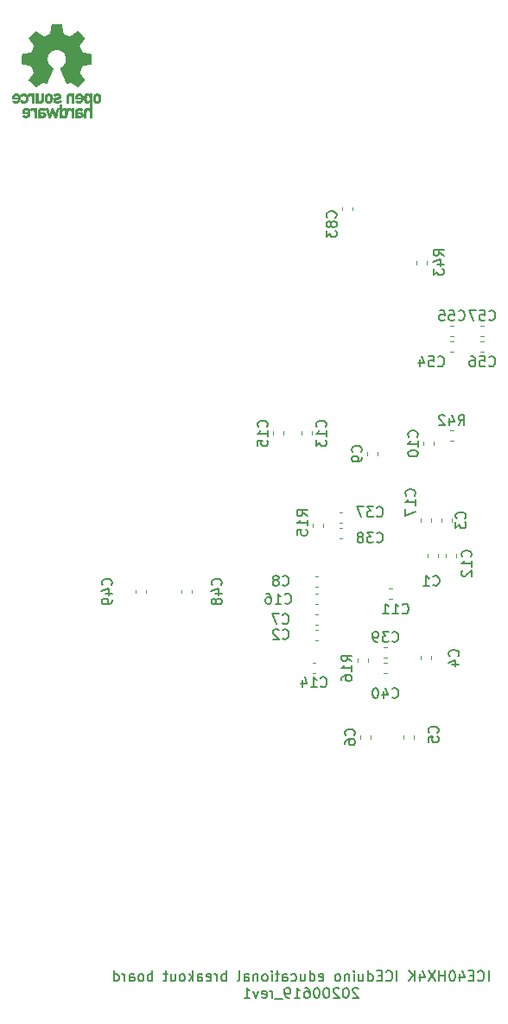
<source format=gbr>
%TF.GenerationSoftware,KiCad,Pcbnew,(5.1.6)-1*%
%TF.CreationDate,2020-06-19T12:40:56+02:00*%
%TF.ProjectId,iceduino,69636564-7569-46e6-9f2e-6b696361645f,rev?*%
%TF.SameCoordinates,Original*%
%TF.FileFunction,Legend,Bot*%
%TF.FilePolarity,Positive*%
%FSLAX46Y46*%
G04 Gerber Fmt 4.6, Leading zero omitted, Abs format (unit mm)*
G04 Created by KiCad (PCBNEW (5.1.6)-1) date 2020-06-19 12:40:56*
%MOMM*%
%LPD*%
G01*
G04 APERTURE LIST*
%ADD10C,0.150000*%
%ADD11C,0.010000*%
%ADD12C,0.120000*%
%ADD13R,3.100000X3.100000*%
%ADD14C,3.100000*%
%ADD15O,1.800000X1.800000*%
%ADD16R,1.800000X1.800000*%
G04 APERTURE END LIST*
D10*
X98357142Y-136167380D02*
X98357142Y-135167380D01*
X97309523Y-136072142D02*
X97357142Y-136119761D01*
X97500000Y-136167380D01*
X97595238Y-136167380D01*
X97738095Y-136119761D01*
X97833333Y-136024523D01*
X97880952Y-135929285D01*
X97928571Y-135738809D01*
X97928571Y-135595952D01*
X97880952Y-135405476D01*
X97833333Y-135310238D01*
X97738095Y-135215000D01*
X97595238Y-135167380D01*
X97500000Y-135167380D01*
X97357142Y-135215000D01*
X97309523Y-135262619D01*
X96880952Y-135643571D02*
X96547619Y-135643571D01*
X96404761Y-136167380D02*
X96880952Y-136167380D01*
X96880952Y-135167380D01*
X96404761Y-135167380D01*
X95547619Y-135500714D02*
X95547619Y-136167380D01*
X95785714Y-135119761D02*
X96023809Y-135834047D01*
X95404761Y-135834047D01*
X94833333Y-135167380D02*
X94738095Y-135167380D01*
X94642857Y-135215000D01*
X94595238Y-135262619D01*
X94547619Y-135357857D01*
X94500000Y-135548333D01*
X94500000Y-135786428D01*
X94547619Y-135976904D01*
X94595238Y-136072142D01*
X94642857Y-136119761D01*
X94738095Y-136167380D01*
X94833333Y-136167380D01*
X94928571Y-136119761D01*
X94976190Y-136072142D01*
X95023809Y-135976904D01*
X95071428Y-135786428D01*
X95071428Y-135548333D01*
X95023809Y-135357857D01*
X94976190Y-135262619D01*
X94928571Y-135215000D01*
X94833333Y-135167380D01*
X94071428Y-136167380D02*
X94071428Y-135167380D01*
X94071428Y-135643571D02*
X93500000Y-135643571D01*
X93500000Y-136167380D02*
X93500000Y-135167380D01*
X93119047Y-135167380D02*
X92452380Y-136167380D01*
X92452380Y-135167380D02*
X93119047Y-136167380D01*
X91642857Y-135500714D02*
X91642857Y-136167380D01*
X91880952Y-135119761D02*
X92119047Y-135834047D01*
X91500000Y-135834047D01*
X91119047Y-136167380D02*
X91119047Y-135167380D01*
X90547619Y-136167380D02*
X90976190Y-135595952D01*
X90547619Y-135167380D02*
X91119047Y-135738809D01*
X89357142Y-136167380D02*
X89357142Y-135167380D01*
X88309523Y-136072142D02*
X88357142Y-136119761D01*
X88500000Y-136167380D01*
X88595238Y-136167380D01*
X88738095Y-136119761D01*
X88833333Y-136024523D01*
X88880952Y-135929285D01*
X88928571Y-135738809D01*
X88928571Y-135595952D01*
X88880952Y-135405476D01*
X88833333Y-135310238D01*
X88738095Y-135215000D01*
X88595238Y-135167380D01*
X88500000Y-135167380D01*
X88357142Y-135215000D01*
X88309523Y-135262619D01*
X87880952Y-135643571D02*
X87547619Y-135643571D01*
X87404761Y-136167380D02*
X87880952Y-136167380D01*
X87880952Y-135167380D01*
X87404761Y-135167380D01*
X86547619Y-136167380D02*
X86547619Y-135167380D01*
X86547619Y-136119761D02*
X86642857Y-136167380D01*
X86833333Y-136167380D01*
X86928571Y-136119761D01*
X86976190Y-136072142D01*
X87023809Y-135976904D01*
X87023809Y-135691190D01*
X86976190Y-135595952D01*
X86928571Y-135548333D01*
X86833333Y-135500714D01*
X86642857Y-135500714D01*
X86547619Y-135548333D01*
X85642857Y-135500714D02*
X85642857Y-136167380D01*
X86071428Y-135500714D02*
X86071428Y-136024523D01*
X86023809Y-136119761D01*
X85928571Y-136167380D01*
X85785714Y-136167380D01*
X85690476Y-136119761D01*
X85642857Y-136072142D01*
X85166666Y-136167380D02*
X85166666Y-135500714D01*
X85166666Y-135167380D02*
X85214285Y-135215000D01*
X85166666Y-135262619D01*
X85119047Y-135215000D01*
X85166666Y-135167380D01*
X85166666Y-135262619D01*
X84690476Y-135500714D02*
X84690476Y-136167380D01*
X84690476Y-135595952D02*
X84642857Y-135548333D01*
X84547619Y-135500714D01*
X84404761Y-135500714D01*
X84309523Y-135548333D01*
X84261904Y-135643571D01*
X84261904Y-136167380D01*
X83642857Y-136167380D02*
X83738095Y-136119761D01*
X83785714Y-136072142D01*
X83833333Y-135976904D01*
X83833333Y-135691190D01*
X83785714Y-135595952D01*
X83738095Y-135548333D01*
X83642857Y-135500714D01*
X83500000Y-135500714D01*
X83404761Y-135548333D01*
X83357142Y-135595952D01*
X83309523Y-135691190D01*
X83309523Y-135976904D01*
X83357142Y-136072142D01*
X83404761Y-136119761D01*
X83500000Y-136167380D01*
X83642857Y-136167380D01*
X81738095Y-136119761D02*
X81833333Y-136167380D01*
X82023809Y-136167380D01*
X82119047Y-136119761D01*
X82166666Y-136024523D01*
X82166666Y-135643571D01*
X82119047Y-135548333D01*
X82023809Y-135500714D01*
X81833333Y-135500714D01*
X81738095Y-135548333D01*
X81690476Y-135643571D01*
X81690476Y-135738809D01*
X82166666Y-135834047D01*
X80833333Y-136167380D02*
X80833333Y-135167380D01*
X80833333Y-136119761D02*
X80928571Y-136167380D01*
X81119047Y-136167380D01*
X81214285Y-136119761D01*
X81261904Y-136072142D01*
X81309523Y-135976904D01*
X81309523Y-135691190D01*
X81261904Y-135595952D01*
X81214285Y-135548333D01*
X81119047Y-135500714D01*
X80928571Y-135500714D01*
X80833333Y-135548333D01*
X79928571Y-135500714D02*
X79928571Y-136167380D01*
X80357142Y-135500714D02*
X80357142Y-136024523D01*
X80309523Y-136119761D01*
X80214285Y-136167380D01*
X80071428Y-136167380D01*
X79976190Y-136119761D01*
X79928571Y-136072142D01*
X79023809Y-136119761D02*
X79119047Y-136167380D01*
X79309523Y-136167380D01*
X79404761Y-136119761D01*
X79452380Y-136072142D01*
X79500000Y-135976904D01*
X79500000Y-135691190D01*
X79452380Y-135595952D01*
X79404761Y-135548333D01*
X79309523Y-135500714D01*
X79119047Y-135500714D01*
X79023809Y-135548333D01*
X78166666Y-136167380D02*
X78166666Y-135643571D01*
X78214285Y-135548333D01*
X78309523Y-135500714D01*
X78500000Y-135500714D01*
X78595238Y-135548333D01*
X78166666Y-136119761D02*
X78261904Y-136167380D01*
X78500000Y-136167380D01*
X78595238Y-136119761D01*
X78642857Y-136024523D01*
X78642857Y-135929285D01*
X78595238Y-135834047D01*
X78500000Y-135786428D01*
X78261904Y-135786428D01*
X78166666Y-135738809D01*
X77833333Y-135500714D02*
X77452380Y-135500714D01*
X77690476Y-135167380D02*
X77690476Y-136024523D01*
X77642857Y-136119761D01*
X77547619Y-136167380D01*
X77452380Y-136167380D01*
X77119047Y-136167380D02*
X77119047Y-135500714D01*
X77119047Y-135167380D02*
X77166666Y-135215000D01*
X77119047Y-135262619D01*
X77071428Y-135215000D01*
X77119047Y-135167380D01*
X77119047Y-135262619D01*
X76500000Y-136167380D02*
X76595238Y-136119761D01*
X76642857Y-136072142D01*
X76690476Y-135976904D01*
X76690476Y-135691190D01*
X76642857Y-135595952D01*
X76595238Y-135548333D01*
X76500000Y-135500714D01*
X76357142Y-135500714D01*
X76261904Y-135548333D01*
X76214285Y-135595952D01*
X76166666Y-135691190D01*
X76166666Y-135976904D01*
X76214285Y-136072142D01*
X76261904Y-136119761D01*
X76357142Y-136167380D01*
X76500000Y-136167380D01*
X75738095Y-135500714D02*
X75738095Y-136167380D01*
X75738095Y-135595952D02*
X75690476Y-135548333D01*
X75595238Y-135500714D01*
X75452380Y-135500714D01*
X75357142Y-135548333D01*
X75309523Y-135643571D01*
X75309523Y-136167380D01*
X74404761Y-136167380D02*
X74404761Y-135643571D01*
X74452380Y-135548333D01*
X74547619Y-135500714D01*
X74738095Y-135500714D01*
X74833333Y-135548333D01*
X74404761Y-136119761D02*
X74500000Y-136167380D01*
X74738095Y-136167380D01*
X74833333Y-136119761D01*
X74880952Y-136024523D01*
X74880952Y-135929285D01*
X74833333Y-135834047D01*
X74738095Y-135786428D01*
X74500000Y-135786428D01*
X74404761Y-135738809D01*
X73785714Y-136167380D02*
X73880952Y-136119761D01*
X73928571Y-136024523D01*
X73928571Y-135167380D01*
X72642857Y-136167380D02*
X72642857Y-135167380D01*
X72642857Y-135548333D02*
X72547619Y-135500714D01*
X72357142Y-135500714D01*
X72261904Y-135548333D01*
X72214285Y-135595952D01*
X72166666Y-135691190D01*
X72166666Y-135976904D01*
X72214285Y-136072142D01*
X72261904Y-136119761D01*
X72357142Y-136167380D01*
X72547619Y-136167380D01*
X72642857Y-136119761D01*
X71738095Y-136167380D02*
X71738095Y-135500714D01*
X71738095Y-135691190D02*
X71690476Y-135595952D01*
X71642857Y-135548333D01*
X71547619Y-135500714D01*
X71452380Y-135500714D01*
X70738095Y-136119761D02*
X70833333Y-136167380D01*
X71023809Y-136167380D01*
X71119047Y-136119761D01*
X71166666Y-136024523D01*
X71166666Y-135643571D01*
X71119047Y-135548333D01*
X71023809Y-135500714D01*
X70833333Y-135500714D01*
X70738095Y-135548333D01*
X70690476Y-135643571D01*
X70690476Y-135738809D01*
X71166666Y-135834047D01*
X69833333Y-136167380D02*
X69833333Y-135643571D01*
X69880952Y-135548333D01*
X69976190Y-135500714D01*
X70166666Y-135500714D01*
X70261904Y-135548333D01*
X69833333Y-136119761D02*
X69928571Y-136167380D01*
X70166666Y-136167380D01*
X70261904Y-136119761D01*
X70309523Y-136024523D01*
X70309523Y-135929285D01*
X70261904Y-135834047D01*
X70166666Y-135786428D01*
X69928571Y-135786428D01*
X69833333Y-135738809D01*
X69357142Y-136167380D02*
X69357142Y-135167380D01*
X69261904Y-135786428D02*
X68976190Y-136167380D01*
X68976190Y-135500714D02*
X69357142Y-135881666D01*
X68404761Y-136167380D02*
X68500000Y-136119761D01*
X68547619Y-136072142D01*
X68595238Y-135976904D01*
X68595238Y-135691190D01*
X68547619Y-135595952D01*
X68500000Y-135548333D01*
X68404761Y-135500714D01*
X68261904Y-135500714D01*
X68166666Y-135548333D01*
X68119047Y-135595952D01*
X68071428Y-135691190D01*
X68071428Y-135976904D01*
X68119047Y-136072142D01*
X68166666Y-136119761D01*
X68261904Y-136167380D01*
X68404761Y-136167380D01*
X67214285Y-135500714D02*
X67214285Y-136167380D01*
X67642857Y-135500714D02*
X67642857Y-136024523D01*
X67595238Y-136119761D01*
X67500000Y-136167380D01*
X67357142Y-136167380D01*
X67261904Y-136119761D01*
X67214285Y-136072142D01*
X66880952Y-135500714D02*
X66500000Y-135500714D01*
X66738095Y-135167380D02*
X66738095Y-136024523D01*
X66690476Y-136119761D01*
X66595238Y-136167380D01*
X66500000Y-136167380D01*
X65404761Y-136167380D02*
X65404761Y-135167380D01*
X65404761Y-135548333D02*
X65309523Y-135500714D01*
X65119047Y-135500714D01*
X65023809Y-135548333D01*
X64976190Y-135595952D01*
X64928571Y-135691190D01*
X64928571Y-135976904D01*
X64976190Y-136072142D01*
X65023809Y-136119761D01*
X65119047Y-136167380D01*
X65309523Y-136167380D01*
X65404761Y-136119761D01*
X64357142Y-136167380D02*
X64452380Y-136119761D01*
X64500000Y-136072142D01*
X64547619Y-135976904D01*
X64547619Y-135691190D01*
X64500000Y-135595952D01*
X64452380Y-135548333D01*
X64357142Y-135500714D01*
X64214285Y-135500714D01*
X64119047Y-135548333D01*
X64071428Y-135595952D01*
X64023809Y-135691190D01*
X64023809Y-135976904D01*
X64071428Y-136072142D01*
X64119047Y-136119761D01*
X64214285Y-136167380D01*
X64357142Y-136167380D01*
X63166666Y-136167380D02*
X63166666Y-135643571D01*
X63214285Y-135548333D01*
X63309523Y-135500714D01*
X63500000Y-135500714D01*
X63595238Y-135548333D01*
X63166666Y-136119761D02*
X63261904Y-136167380D01*
X63500000Y-136167380D01*
X63595238Y-136119761D01*
X63642857Y-136024523D01*
X63642857Y-135929285D01*
X63595238Y-135834047D01*
X63500000Y-135786428D01*
X63261904Y-135786428D01*
X63166666Y-135738809D01*
X62690476Y-136167380D02*
X62690476Y-135500714D01*
X62690476Y-135691190D02*
X62642857Y-135595952D01*
X62595238Y-135548333D01*
X62500000Y-135500714D01*
X62404761Y-135500714D01*
X61642857Y-136167380D02*
X61642857Y-135167380D01*
X61642857Y-136119761D02*
X61738095Y-136167380D01*
X61928571Y-136167380D01*
X62023809Y-136119761D01*
X62071428Y-136072142D01*
X62119047Y-135976904D01*
X62119047Y-135691190D01*
X62071428Y-135595952D01*
X62023809Y-135548333D01*
X61928571Y-135500714D01*
X61738095Y-135500714D01*
X61642857Y-135548333D01*
X85595238Y-136912619D02*
X85547619Y-136865000D01*
X85452380Y-136817380D01*
X85214285Y-136817380D01*
X85119047Y-136865000D01*
X85071428Y-136912619D01*
X85023809Y-137007857D01*
X85023809Y-137103095D01*
X85071428Y-137245952D01*
X85642857Y-137817380D01*
X85023809Y-137817380D01*
X84404761Y-136817380D02*
X84309523Y-136817380D01*
X84214285Y-136865000D01*
X84166666Y-136912619D01*
X84119047Y-137007857D01*
X84071428Y-137198333D01*
X84071428Y-137436428D01*
X84119047Y-137626904D01*
X84166666Y-137722142D01*
X84214285Y-137769761D01*
X84309523Y-137817380D01*
X84404761Y-137817380D01*
X84500000Y-137769761D01*
X84547619Y-137722142D01*
X84595238Y-137626904D01*
X84642857Y-137436428D01*
X84642857Y-137198333D01*
X84595238Y-137007857D01*
X84547619Y-136912619D01*
X84500000Y-136865000D01*
X84404761Y-136817380D01*
X83690476Y-136912619D02*
X83642857Y-136865000D01*
X83547619Y-136817380D01*
X83309523Y-136817380D01*
X83214285Y-136865000D01*
X83166666Y-136912619D01*
X83119047Y-137007857D01*
X83119047Y-137103095D01*
X83166666Y-137245952D01*
X83738095Y-137817380D01*
X83119047Y-137817380D01*
X82500000Y-136817380D02*
X82404761Y-136817380D01*
X82309523Y-136865000D01*
X82261904Y-136912619D01*
X82214285Y-137007857D01*
X82166666Y-137198333D01*
X82166666Y-137436428D01*
X82214285Y-137626904D01*
X82261904Y-137722142D01*
X82309523Y-137769761D01*
X82404761Y-137817380D01*
X82500000Y-137817380D01*
X82595238Y-137769761D01*
X82642857Y-137722142D01*
X82690476Y-137626904D01*
X82738095Y-137436428D01*
X82738095Y-137198333D01*
X82690476Y-137007857D01*
X82642857Y-136912619D01*
X82595238Y-136865000D01*
X82500000Y-136817380D01*
X81547619Y-136817380D02*
X81452380Y-136817380D01*
X81357142Y-136865000D01*
X81309523Y-136912619D01*
X81261904Y-137007857D01*
X81214285Y-137198333D01*
X81214285Y-137436428D01*
X81261904Y-137626904D01*
X81309523Y-137722142D01*
X81357142Y-137769761D01*
X81452380Y-137817380D01*
X81547619Y-137817380D01*
X81642857Y-137769761D01*
X81690476Y-137722142D01*
X81738095Y-137626904D01*
X81785714Y-137436428D01*
X81785714Y-137198333D01*
X81738095Y-137007857D01*
X81690476Y-136912619D01*
X81642857Y-136865000D01*
X81547619Y-136817380D01*
X80357142Y-136817380D02*
X80547619Y-136817380D01*
X80642857Y-136865000D01*
X80690476Y-136912619D01*
X80785714Y-137055476D01*
X80833333Y-137245952D01*
X80833333Y-137626904D01*
X80785714Y-137722142D01*
X80738095Y-137769761D01*
X80642857Y-137817380D01*
X80452380Y-137817380D01*
X80357142Y-137769761D01*
X80309523Y-137722142D01*
X80261904Y-137626904D01*
X80261904Y-137388809D01*
X80309523Y-137293571D01*
X80357142Y-137245952D01*
X80452380Y-137198333D01*
X80642857Y-137198333D01*
X80738095Y-137245952D01*
X80785714Y-137293571D01*
X80833333Y-137388809D01*
X79309523Y-137817380D02*
X79880952Y-137817380D01*
X79595238Y-137817380D02*
X79595238Y-136817380D01*
X79690476Y-136960238D01*
X79785714Y-137055476D01*
X79880952Y-137103095D01*
X78833333Y-137817380D02*
X78642857Y-137817380D01*
X78547619Y-137769761D01*
X78500000Y-137722142D01*
X78404761Y-137579285D01*
X78357142Y-137388809D01*
X78357142Y-137007857D01*
X78404761Y-136912619D01*
X78452380Y-136865000D01*
X78547619Y-136817380D01*
X78738095Y-136817380D01*
X78833333Y-136865000D01*
X78880952Y-136912619D01*
X78928571Y-137007857D01*
X78928571Y-137245952D01*
X78880952Y-137341190D01*
X78833333Y-137388809D01*
X78738095Y-137436428D01*
X78547619Y-137436428D01*
X78452380Y-137388809D01*
X78404761Y-137341190D01*
X78357142Y-137245952D01*
X78166666Y-137912619D02*
X77404761Y-137912619D01*
X77166666Y-137817380D02*
X77166666Y-137150714D01*
X77166666Y-137341190D02*
X77119047Y-137245952D01*
X77071428Y-137198333D01*
X76976190Y-137150714D01*
X76880952Y-137150714D01*
X76166666Y-137769761D02*
X76261904Y-137817380D01*
X76452380Y-137817380D01*
X76547619Y-137769761D01*
X76595238Y-137674523D01*
X76595238Y-137293571D01*
X76547619Y-137198333D01*
X76452380Y-137150714D01*
X76261904Y-137150714D01*
X76166666Y-137198333D01*
X76119047Y-137293571D01*
X76119047Y-137388809D01*
X76595238Y-137484047D01*
X75785714Y-137150714D02*
X75547619Y-137817380D01*
X75309523Y-137150714D01*
X74404761Y-137817380D02*
X74976190Y-137817380D01*
X74690476Y-137817380D02*
X74690476Y-136817380D01*
X74785714Y-136960238D01*
X74880952Y-137055476D01*
X74976190Y-137103095D01*
D11*
%TO.C,G\u002A\u002A\u002A*%
G36*
X58191606Y-50634674D02*
G01*
X58136709Y-50638459D01*
X58087926Y-50644681D01*
X58051889Y-50652732D01*
X57988696Y-50680377D01*
X57936654Y-50720195D01*
X57896852Y-50770999D01*
X57870380Y-50831600D01*
X57863900Y-50857656D01*
X57860975Y-50881794D01*
X57858551Y-50922203D01*
X57856644Y-50978229D01*
X57855272Y-51049219D01*
X57854452Y-51134517D01*
X57854200Y-51226279D01*
X57854200Y-51546600D01*
X58040467Y-51546600D01*
X58040467Y-51469835D01*
X58070035Y-51499404D01*
X58105447Y-51525657D01*
X58143538Y-51542019D01*
X58181076Y-51549367D01*
X58228980Y-51553407D01*
X58281003Y-51554098D01*
X58330895Y-51551403D01*
X58372409Y-51545282D01*
X58379732Y-51543489D01*
X58444434Y-51518127D01*
X58498189Y-51479847D01*
X58541090Y-51428573D01*
X58562398Y-51389967D01*
X58573638Y-51361188D01*
X58579813Y-51331070D01*
X58582129Y-51292881D01*
X58582251Y-51279135D01*
X58581886Y-51263070D01*
X58412023Y-51263070D01*
X58408525Y-51300062D01*
X58390394Y-51332710D01*
X58358781Y-51358967D01*
X58314834Y-51376785D01*
X58313657Y-51377087D01*
X58286644Y-51380995D01*
X58249929Y-51382496D01*
X58208571Y-51381824D01*
X58167628Y-51379211D01*
X58132160Y-51374889D01*
X58107224Y-51369094D01*
X58103128Y-51367393D01*
X58077252Y-51350450D01*
X58059602Y-51327354D01*
X58048647Y-51294859D01*
X58042862Y-51249718D01*
X58042131Y-51237761D01*
X58038343Y-51165600D01*
X58176988Y-51165786D01*
X58242269Y-51166733D01*
X58292932Y-51169768D01*
X58331228Y-51175477D01*
X58359406Y-51184446D01*
X58379715Y-51197260D01*
X58394406Y-51214504D01*
X58399739Y-51223781D01*
X58412023Y-51263070D01*
X58581886Y-51263070D01*
X58581387Y-51241127D01*
X58577667Y-51212861D01*
X58569559Y-51187201D01*
X58556442Y-51158825D01*
X58530344Y-51115160D01*
X58499103Y-51081579D01*
X58458099Y-51053722D01*
X58429934Y-51039363D01*
X58413366Y-51031913D01*
X58397825Y-51026317D01*
X58380513Y-51022260D01*
X58358633Y-51019428D01*
X58329387Y-51017504D01*
X58289978Y-51016172D01*
X58237609Y-51015118D01*
X58211074Y-51014683D01*
X58038781Y-51011932D01*
X58041741Y-50941276D01*
X58043929Y-50904645D01*
X58047554Y-50880348D01*
X58053774Y-50863788D01*
X58063748Y-50850368D01*
X58064995Y-50849023D01*
X58089050Y-50829575D01*
X58120149Y-50816516D01*
X58161257Y-50809065D01*
X58215342Y-50806440D01*
X58226733Y-50806420D01*
X58268398Y-50807317D01*
X58298223Y-50810186D01*
X58321268Y-50815861D01*
X58342588Y-50825175D01*
X58343563Y-50825680D01*
X58366073Y-50839404D01*
X58381562Y-50852544D01*
X58384872Y-50857436D01*
X58389638Y-50864617D01*
X58397851Y-50865672D01*
X58411762Y-50859509D01*
X58433618Y-50845034D01*
X58465668Y-50821154D01*
X58476334Y-50812973D01*
X58505358Y-50790330D01*
X58522888Y-50775142D01*
X58530949Y-50764664D01*
X58531565Y-50756155D01*
X58526760Y-50746872D01*
X58525994Y-50745694D01*
X58497225Y-50714078D01*
X58455675Y-50684868D01*
X58405498Y-50660397D01*
X58350845Y-50642999D01*
X58338379Y-50640302D01*
X58297900Y-50635358D01*
X58247156Y-50633561D01*
X58191606Y-50634674D01*
G37*
X58191606Y-50634674D02*
X58136709Y-50638459D01*
X58087926Y-50644681D01*
X58051889Y-50652732D01*
X57988696Y-50680377D01*
X57936654Y-50720195D01*
X57896852Y-50770999D01*
X57870380Y-50831600D01*
X57863900Y-50857656D01*
X57860975Y-50881794D01*
X57858551Y-50922203D01*
X57856644Y-50978229D01*
X57855272Y-51049219D01*
X57854452Y-51134517D01*
X57854200Y-51226279D01*
X57854200Y-51546600D01*
X58040467Y-51546600D01*
X58040467Y-51469835D01*
X58070035Y-51499404D01*
X58105447Y-51525657D01*
X58143538Y-51542019D01*
X58181076Y-51549367D01*
X58228980Y-51553407D01*
X58281003Y-51554098D01*
X58330895Y-51551403D01*
X58372409Y-51545282D01*
X58379732Y-51543489D01*
X58444434Y-51518127D01*
X58498189Y-51479847D01*
X58541090Y-51428573D01*
X58562398Y-51389967D01*
X58573638Y-51361188D01*
X58579813Y-51331070D01*
X58582129Y-51292881D01*
X58582251Y-51279135D01*
X58581886Y-51263070D01*
X58412023Y-51263070D01*
X58408525Y-51300062D01*
X58390394Y-51332710D01*
X58358781Y-51358967D01*
X58314834Y-51376785D01*
X58313657Y-51377087D01*
X58286644Y-51380995D01*
X58249929Y-51382496D01*
X58208571Y-51381824D01*
X58167628Y-51379211D01*
X58132160Y-51374889D01*
X58107224Y-51369094D01*
X58103128Y-51367393D01*
X58077252Y-51350450D01*
X58059602Y-51327354D01*
X58048647Y-51294859D01*
X58042862Y-51249718D01*
X58042131Y-51237761D01*
X58038343Y-51165600D01*
X58176988Y-51165786D01*
X58242269Y-51166733D01*
X58292932Y-51169768D01*
X58331228Y-51175477D01*
X58359406Y-51184446D01*
X58379715Y-51197260D01*
X58394406Y-51214504D01*
X58399739Y-51223781D01*
X58412023Y-51263070D01*
X58581886Y-51263070D01*
X58581387Y-51241127D01*
X58577667Y-51212861D01*
X58569559Y-51187201D01*
X58556442Y-51158825D01*
X58530344Y-51115160D01*
X58499103Y-51081579D01*
X58458099Y-51053722D01*
X58429934Y-51039363D01*
X58413366Y-51031913D01*
X58397825Y-51026317D01*
X58380513Y-51022260D01*
X58358633Y-51019428D01*
X58329387Y-51017504D01*
X58289978Y-51016172D01*
X58237609Y-51015118D01*
X58211074Y-51014683D01*
X58038781Y-51011932D01*
X58041741Y-50941276D01*
X58043929Y-50904645D01*
X58047554Y-50880348D01*
X58053774Y-50863788D01*
X58063748Y-50850368D01*
X58064995Y-50849023D01*
X58089050Y-50829575D01*
X58120149Y-50816516D01*
X58161257Y-50809065D01*
X58215342Y-50806440D01*
X58226733Y-50806420D01*
X58268398Y-50807317D01*
X58298223Y-50810186D01*
X58321268Y-50815861D01*
X58342588Y-50825175D01*
X58343563Y-50825680D01*
X58366073Y-50839404D01*
X58381562Y-50852544D01*
X58384872Y-50857436D01*
X58389638Y-50864617D01*
X58397851Y-50865672D01*
X58411762Y-50859509D01*
X58433618Y-50845034D01*
X58465668Y-50821154D01*
X58476334Y-50812973D01*
X58505358Y-50790330D01*
X58522888Y-50775142D01*
X58530949Y-50764664D01*
X58531565Y-50756155D01*
X58526760Y-50746872D01*
X58525994Y-50745694D01*
X58497225Y-50714078D01*
X58455675Y-50684868D01*
X58405498Y-50660397D01*
X58350845Y-50642999D01*
X58338379Y-50640302D01*
X58297900Y-50635358D01*
X58247156Y-50633561D01*
X58191606Y-50634674D01*
G36*
X56321734Y-51546600D02*
G01*
X56508000Y-51546600D01*
X56508000Y-51460510D01*
X56542473Y-51487813D01*
X56603339Y-51525861D01*
X56669842Y-51547961D01*
X56736600Y-51554299D01*
X56773686Y-51552579D01*
X56809385Y-51548429D01*
X56835455Y-51542879D01*
X56887654Y-51519434D01*
X56936794Y-51484340D01*
X56978904Y-51441303D01*
X57010011Y-51394027D01*
X57019884Y-51370867D01*
X57028047Y-51337176D01*
X57034563Y-51290158D01*
X57039412Y-51233116D01*
X57042569Y-51169350D01*
X57044012Y-51102163D01*
X57043975Y-51093633D01*
X56858803Y-51093633D01*
X56858316Y-51149063D01*
X56856652Y-51191036D01*
X56853506Y-51223005D01*
X56848573Y-51248426D01*
X56843719Y-51264688D01*
X56822042Y-51307627D01*
X56791161Y-51340721D01*
X56754138Y-51361044D01*
X56738898Y-51364842D01*
X56715918Y-51369013D01*
X56700116Y-51372458D01*
X56698500Y-51372925D01*
X56678215Y-51374046D01*
X56649106Y-51369513D01*
X56617721Y-51360769D01*
X56590611Y-51349255D01*
X56590357Y-51349117D01*
X56564553Y-51329352D01*
X56542939Y-51299010D01*
X56535445Y-51284652D01*
X56525972Y-51263897D01*
X56519355Y-51244437D01*
X56514958Y-51222332D01*
X56512147Y-51193643D01*
X56510286Y-51154428D01*
X56509320Y-51122753D01*
X56509589Y-51040095D01*
X56515731Y-50972420D01*
X56528287Y-50918639D01*
X56547800Y-50877665D01*
X56574812Y-50848407D01*
X56609865Y-50829777D01*
X56653501Y-50820685D01*
X56659996Y-50820135D01*
X56711034Y-50819196D01*
X56750410Y-50825447D01*
X56782208Y-50839852D01*
X56799732Y-50853146D01*
X56820505Y-50875073D01*
X56836067Y-50901145D01*
X56847049Y-50933921D01*
X56854078Y-50975964D01*
X56857785Y-51029837D01*
X56858803Y-51093633D01*
X57043975Y-51093633D01*
X57043719Y-51034855D01*
X57041668Y-50970727D01*
X57037836Y-50913082D01*
X57032200Y-50865221D01*
X57024738Y-50830444D01*
X57023590Y-50826933D01*
X56994911Y-50769156D01*
X56952084Y-50717565D01*
X56897523Y-50674812D01*
X56872067Y-50660324D01*
X56847679Y-50648776D01*
X56825834Y-50641660D01*
X56801007Y-50637935D01*
X56767671Y-50636563D01*
X56745067Y-50636433D01*
X56703840Y-50637121D01*
X56673802Y-50639843D01*
X56649243Y-50645587D01*
X56624450Y-50655339D01*
X56617680Y-50658456D01*
X56585511Y-50675819D01*
X56554256Y-50696301D01*
X56539364Y-50708016D01*
X56508000Y-50735554D01*
X56508000Y-50276600D01*
X56321734Y-50276600D01*
X56321734Y-51546600D01*
G37*
X56321734Y-51546600D02*
X56508000Y-51546600D01*
X56508000Y-51460510D01*
X56542473Y-51487813D01*
X56603339Y-51525861D01*
X56669842Y-51547961D01*
X56736600Y-51554299D01*
X56773686Y-51552579D01*
X56809385Y-51548429D01*
X56835455Y-51542879D01*
X56887654Y-51519434D01*
X56936794Y-51484340D01*
X56978904Y-51441303D01*
X57010011Y-51394027D01*
X57019884Y-51370867D01*
X57028047Y-51337176D01*
X57034563Y-51290158D01*
X57039412Y-51233116D01*
X57042569Y-51169350D01*
X57044012Y-51102163D01*
X57043975Y-51093633D01*
X56858803Y-51093633D01*
X56858316Y-51149063D01*
X56856652Y-51191036D01*
X56853506Y-51223005D01*
X56848573Y-51248426D01*
X56843719Y-51264688D01*
X56822042Y-51307627D01*
X56791161Y-51340721D01*
X56754138Y-51361044D01*
X56738898Y-51364842D01*
X56715918Y-51369013D01*
X56700116Y-51372458D01*
X56698500Y-51372925D01*
X56678215Y-51374046D01*
X56649106Y-51369513D01*
X56617721Y-51360769D01*
X56590611Y-51349255D01*
X56590357Y-51349117D01*
X56564553Y-51329352D01*
X56542939Y-51299010D01*
X56535445Y-51284652D01*
X56525972Y-51263897D01*
X56519355Y-51244437D01*
X56514958Y-51222332D01*
X56512147Y-51193643D01*
X56510286Y-51154428D01*
X56509320Y-51122753D01*
X56509589Y-51040095D01*
X56515731Y-50972420D01*
X56528287Y-50918639D01*
X56547800Y-50877665D01*
X56574812Y-50848407D01*
X56609865Y-50829777D01*
X56653501Y-50820685D01*
X56659996Y-50820135D01*
X56711034Y-50819196D01*
X56750410Y-50825447D01*
X56782208Y-50839852D01*
X56799732Y-50853146D01*
X56820505Y-50875073D01*
X56836067Y-50901145D01*
X56847049Y-50933921D01*
X56854078Y-50975964D01*
X56857785Y-51029837D01*
X56858803Y-51093633D01*
X57043975Y-51093633D01*
X57043719Y-51034855D01*
X57041668Y-50970727D01*
X57037836Y-50913082D01*
X57032200Y-50865221D01*
X57024738Y-50830444D01*
X57023590Y-50826933D01*
X56994911Y-50769156D01*
X56952084Y-50717565D01*
X56897523Y-50674812D01*
X56872067Y-50660324D01*
X56847679Y-50648776D01*
X56825834Y-50641660D01*
X56801007Y-50637935D01*
X56767671Y-50636563D01*
X56745067Y-50636433D01*
X56703840Y-50637121D01*
X56673802Y-50639843D01*
X56649243Y-50645587D01*
X56624450Y-50655339D01*
X56617680Y-50658456D01*
X56585511Y-50675819D01*
X56554256Y-50696301D01*
X56539364Y-50708016D01*
X56508000Y-50735554D01*
X56508000Y-50276600D01*
X56321734Y-50276600D01*
X56321734Y-51546600D01*
G36*
X54526264Y-50636951D02*
G01*
X54487620Y-50638203D01*
X54457436Y-50640941D01*
X54431481Y-50645621D01*
X54405523Y-50652698D01*
X54393428Y-50656552D01*
X54329360Y-50685457D01*
X54277227Y-50726149D01*
X54237434Y-50778297D01*
X54232183Y-50787789D01*
X54209300Y-50831167D01*
X54206837Y-51188883D01*
X54204375Y-51546600D01*
X54391333Y-51546600D01*
X54391333Y-51475698D01*
X54414617Y-51497483D01*
X54440364Y-51519114D01*
X54466147Y-51534172D01*
X54495994Y-51543887D01*
X54533935Y-51549493D01*
X54584000Y-51552221D01*
X54594533Y-51552500D01*
X54653948Y-51552432D01*
X54698915Y-51549155D01*
X54725767Y-51543627D01*
X54794480Y-51513574D01*
X54849854Y-51473121D01*
X54891955Y-51422212D01*
X54909372Y-51389967D01*
X54924403Y-51340585D01*
X54929584Y-51285437D01*
X54754908Y-51285437D01*
X54742996Y-51318239D01*
X54719182Y-51347037D01*
X54683602Y-51368764D01*
X54672139Y-51372973D01*
X54639453Y-51379658D01*
X54597532Y-51382860D01*
X54551604Y-51382763D01*
X54506901Y-51379554D01*
X54468650Y-51373416D01*
X54442726Y-51364873D01*
X54418425Y-51345711D01*
X54402286Y-51316488D01*
X54393537Y-51275170D01*
X54391333Y-51229372D01*
X54391333Y-51165600D01*
X54519468Y-51165600D01*
X54570827Y-51166287D01*
X54616784Y-51168199D01*
X54653721Y-51171114D01*
X54678019Y-51174807D01*
X54680836Y-51175557D01*
X54717883Y-51193691D01*
X54742487Y-51220095D01*
X54754783Y-51251699D01*
X54754908Y-51285437D01*
X54929584Y-51285437D01*
X54929735Y-51283832D01*
X54925390Y-51226201D01*
X54911393Y-51174184D01*
X54908552Y-51167467D01*
X54876788Y-51116284D01*
X54832244Y-51073191D01*
X54778251Y-51041061D01*
X54749456Y-51030221D01*
X54726194Y-51023809D01*
X54702111Y-51019194D01*
X54673866Y-51016102D01*
X54638120Y-51014257D01*
X54591530Y-51013384D01*
X54542842Y-51013200D01*
X54391333Y-51013200D01*
X54391333Y-50942375D01*
X54392090Y-50904701D01*
X54394915Y-50879388D01*
X54400644Y-50861908D01*
X54408399Y-50849855D01*
X54432224Y-50829417D01*
X54467167Y-50815747D01*
X54515076Y-50808305D01*
X54556433Y-50806521D01*
X54609898Y-50807472D01*
X54650419Y-50812281D01*
X54681725Y-50821837D01*
X54707543Y-50837032D01*
X54717178Y-50844895D01*
X54746328Y-50870489D01*
X54814364Y-50818697D01*
X54842946Y-50796260D01*
X54865612Y-50777173D01*
X54879475Y-50763945D01*
X54882400Y-50759604D01*
X54875695Y-50747482D01*
X54857993Y-50729614D01*
X54832918Y-50708797D01*
X54804090Y-50687831D01*
X54775133Y-50669516D01*
X54749669Y-50656650D01*
X54748641Y-50656235D01*
X54727096Y-50648444D01*
X54705831Y-50643046D01*
X54681035Y-50639607D01*
X54648899Y-50637694D01*
X54605615Y-50636871D01*
X54577600Y-50636730D01*
X54526264Y-50636951D01*
G37*
X54526264Y-50636951D02*
X54487620Y-50638203D01*
X54457436Y-50640941D01*
X54431481Y-50645621D01*
X54405523Y-50652698D01*
X54393428Y-50656552D01*
X54329360Y-50685457D01*
X54277227Y-50726149D01*
X54237434Y-50778297D01*
X54232183Y-50787789D01*
X54209300Y-50831167D01*
X54206837Y-51188883D01*
X54204375Y-51546600D01*
X54391333Y-51546600D01*
X54391333Y-51475698D01*
X54414617Y-51497483D01*
X54440364Y-51519114D01*
X54466147Y-51534172D01*
X54495994Y-51543887D01*
X54533935Y-51549493D01*
X54584000Y-51552221D01*
X54594533Y-51552500D01*
X54653948Y-51552432D01*
X54698915Y-51549155D01*
X54725767Y-51543627D01*
X54794480Y-51513574D01*
X54849854Y-51473121D01*
X54891955Y-51422212D01*
X54909372Y-51389967D01*
X54924403Y-51340585D01*
X54929584Y-51285437D01*
X54754908Y-51285437D01*
X54742996Y-51318239D01*
X54719182Y-51347037D01*
X54683602Y-51368764D01*
X54672139Y-51372973D01*
X54639453Y-51379658D01*
X54597532Y-51382860D01*
X54551604Y-51382763D01*
X54506901Y-51379554D01*
X54468650Y-51373416D01*
X54442726Y-51364873D01*
X54418425Y-51345711D01*
X54402286Y-51316488D01*
X54393537Y-51275170D01*
X54391333Y-51229372D01*
X54391333Y-51165600D01*
X54519468Y-51165600D01*
X54570827Y-51166287D01*
X54616784Y-51168199D01*
X54653721Y-51171114D01*
X54678019Y-51174807D01*
X54680836Y-51175557D01*
X54717883Y-51193691D01*
X54742487Y-51220095D01*
X54754783Y-51251699D01*
X54754908Y-51285437D01*
X54929584Y-51285437D01*
X54929735Y-51283832D01*
X54925390Y-51226201D01*
X54911393Y-51174184D01*
X54908552Y-51167467D01*
X54876788Y-51116284D01*
X54832244Y-51073191D01*
X54778251Y-51041061D01*
X54749456Y-51030221D01*
X54726194Y-51023809D01*
X54702111Y-51019194D01*
X54673866Y-51016102D01*
X54638120Y-51014257D01*
X54591530Y-51013384D01*
X54542842Y-51013200D01*
X54391333Y-51013200D01*
X54391333Y-50942375D01*
X54392090Y-50904701D01*
X54394915Y-50879388D01*
X54400644Y-50861908D01*
X54408399Y-50849855D01*
X54432224Y-50829417D01*
X54467167Y-50815747D01*
X54515076Y-50808305D01*
X54556433Y-50806521D01*
X54609898Y-50807472D01*
X54650419Y-50812281D01*
X54681725Y-50821837D01*
X54707543Y-50837032D01*
X54717178Y-50844895D01*
X54746328Y-50870489D01*
X54814364Y-50818697D01*
X54842946Y-50796260D01*
X54865612Y-50777173D01*
X54879475Y-50763945D01*
X54882400Y-50759604D01*
X54875695Y-50747482D01*
X54857993Y-50729614D01*
X54832918Y-50708797D01*
X54804090Y-50687831D01*
X54775133Y-50669516D01*
X54749669Y-50656650D01*
X54748641Y-50656235D01*
X54727096Y-50648444D01*
X54705831Y-50643046D01*
X54681035Y-50639607D01*
X54648899Y-50637694D01*
X54605615Y-50636871D01*
X54577600Y-50636730D01*
X54526264Y-50636951D01*
G36*
X52973831Y-50636804D02*
G01*
X52943957Y-50638244D01*
X52920740Y-50641933D01*
X52899045Y-50648874D01*
X52873734Y-50660073D01*
X52858867Y-50667218D01*
X52790334Y-50708565D01*
X52735325Y-50759914D01*
X52693143Y-50822073D01*
X52663830Y-50893442D01*
X52655996Y-50923624D01*
X52650922Y-50956558D01*
X52648147Y-50996764D01*
X52647211Y-51048760D01*
X52647200Y-51056425D01*
X52647200Y-51165600D01*
X53208359Y-51165600D01*
X53203242Y-51208801D01*
X53188776Y-51265131D01*
X53160461Y-51312218D01*
X53119425Y-51348719D01*
X53066797Y-51373293D01*
X53064341Y-51374046D01*
X53006955Y-51384438D01*
X52950167Y-51380254D01*
X52892278Y-51361054D01*
X52831589Y-51326392D01*
X52803461Y-51306052D01*
X52792154Y-51307032D01*
X52770729Y-51319998D01*
X52738684Y-51345267D01*
X52730875Y-51351895D01*
X52703859Y-51375425D01*
X52682166Y-51395043D01*
X52668735Y-51408050D01*
X52665872Y-51411543D01*
X52670421Y-51420490D01*
X52685668Y-51436087D01*
X52708239Y-51455565D01*
X52734763Y-51476151D01*
X52761869Y-51495074D01*
X52783158Y-51507950D01*
X52814452Y-51522418D01*
X52851604Y-51536087D01*
X52871863Y-51542088D01*
X52913051Y-51549386D01*
X52963418Y-51553276D01*
X53016772Y-51553736D01*
X53066922Y-51550745D01*
X53107677Y-51544279D01*
X53112867Y-51542934D01*
X53187013Y-51514217D01*
X53250334Y-51472545D01*
X53302579Y-51418186D01*
X53343500Y-51351409D01*
X53372848Y-51272482D01*
X53376456Y-51258733D01*
X53382792Y-51220588D01*
X53386629Y-51170609D01*
X53388031Y-51113704D01*
X53387062Y-51054777D01*
X53383785Y-50998735D01*
X53382656Y-50988864D01*
X53206000Y-50988864D01*
X53206000Y-51013200D01*
X52831108Y-51013200D01*
X52836225Y-50969999D01*
X52850204Y-50916296D01*
X52877481Y-50870170D01*
X52916129Y-50834694D01*
X52924193Y-50829648D01*
X52970868Y-50810926D01*
X53021241Y-50805267D01*
X53071294Y-50811981D01*
X53117006Y-50830378D01*
X53154358Y-50859767D01*
X53163402Y-50870719D01*
X53182769Y-50904061D01*
X53197778Y-50943053D01*
X53205526Y-50979642D01*
X53206000Y-50988864D01*
X53382656Y-50988864D01*
X53378262Y-50950483D01*
X53372075Y-50920067D01*
X53342088Y-50839186D01*
X53299625Y-50769722D01*
X53255724Y-50721462D01*
X53213667Y-50686602D01*
X53172332Y-50662227D01*
X53127356Y-50646798D01*
X53074378Y-50638774D01*
X53015500Y-50636608D01*
X52973831Y-50636804D01*
G37*
X52973831Y-50636804D02*
X52943957Y-50638244D01*
X52920740Y-50641933D01*
X52899045Y-50648874D01*
X52873734Y-50660073D01*
X52858867Y-50667218D01*
X52790334Y-50708565D01*
X52735325Y-50759914D01*
X52693143Y-50822073D01*
X52663830Y-50893442D01*
X52655996Y-50923624D01*
X52650922Y-50956558D01*
X52648147Y-50996764D01*
X52647211Y-51048760D01*
X52647200Y-51056425D01*
X52647200Y-51165600D01*
X53208359Y-51165600D01*
X53203242Y-51208801D01*
X53188776Y-51265131D01*
X53160461Y-51312218D01*
X53119425Y-51348719D01*
X53066797Y-51373293D01*
X53064341Y-51374046D01*
X53006955Y-51384438D01*
X52950167Y-51380254D01*
X52892278Y-51361054D01*
X52831589Y-51326392D01*
X52803461Y-51306052D01*
X52792154Y-51307032D01*
X52770729Y-51319998D01*
X52738684Y-51345267D01*
X52730875Y-51351895D01*
X52703859Y-51375425D01*
X52682166Y-51395043D01*
X52668735Y-51408050D01*
X52665872Y-51411543D01*
X52670421Y-51420490D01*
X52685668Y-51436087D01*
X52708239Y-51455565D01*
X52734763Y-51476151D01*
X52761869Y-51495074D01*
X52783158Y-51507950D01*
X52814452Y-51522418D01*
X52851604Y-51536087D01*
X52871863Y-51542088D01*
X52913051Y-51549386D01*
X52963418Y-51553276D01*
X53016772Y-51553736D01*
X53066922Y-51550745D01*
X53107677Y-51544279D01*
X53112867Y-51542934D01*
X53187013Y-51514217D01*
X53250334Y-51472545D01*
X53302579Y-51418186D01*
X53343500Y-51351409D01*
X53372848Y-51272482D01*
X53376456Y-51258733D01*
X53382792Y-51220588D01*
X53386629Y-51170609D01*
X53388031Y-51113704D01*
X53387062Y-51054777D01*
X53383785Y-50998735D01*
X53382656Y-50988864D01*
X53206000Y-50988864D01*
X53206000Y-51013200D01*
X52831108Y-51013200D01*
X52836225Y-50969999D01*
X52850204Y-50916296D01*
X52877481Y-50870170D01*
X52916129Y-50834694D01*
X52924193Y-50829648D01*
X52970868Y-50810926D01*
X53021241Y-50805267D01*
X53071294Y-50811981D01*
X53117006Y-50830378D01*
X53154358Y-50859767D01*
X53163402Y-50870719D01*
X53182769Y-50904061D01*
X53197778Y-50943053D01*
X53205526Y-50979642D01*
X53206000Y-50988864D01*
X53382656Y-50988864D01*
X53378262Y-50950483D01*
X53372075Y-50920067D01*
X53342088Y-50839186D01*
X53299625Y-50769722D01*
X53255724Y-50721462D01*
X53213667Y-50686602D01*
X53172332Y-50662227D01*
X53127356Y-50646798D01*
X53074378Y-50638774D01*
X53015500Y-50636608D01*
X52973831Y-50636804D01*
G36*
X58973613Y-49207106D02*
G01*
X58943346Y-49210886D01*
X58916728Y-49218701D01*
X58895600Y-49227741D01*
X58832603Y-49265231D01*
X58783305Y-49312603D01*
X58747806Y-49369741D01*
X58730372Y-49418650D01*
X58723725Y-49453987D01*
X58718343Y-49502335D01*
X58714358Y-49559812D01*
X58711900Y-49622532D01*
X58711100Y-49686613D01*
X58712089Y-49748170D01*
X58714999Y-49803320D01*
X58716742Y-49822840D01*
X58726251Y-49889281D01*
X58740511Y-49942786D01*
X58760989Y-49987029D01*
X58789154Y-50025685D01*
X58804129Y-50041640D01*
X58858896Y-50085214D01*
X58919835Y-50113990D01*
X58984737Y-50127885D01*
X59051387Y-50126814D01*
X59117575Y-50110691D01*
X59181090Y-50079431D01*
X59212148Y-50057309D01*
X59231641Y-50042215D01*
X59244975Y-50032728D01*
X59248131Y-50031066D01*
X59248788Y-50039240D01*
X59249396Y-50062590D01*
X59249941Y-50099360D01*
X59250408Y-50147791D01*
X59250781Y-50206127D01*
X59251044Y-50272612D01*
X59251182Y-50345487D01*
X59251200Y-50383438D01*
X59251200Y-50735809D01*
X59223858Y-50709077D01*
X59200422Y-50690105D01*
X59169714Y-50670196D01*
X59149774Y-50659389D01*
X59125665Y-50648503D01*
X59103697Y-50641692D01*
X59078586Y-50638034D01*
X59045047Y-50636605D01*
X59018367Y-50636433D01*
X58977768Y-50636894D01*
X58948778Y-50638939D01*
X58926082Y-50643559D01*
X58904367Y-50651745D01*
X58884282Y-50661450D01*
X58833605Y-50694815D01*
X58787414Y-50739542D01*
X58750361Y-50790597D01*
X58733358Y-50824845D01*
X58728461Y-50837527D01*
X58724443Y-50849973D01*
X58721199Y-50863964D01*
X58718628Y-50881283D01*
X58716625Y-50903715D01*
X58715088Y-50933040D01*
X58713913Y-50971044D01*
X58712998Y-51019508D01*
X58712238Y-51080215D01*
X58711531Y-51154949D01*
X58711066Y-51210050D01*
X58708279Y-51546600D01*
X58895600Y-51546600D01*
X58895647Y-51260850D01*
X58895914Y-51186040D01*
X58896652Y-51117821D01*
X58897811Y-51058108D01*
X58899339Y-51008815D01*
X58901183Y-50971857D01*
X58903293Y-50949147D01*
X58904203Y-50944471D01*
X58925855Y-50893801D01*
X58958758Y-50855623D01*
X59002082Y-50830559D01*
X59054997Y-50819231D01*
X59071621Y-50818606D01*
X59128305Y-50825431D01*
X59175319Y-50845980D01*
X59212127Y-50879880D01*
X59238190Y-50926761D01*
X59241564Y-50936147D01*
X59244694Y-50954579D01*
X59247207Y-50989409D01*
X59249106Y-51040750D01*
X59250396Y-51108715D01*
X59251080Y-51193417D01*
X59251200Y-51255763D01*
X59251200Y-51546600D01*
X59437527Y-51546600D01*
X59435380Y-50380316D01*
X59434068Y-49667000D01*
X59246926Y-49667000D01*
X59246736Y-49719746D01*
X59245963Y-49758841D01*
X59244247Y-49787568D01*
X59241228Y-49809206D01*
X59236548Y-49827038D01*
X59229847Y-49844345D01*
X59226730Y-49851389D01*
X59201576Y-49893779D01*
X59169473Y-49922526D01*
X59128385Y-49938737D01*
X59076269Y-49943520D01*
X59058325Y-49942901D01*
X59017572Y-49937718D01*
X58986087Y-49926305D01*
X58972865Y-49918476D01*
X58944157Y-49892787D01*
X58922579Y-49857641D01*
X58907754Y-49811595D01*
X58899302Y-49753208D01*
X58896847Y-49681038D01*
X58897987Y-49633133D01*
X58901259Y-49575716D01*
X58906360Y-49531624D01*
X58914093Y-49497281D01*
X58925260Y-49469111D01*
X58940508Y-49443763D01*
X58969097Y-49416536D01*
X59008349Y-49397961D01*
X59053957Y-49388772D01*
X59101615Y-49389701D01*
X59147017Y-49401483D01*
X59158390Y-49406650D01*
X59182359Y-49421321D01*
X59200438Y-49440156D01*
X59217531Y-49468580D01*
X59221567Y-49476500D01*
X59230946Y-49495747D01*
X59237674Y-49512284D01*
X59242191Y-49529410D01*
X59244935Y-49550425D01*
X59246346Y-49578629D01*
X59246863Y-49617321D01*
X59246926Y-49667000D01*
X59434068Y-49667000D01*
X59433234Y-49214033D01*
X59251200Y-49209227D01*
X59251200Y-49304253D01*
X59215889Y-49274027D01*
X59164072Y-49238607D01*
X59105842Y-49216499D01*
X59038494Y-49206795D01*
X59014133Y-49206159D01*
X58973613Y-49207106D01*
G37*
X58973613Y-49207106D02*
X58943346Y-49210886D01*
X58916728Y-49218701D01*
X58895600Y-49227741D01*
X58832603Y-49265231D01*
X58783305Y-49312603D01*
X58747806Y-49369741D01*
X58730372Y-49418650D01*
X58723725Y-49453987D01*
X58718343Y-49502335D01*
X58714358Y-49559812D01*
X58711900Y-49622532D01*
X58711100Y-49686613D01*
X58712089Y-49748170D01*
X58714999Y-49803320D01*
X58716742Y-49822840D01*
X58726251Y-49889281D01*
X58740511Y-49942786D01*
X58760989Y-49987029D01*
X58789154Y-50025685D01*
X58804129Y-50041640D01*
X58858896Y-50085214D01*
X58919835Y-50113990D01*
X58984737Y-50127885D01*
X59051387Y-50126814D01*
X59117575Y-50110691D01*
X59181090Y-50079431D01*
X59212148Y-50057309D01*
X59231641Y-50042215D01*
X59244975Y-50032728D01*
X59248131Y-50031066D01*
X59248788Y-50039240D01*
X59249396Y-50062590D01*
X59249941Y-50099360D01*
X59250408Y-50147791D01*
X59250781Y-50206127D01*
X59251044Y-50272612D01*
X59251182Y-50345487D01*
X59251200Y-50383438D01*
X59251200Y-50735809D01*
X59223858Y-50709077D01*
X59200422Y-50690105D01*
X59169714Y-50670196D01*
X59149774Y-50659389D01*
X59125665Y-50648503D01*
X59103697Y-50641692D01*
X59078586Y-50638034D01*
X59045047Y-50636605D01*
X59018367Y-50636433D01*
X58977768Y-50636894D01*
X58948778Y-50638939D01*
X58926082Y-50643559D01*
X58904367Y-50651745D01*
X58884282Y-50661450D01*
X58833605Y-50694815D01*
X58787414Y-50739542D01*
X58750361Y-50790597D01*
X58733358Y-50824845D01*
X58728461Y-50837527D01*
X58724443Y-50849973D01*
X58721199Y-50863964D01*
X58718628Y-50881283D01*
X58716625Y-50903715D01*
X58715088Y-50933040D01*
X58713913Y-50971044D01*
X58712998Y-51019508D01*
X58712238Y-51080215D01*
X58711531Y-51154949D01*
X58711066Y-51210050D01*
X58708279Y-51546600D01*
X58895600Y-51546600D01*
X58895647Y-51260850D01*
X58895914Y-51186040D01*
X58896652Y-51117821D01*
X58897811Y-51058108D01*
X58899339Y-51008815D01*
X58901183Y-50971857D01*
X58903293Y-50949147D01*
X58904203Y-50944471D01*
X58925855Y-50893801D01*
X58958758Y-50855623D01*
X59002082Y-50830559D01*
X59054997Y-50819231D01*
X59071621Y-50818606D01*
X59128305Y-50825431D01*
X59175319Y-50845980D01*
X59212127Y-50879880D01*
X59238190Y-50926761D01*
X59241564Y-50936147D01*
X59244694Y-50954579D01*
X59247207Y-50989409D01*
X59249106Y-51040750D01*
X59250396Y-51108715D01*
X59251080Y-51193417D01*
X59251200Y-51255763D01*
X59251200Y-51546600D01*
X59437527Y-51546600D01*
X59435380Y-50380316D01*
X59434068Y-49667000D01*
X59246926Y-49667000D01*
X59246736Y-49719746D01*
X59245963Y-49758841D01*
X59244247Y-49787568D01*
X59241228Y-49809206D01*
X59236548Y-49827038D01*
X59229847Y-49844345D01*
X59226730Y-49851389D01*
X59201576Y-49893779D01*
X59169473Y-49922526D01*
X59128385Y-49938737D01*
X59076269Y-49943520D01*
X59058325Y-49942901D01*
X59017572Y-49937718D01*
X58986087Y-49926305D01*
X58972865Y-49918476D01*
X58944157Y-49892787D01*
X58922579Y-49857641D01*
X58907754Y-49811595D01*
X58899302Y-49753208D01*
X58896847Y-49681038D01*
X58897987Y-49633133D01*
X58901259Y-49575716D01*
X58906360Y-49531624D01*
X58914093Y-49497281D01*
X58925260Y-49469111D01*
X58940508Y-49443763D01*
X58969097Y-49416536D01*
X59008349Y-49397961D01*
X59053957Y-49388772D01*
X59101615Y-49389701D01*
X59147017Y-49401483D01*
X59158390Y-49406650D01*
X59182359Y-49421321D01*
X59200438Y-49440156D01*
X59217531Y-49468580D01*
X59221567Y-49476500D01*
X59230946Y-49495747D01*
X59237674Y-49512284D01*
X59242191Y-49529410D01*
X59244935Y-49550425D01*
X59246346Y-49578629D01*
X59246863Y-49617321D01*
X59246926Y-49667000D01*
X59434068Y-49667000D01*
X59433234Y-49214033D01*
X59251200Y-49209227D01*
X59251200Y-49304253D01*
X59215889Y-49274027D01*
X59164072Y-49238607D01*
X59105842Y-49216499D01*
X59038494Y-49206795D01*
X59014133Y-49206159D01*
X58973613Y-49207106D01*
G36*
X57204995Y-50636975D02*
G01*
X57176506Y-50639243D01*
X57153070Y-50644539D01*
X57128752Y-50654075D01*
X57106434Y-50664704D01*
X57079351Y-50679180D01*
X57059918Y-50691794D01*
X57051679Y-50700191D01*
X57051672Y-50701115D01*
X57057902Y-50710536D01*
X57072766Y-50729959D01*
X57093968Y-50756456D01*
X57116611Y-50783977D01*
X57178837Y-50858699D01*
X57213835Y-50838685D01*
X57251457Y-50824555D01*
X57296606Y-50818315D01*
X57341544Y-50820524D01*
X57368932Y-50827472D01*
X57404162Y-50848391D01*
X57435958Y-50881140D01*
X57457149Y-50915833D01*
X57461337Y-50926057D01*
X57464713Y-50937985D01*
X57467366Y-50953453D01*
X57469382Y-50974299D01*
X57470850Y-51002362D01*
X57471858Y-51039478D01*
X57472493Y-51087486D01*
X57472842Y-51148223D01*
X57472995Y-51223526D01*
X57473014Y-51248150D01*
X57473200Y-51546600D01*
X57659467Y-51546600D01*
X57659467Y-50640666D01*
X57473200Y-50640666D01*
X57473200Y-50735770D01*
X57438253Y-50704198D01*
X57399288Y-50673297D01*
X57360413Y-50652910D01*
X57316680Y-50641310D01*
X57263141Y-50636767D01*
X57244472Y-50636522D01*
X57204995Y-50636975D01*
G37*
X57204995Y-50636975D02*
X57176506Y-50639243D01*
X57153070Y-50644539D01*
X57128752Y-50654075D01*
X57106434Y-50664704D01*
X57079351Y-50679180D01*
X57059918Y-50691794D01*
X57051679Y-50700191D01*
X57051672Y-50701115D01*
X57057902Y-50710536D01*
X57072766Y-50729959D01*
X57093968Y-50756456D01*
X57116611Y-50783977D01*
X57178837Y-50858699D01*
X57213835Y-50838685D01*
X57251457Y-50824555D01*
X57296606Y-50818315D01*
X57341544Y-50820524D01*
X57368932Y-50827472D01*
X57404162Y-50848391D01*
X57435958Y-50881140D01*
X57457149Y-50915833D01*
X57461337Y-50926057D01*
X57464713Y-50937985D01*
X57467366Y-50953453D01*
X57469382Y-50974299D01*
X57470850Y-51002362D01*
X57471858Y-51039478D01*
X57472493Y-51087486D01*
X57472842Y-51148223D01*
X57472995Y-51223526D01*
X57473014Y-51248150D01*
X57473200Y-51546600D01*
X57659467Y-51546600D01*
X57659467Y-50640666D01*
X57473200Y-50640666D01*
X57473200Y-50735770D01*
X57438253Y-50704198D01*
X57399288Y-50673297D01*
X57360413Y-50652910D01*
X57316680Y-50641310D01*
X57263141Y-50636767D01*
X57244472Y-50636522D01*
X57204995Y-50636975D01*
G36*
X56128817Y-50642522D02*
G01*
X56030670Y-50644900D01*
X55945965Y-50956107D01*
X55926934Y-51025331D01*
X55909097Y-51088873D01*
X55892968Y-51145006D01*
X55879060Y-51192003D01*
X55867885Y-51228137D01*
X55859956Y-51251679D01*
X55855787Y-51260904D01*
X55855471Y-51260907D01*
X55849809Y-51249687D01*
X55841656Y-51227991D01*
X55836449Y-51212167D01*
X55830624Y-51193815D01*
X55820323Y-51161659D01*
X55806287Y-51118003D01*
X55789258Y-51065151D01*
X55769979Y-51005407D01*
X55749192Y-50941075D01*
X55737604Y-50905250D01*
X55651992Y-50640666D01*
X55518248Y-50640666D01*
X55487607Y-50735916D01*
X55476255Y-50771202D01*
X55460865Y-50819031D01*
X55442589Y-50875828D01*
X55422577Y-50938016D01*
X55401980Y-51002021D01*
X55388845Y-51042833D01*
X55370390Y-51099772D01*
X55353412Y-51151377D01*
X55338653Y-51195459D01*
X55326854Y-51229827D01*
X55318755Y-51252291D01*
X55315191Y-51260582D01*
X55311819Y-51254088D01*
X55304589Y-51232965D01*
X55294012Y-51198943D01*
X55280600Y-51153753D01*
X55264866Y-51099124D01*
X55247321Y-51036788D01*
X55228478Y-50968473D01*
X55225016Y-50955782D01*
X55140376Y-50644900D01*
X55045255Y-50642506D01*
X55000679Y-50641935D01*
X54971170Y-50642974D01*
X54954925Y-50645770D01*
X54950133Y-50650270D01*
X54952641Y-50660032D01*
X54959853Y-50684418D01*
X54971300Y-50721927D01*
X54986514Y-50771058D01*
X55005028Y-50830309D01*
X55026372Y-50898181D01*
X55050079Y-50973173D01*
X55075681Y-51053783D01*
X55091530Y-51103514D01*
X55232927Y-51546600D01*
X55395774Y-51546600D01*
X55488172Y-51237567D01*
X55508942Y-51168528D01*
X55528343Y-51104860D01*
X55545819Y-51048325D01*
X55560814Y-51000686D01*
X55572773Y-50963704D01*
X55581141Y-50939141D01*
X55585360Y-50928761D01*
X55585623Y-50928533D01*
X55589085Y-50936361D01*
X55596776Y-50958670D01*
X55608141Y-50993698D01*
X55622626Y-51039681D01*
X55639677Y-51094856D01*
X55658739Y-51157461D01*
X55679259Y-51225734D01*
X55682789Y-51237567D01*
X55774903Y-51546600D01*
X55937743Y-51546600D01*
X56050820Y-51193117D01*
X56075905Y-51114673D01*
X56100566Y-51037502D01*
X56124069Y-50963907D01*
X56145679Y-50896192D01*
X56164660Y-50836661D01*
X56180277Y-50787617D01*
X56191795Y-50751366D01*
X56195430Y-50739888D01*
X56226964Y-50640143D01*
X56128817Y-50642522D01*
G37*
X56128817Y-50642522D02*
X56030670Y-50644900D01*
X55945965Y-50956107D01*
X55926934Y-51025331D01*
X55909097Y-51088873D01*
X55892968Y-51145006D01*
X55879060Y-51192003D01*
X55867885Y-51228137D01*
X55859956Y-51251679D01*
X55855787Y-51260904D01*
X55855471Y-51260907D01*
X55849809Y-51249687D01*
X55841656Y-51227991D01*
X55836449Y-51212167D01*
X55830624Y-51193815D01*
X55820323Y-51161659D01*
X55806287Y-51118003D01*
X55789258Y-51065151D01*
X55769979Y-51005407D01*
X55749192Y-50941075D01*
X55737604Y-50905250D01*
X55651992Y-50640666D01*
X55518248Y-50640666D01*
X55487607Y-50735916D01*
X55476255Y-50771202D01*
X55460865Y-50819031D01*
X55442589Y-50875828D01*
X55422577Y-50938016D01*
X55401980Y-51002021D01*
X55388845Y-51042833D01*
X55370390Y-51099772D01*
X55353412Y-51151377D01*
X55338653Y-51195459D01*
X55326854Y-51229827D01*
X55318755Y-51252291D01*
X55315191Y-51260582D01*
X55311819Y-51254088D01*
X55304589Y-51232965D01*
X55294012Y-51198943D01*
X55280600Y-51153753D01*
X55264866Y-51099124D01*
X55247321Y-51036788D01*
X55228478Y-50968473D01*
X55225016Y-50955782D01*
X55140376Y-50644900D01*
X55045255Y-50642506D01*
X55000679Y-50641935D01*
X54971170Y-50642974D01*
X54954925Y-50645770D01*
X54950133Y-50650270D01*
X54952641Y-50660032D01*
X54959853Y-50684418D01*
X54971300Y-50721927D01*
X54986514Y-50771058D01*
X55005028Y-50830309D01*
X55026372Y-50898181D01*
X55050079Y-50973173D01*
X55075681Y-51053783D01*
X55091530Y-51103514D01*
X55232927Y-51546600D01*
X55395774Y-51546600D01*
X55488172Y-51237567D01*
X55508942Y-51168528D01*
X55528343Y-51104860D01*
X55545819Y-51048325D01*
X55560814Y-51000686D01*
X55572773Y-50963704D01*
X55581141Y-50939141D01*
X55585360Y-50928761D01*
X55585623Y-50928533D01*
X55589085Y-50936361D01*
X55596776Y-50958670D01*
X55608141Y-50993698D01*
X55622626Y-51039681D01*
X55639677Y-51094856D01*
X55658739Y-51157461D01*
X55679259Y-51225734D01*
X55682789Y-51237567D01*
X55774903Y-51546600D01*
X55937743Y-51546600D01*
X56050820Y-51193117D01*
X56075905Y-51114673D01*
X56100566Y-51037502D01*
X56124069Y-50963907D01*
X56145679Y-50896192D01*
X56164660Y-50836661D01*
X56180277Y-50787617D01*
X56191795Y-50751366D01*
X56195430Y-50739888D01*
X56226964Y-50640143D01*
X56128817Y-50642522D01*
G36*
X53543859Y-50635602D02*
G01*
X53480356Y-50650911D01*
X53430415Y-50675368D01*
X53391314Y-50700165D01*
X53455865Y-50776249D01*
X53481585Y-50805989D01*
X53503525Y-50830283D01*
X53519315Y-50846579D01*
X53526518Y-50852333D01*
X53537195Y-50848789D01*
X53556840Y-50839874D01*
X53565834Y-50835400D01*
X53602480Y-50823297D01*
X53645884Y-50818563D01*
X53688852Y-50821343D01*
X53724190Y-50831781D01*
X53725004Y-50832187D01*
X53759587Y-50853439D01*
X53784524Y-50879455D01*
X53801684Y-50907367D01*
X53806471Y-50916933D01*
X53810358Y-50927163D01*
X53813456Y-50939883D01*
X53815881Y-50956919D01*
X53817744Y-50980098D01*
X53819158Y-51011246D01*
X53820238Y-51052190D01*
X53821095Y-51104754D01*
X53821844Y-51170767D01*
X53822524Y-51243917D01*
X53825215Y-51546600D01*
X54001867Y-51546600D01*
X54001867Y-50640666D01*
X53824067Y-50640666D01*
X53824067Y-50735554D01*
X53792703Y-50708016D01*
X53738030Y-50670474D01*
X53676077Y-50645688D01*
X53610227Y-50633962D01*
X53543859Y-50635602D01*
G37*
X53543859Y-50635602D02*
X53480356Y-50650911D01*
X53430415Y-50675368D01*
X53391314Y-50700165D01*
X53455865Y-50776249D01*
X53481585Y-50805989D01*
X53503525Y-50830283D01*
X53519315Y-50846579D01*
X53526518Y-50852333D01*
X53537195Y-50848789D01*
X53556840Y-50839874D01*
X53565834Y-50835400D01*
X53602480Y-50823297D01*
X53645884Y-50818563D01*
X53688852Y-50821343D01*
X53724190Y-50831781D01*
X53725004Y-50832187D01*
X53759587Y-50853439D01*
X53784524Y-50879455D01*
X53801684Y-50907367D01*
X53806471Y-50916933D01*
X53810358Y-50927163D01*
X53813456Y-50939883D01*
X53815881Y-50956919D01*
X53817744Y-50980098D01*
X53819158Y-51011246D01*
X53820238Y-51052190D01*
X53821095Y-51104754D01*
X53821844Y-51170767D01*
X53822524Y-51243917D01*
X53825215Y-51546600D01*
X54001867Y-51546600D01*
X54001867Y-50640666D01*
X53824067Y-50640666D01*
X53824067Y-50735554D01*
X53792703Y-50708016D01*
X53738030Y-50670474D01*
X53676077Y-50645688D01*
X53610227Y-50633962D01*
X53543859Y-50635602D01*
G36*
X59906012Y-49205252D02*
G01*
X59834938Y-49222927D01*
X59769656Y-49253752D01*
X59711990Y-49296567D01*
X59663760Y-49350214D01*
X59626791Y-49413531D01*
X59602905Y-49485359D01*
X59598897Y-49506297D01*
X59593948Y-49550186D01*
X59591104Y-49604331D01*
X59590311Y-49663754D01*
X59591515Y-49723476D01*
X59594662Y-49778520D01*
X59599698Y-49823905D01*
X59602510Y-49839589D01*
X59619678Y-49901878D01*
X59643710Y-49953386D01*
X59677620Y-49999822D01*
X59699467Y-50023167D01*
X59760051Y-50072355D01*
X59828209Y-50106897D01*
X59902237Y-50126313D01*
X59980428Y-50130122D01*
X60047067Y-50121131D01*
X60118011Y-50098312D01*
X60180627Y-50061804D01*
X60225334Y-50023067D01*
X60262199Y-49980917D01*
X60290520Y-49935534D01*
X60311115Y-49884287D01*
X60324801Y-49824542D01*
X60332397Y-49753667D01*
X60334723Y-49671233D01*
X60334545Y-49664223D01*
X60147816Y-49664223D01*
X60147214Y-49692400D01*
X60145630Y-49742484D01*
X60143548Y-49779063D01*
X60140493Y-49805569D01*
X60135990Y-49825429D01*
X60129563Y-49842074D01*
X60125270Y-49850659D01*
X60093637Y-49893501D01*
X60051901Y-49924039D01*
X60002555Y-49941285D01*
X59948092Y-49944249D01*
X59907367Y-49937055D01*
X59858785Y-49915316D01*
X59819269Y-49880186D01*
X59799531Y-49850659D01*
X59791906Y-49834331D01*
X59786455Y-49816582D01*
X59782701Y-49793985D01*
X59780169Y-49763110D01*
X59778383Y-49720526D01*
X59777586Y-49692400D01*
X59776999Y-49632296D01*
X59778418Y-49580833D01*
X59781711Y-49541178D01*
X59784493Y-49524550D01*
X59802991Y-49476581D01*
X59833152Y-49438101D01*
X59872137Y-49409856D01*
X59917105Y-49392594D01*
X59965216Y-49387060D01*
X60013633Y-49394002D01*
X60059514Y-49414167D01*
X60095001Y-49442885D01*
X60114473Y-49465917D01*
X60128903Y-49490792D01*
X60138872Y-49520285D01*
X60144959Y-49557171D01*
X60147747Y-49604226D01*
X60147816Y-49664223D01*
X60334545Y-49664223D01*
X60332513Y-49584648D01*
X60325255Y-49512051D01*
X60312215Y-49451053D01*
X60292661Y-49399270D01*
X60265859Y-49354313D01*
X60231078Y-49313797D01*
X60222409Y-49305361D01*
X60173258Y-49264643D01*
X60122733Y-49235983D01*
X60063817Y-49215473D01*
X60058246Y-49213993D01*
X59981055Y-49201887D01*
X59906012Y-49205252D01*
G37*
X59906012Y-49205252D02*
X59834938Y-49222927D01*
X59769656Y-49253752D01*
X59711990Y-49296567D01*
X59663760Y-49350214D01*
X59626791Y-49413531D01*
X59602905Y-49485359D01*
X59598897Y-49506297D01*
X59593948Y-49550186D01*
X59591104Y-49604331D01*
X59590311Y-49663754D01*
X59591515Y-49723476D01*
X59594662Y-49778520D01*
X59599698Y-49823905D01*
X59602510Y-49839589D01*
X59619678Y-49901878D01*
X59643710Y-49953386D01*
X59677620Y-49999822D01*
X59699467Y-50023167D01*
X59760051Y-50072355D01*
X59828209Y-50106897D01*
X59902237Y-50126313D01*
X59980428Y-50130122D01*
X60047067Y-50121131D01*
X60118011Y-50098312D01*
X60180627Y-50061804D01*
X60225334Y-50023067D01*
X60262199Y-49980917D01*
X60290520Y-49935534D01*
X60311115Y-49884287D01*
X60324801Y-49824542D01*
X60332397Y-49753667D01*
X60334723Y-49671233D01*
X60334545Y-49664223D01*
X60147816Y-49664223D01*
X60147214Y-49692400D01*
X60145630Y-49742484D01*
X60143548Y-49779063D01*
X60140493Y-49805569D01*
X60135990Y-49825429D01*
X60129563Y-49842074D01*
X60125270Y-49850659D01*
X60093637Y-49893501D01*
X60051901Y-49924039D01*
X60002555Y-49941285D01*
X59948092Y-49944249D01*
X59907367Y-49937055D01*
X59858785Y-49915316D01*
X59819269Y-49880186D01*
X59799531Y-49850659D01*
X59791906Y-49834331D01*
X59786455Y-49816582D01*
X59782701Y-49793985D01*
X59780169Y-49763110D01*
X59778383Y-49720526D01*
X59777586Y-49692400D01*
X59776999Y-49632296D01*
X59778418Y-49580833D01*
X59781711Y-49541178D01*
X59784493Y-49524550D01*
X59802991Y-49476581D01*
X59833152Y-49438101D01*
X59872137Y-49409856D01*
X59917105Y-49392594D01*
X59965216Y-49387060D01*
X60013633Y-49394002D01*
X60059514Y-49414167D01*
X60095001Y-49442885D01*
X60114473Y-49465917D01*
X60128903Y-49490792D01*
X60138872Y-49520285D01*
X60144959Y-49557171D01*
X60147747Y-49604226D01*
X60147816Y-49664223D01*
X60334545Y-49664223D01*
X60332513Y-49584648D01*
X60325255Y-49512051D01*
X60312215Y-49451053D01*
X60292661Y-49399270D01*
X60265859Y-49354313D01*
X60231078Y-49313797D01*
X60222409Y-49305361D01*
X60173258Y-49264643D01*
X60122733Y-49235983D01*
X60063817Y-49215473D01*
X60058246Y-49213993D01*
X59981055Y-49201887D01*
X59906012Y-49205252D01*
G36*
X58177164Y-49205433D02*
G01*
X58156873Y-49208281D01*
X58082433Y-49227778D01*
X58017538Y-49260140D01*
X57959126Y-49306926D01*
X57954740Y-49311240D01*
X57915849Y-49354882D01*
X57886702Y-49399920D01*
X57866220Y-49449524D01*
X57853321Y-49506864D01*
X57846923Y-49575107D01*
X57845733Y-49630679D01*
X57845733Y-49734733D01*
X58406892Y-49734733D01*
X58401947Y-49776487D01*
X58387977Y-49832694D01*
X58361811Y-49879025D01*
X58325410Y-49914897D01*
X58280734Y-49939726D01*
X58229745Y-49952929D01*
X58174404Y-49953920D01*
X58116670Y-49942116D01*
X58058506Y-49916933D01*
X58018231Y-49890768D01*
X57991763Y-49870937D01*
X57926677Y-49926693D01*
X57861591Y-49982450D01*
X57885412Y-50007854D01*
X57938356Y-50052681D01*
X58002739Y-50088101D01*
X58075320Y-50113143D01*
X58152857Y-50126836D01*
X58232106Y-50128209D01*
X58272622Y-50123778D01*
X58348429Y-50104246D01*
X58414684Y-50071117D01*
X58470957Y-50025063D01*
X58516816Y-49966755D01*
X58551830Y-49896862D01*
X58575568Y-49816057D01*
X58587599Y-49725010D01*
X58587974Y-49633133D01*
X58584151Y-49582333D01*
X58406835Y-49582333D01*
X58032000Y-49582333D01*
X58032000Y-49560032D01*
X58039890Y-49511248D01*
X58061654Y-49464446D01*
X58094438Y-49424220D01*
X58134082Y-49395821D01*
X58173277Y-49383104D01*
X58219409Y-49378930D01*
X58265153Y-49383326D01*
X58301154Y-49395243D01*
X58345802Y-49427218D01*
X58378371Y-49470634D01*
X58398057Y-49524298D01*
X58401593Y-49544087D01*
X58406835Y-49582333D01*
X58584151Y-49582333D01*
X58582986Y-49566863D01*
X58574703Y-49512070D01*
X58561969Y-49463431D01*
X58543629Y-49415627D01*
X58538025Y-49403167D01*
X58500228Y-49340578D01*
X58450452Y-49288287D01*
X58390977Y-49247462D01*
X58324084Y-49219267D01*
X58252053Y-49204868D01*
X58177164Y-49205433D01*
G37*
X58177164Y-49205433D02*
X58156873Y-49208281D01*
X58082433Y-49227778D01*
X58017538Y-49260140D01*
X57959126Y-49306926D01*
X57954740Y-49311240D01*
X57915849Y-49354882D01*
X57886702Y-49399920D01*
X57866220Y-49449524D01*
X57853321Y-49506864D01*
X57846923Y-49575107D01*
X57845733Y-49630679D01*
X57845733Y-49734733D01*
X58406892Y-49734733D01*
X58401947Y-49776487D01*
X58387977Y-49832694D01*
X58361811Y-49879025D01*
X58325410Y-49914897D01*
X58280734Y-49939726D01*
X58229745Y-49952929D01*
X58174404Y-49953920D01*
X58116670Y-49942116D01*
X58058506Y-49916933D01*
X58018231Y-49890768D01*
X57991763Y-49870937D01*
X57926677Y-49926693D01*
X57861591Y-49982450D01*
X57885412Y-50007854D01*
X57938356Y-50052681D01*
X58002739Y-50088101D01*
X58075320Y-50113143D01*
X58152857Y-50126836D01*
X58232106Y-50128209D01*
X58272622Y-50123778D01*
X58348429Y-50104246D01*
X58414684Y-50071117D01*
X58470957Y-50025063D01*
X58516816Y-49966755D01*
X58551830Y-49896862D01*
X58575568Y-49816057D01*
X58587599Y-49725010D01*
X58587974Y-49633133D01*
X58584151Y-49582333D01*
X58406835Y-49582333D01*
X58032000Y-49582333D01*
X58032000Y-49560032D01*
X58039890Y-49511248D01*
X58061654Y-49464446D01*
X58094438Y-49424220D01*
X58134082Y-49395821D01*
X58173277Y-49383104D01*
X58219409Y-49378930D01*
X58265153Y-49383326D01*
X58301154Y-49395243D01*
X58345802Y-49427218D01*
X58378371Y-49470634D01*
X58398057Y-49524298D01*
X58401593Y-49544087D01*
X58406835Y-49582333D01*
X58584151Y-49582333D01*
X58582986Y-49566863D01*
X58574703Y-49512070D01*
X58561969Y-49463431D01*
X58543629Y-49415627D01*
X58538025Y-49403167D01*
X58500228Y-49340578D01*
X58450452Y-49288287D01*
X58390977Y-49247462D01*
X58324084Y-49219267D01*
X58252053Y-49204868D01*
X58177164Y-49205433D01*
G36*
X56005955Y-49206569D02*
G01*
X55933628Y-49221250D01*
X55863608Y-49243834D01*
X55800690Y-49272778D01*
X55750499Y-49305869D01*
X55725365Y-49326304D01*
X55756128Y-49363302D01*
X55778896Y-49390556D01*
X55801950Y-49417961D01*
X55811540Y-49429281D01*
X55836188Y-49458261D01*
X55882111Y-49432131D01*
X55949490Y-49400710D01*
X56017708Y-49383840D01*
X56092210Y-49380216D01*
X56097560Y-49380414D01*
X56137050Y-49383085D01*
X56164206Y-49387815D01*
X56183593Y-49395604D01*
X56192002Y-49401108D01*
X56214921Y-49426308D01*
X56228984Y-49458233D01*
X56232102Y-49490727D01*
X56228076Y-49507400D01*
X56215220Y-49528769D01*
X56195219Y-49544355D01*
X56165241Y-49555445D01*
X56122454Y-49563326D01*
X56099009Y-49566091D01*
X56031089Y-49573327D01*
X55977720Y-49579390D01*
X55936593Y-49584663D01*
X55905395Y-49589528D01*
X55881817Y-49594366D01*
X55863548Y-49599562D01*
X55848277Y-49605495D01*
X55841375Y-49608697D01*
X55788471Y-49642726D01*
X55748587Y-49687390D01*
X55721584Y-49742911D01*
X55707322Y-49809509D01*
X55706073Y-49823005D01*
X55708384Y-49890920D01*
X55725863Y-49951632D01*
X55758139Y-50004665D01*
X55804840Y-50049543D01*
X55865594Y-50085790D01*
X55930218Y-50110119D01*
X55973026Y-50119369D01*
X56025411Y-50125659D01*
X56080257Y-50128533D01*
X56130446Y-50127533D01*
X56156634Y-50124682D01*
X56237076Y-50105728D01*
X56315052Y-50076251D01*
X56385751Y-50038387D01*
X56438638Y-49999381D01*
X56475109Y-49967566D01*
X56349459Y-49843300D01*
X56303846Y-49877984D01*
X56245911Y-49914733D01*
X56184192Y-49938511D01*
X56114126Y-49950935D01*
X56093133Y-49952555D01*
X56032980Y-49953121D01*
X55985550Y-49946339D01*
X55947983Y-49931486D01*
X55917962Y-49908388D01*
X55899567Y-49886807D01*
X55891492Y-49865759D01*
X55889933Y-49842166D01*
X55892038Y-49815296D01*
X55900598Y-49797097D01*
X55914981Y-49782895D01*
X55925589Y-49774709D01*
X55937172Y-49768269D01*
X55952288Y-49763058D01*
X55973496Y-49758560D01*
X56003353Y-49754255D01*
X56044417Y-49749628D01*
X56099247Y-49744159D01*
X56112973Y-49742834D01*
X56155428Y-49737859D01*
X56195951Y-49731565D01*
X56228891Y-49724905D01*
X56243504Y-49720849D01*
X56304411Y-49692510D01*
X56353130Y-49653362D01*
X56388710Y-49604288D01*
X56402495Y-49572937D01*
X56411314Y-49533013D01*
X56414377Y-49484532D01*
X56411726Y-49434846D01*
X56403405Y-49391308D01*
X56401388Y-49384924D01*
X56374952Y-49332820D01*
X56334620Y-49287894D01*
X56282286Y-49251214D01*
X56219848Y-49223850D01*
X56149202Y-49206871D01*
X56075789Y-49201333D01*
X56005955Y-49206569D01*
G37*
X56005955Y-49206569D02*
X55933628Y-49221250D01*
X55863608Y-49243834D01*
X55800690Y-49272778D01*
X55750499Y-49305869D01*
X55725365Y-49326304D01*
X55756128Y-49363302D01*
X55778896Y-49390556D01*
X55801950Y-49417961D01*
X55811540Y-49429281D01*
X55836188Y-49458261D01*
X55882111Y-49432131D01*
X55949490Y-49400710D01*
X56017708Y-49383840D01*
X56092210Y-49380216D01*
X56097560Y-49380414D01*
X56137050Y-49383085D01*
X56164206Y-49387815D01*
X56183593Y-49395604D01*
X56192002Y-49401108D01*
X56214921Y-49426308D01*
X56228984Y-49458233D01*
X56232102Y-49490727D01*
X56228076Y-49507400D01*
X56215220Y-49528769D01*
X56195219Y-49544355D01*
X56165241Y-49555445D01*
X56122454Y-49563326D01*
X56099009Y-49566091D01*
X56031089Y-49573327D01*
X55977720Y-49579390D01*
X55936593Y-49584663D01*
X55905395Y-49589528D01*
X55881817Y-49594366D01*
X55863548Y-49599562D01*
X55848277Y-49605495D01*
X55841375Y-49608697D01*
X55788471Y-49642726D01*
X55748587Y-49687390D01*
X55721584Y-49742911D01*
X55707322Y-49809509D01*
X55706073Y-49823005D01*
X55708384Y-49890920D01*
X55725863Y-49951632D01*
X55758139Y-50004665D01*
X55804840Y-50049543D01*
X55865594Y-50085790D01*
X55930218Y-50110119D01*
X55973026Y-50119369D01*
X56025411Y-50125659D01*
X56080257Y-50128533D01*
X56130446Y-50127533D01*
X56156634Y-50124682D01*
X56237076Y-50105728D01*
X56315052Y-50076251D01*
X56385751Y-50038387D01*
X56438638Y-49999381D01*
X56475109Y-49967566D01*
X56349459Y-49843300D01*
X56303846Y-49877984D01*
X56245911Y-49914733D01*
X56184192Y-49938511D01*
X56114126Y-49950935D01*
X56093133Y-49952555D01*
X56032980Y-49953121D01*
X55985550Y-49946339D01*
X55947983Y-49931486D01*
X55917962Y-49908388D01*
X55899567Y-49886807D01*
X55891492Y-49865759D01*
X55889933Y-49842166D01*
X55892038Y-49815296D01*
X55900598Y-49797097D01*
X55914981Y-49782895D01*
X55925589Y-49774709D01*
X55937172Y-49768269D01*
X55952288Y-49763058D01*
X55973496Y-49758560D01*
X56003353Y-49754255D01*
X56044417Y-49749628D01*
X56099247Y-49744159D01*
X56112973Y-49742834D01*
X56155428Y-49737859D01*
X56195951Y-49731565D01*
X56228891Y-49724905D01*
X56243504Y-49720849D01*
X56304411Y-49692510D01*
X56353130Y-49653362D01*
X56388710Y-49604288D01*
X56402495Y-49572937D01*
X56411314Y-49533013D01*
X56414377Y-49484532D01*
X56411726Y-49434846D01*
X56403405Y-49391308D01*
X56401388Y-49384924D01*
X56374952Y-49332820D01*
X56334620Y-49287894D01*
X56282286Y-49251214D01*
X56219848Y-49223850D01*
X56149202Y-49206871D01*
X56075789Y-49201333D01*
X56005955Y-49206569D01*
G36*
X55180800Y-49204802D02*
G01*
X55105037Y-49221866D01*
X55035246Y-49254629D01*
X54972217Y-49302818D01*
X54971279Y-49303702D01*
X54934564Y-49343033D01*
X54906027Y-49385044D01*
X54884865Y-49432288D01*
X54870278Y-49487323D01*
X54861463Y-49552701D01*
X54857619Y-49630979D01*
X54857294Y-49667000D01*
X54859011Y-49747964D01*
X54864700Y-49815076D01*
X54875169Y-49871117D01*
X54891228Y-49918870D01*
X54913686Y-49961117D01*
X54943350Y-50000640D01*
X54959444Y-50018466D01*
X55015123Y-50066828D01*
X55077942Y-50100775D01*
X55142493Y-50120208D01*
X55189249Y-50128453D01*
X55229775Y-50130957D01*
X55272572Y-50127877D01*
X55304170Y-50123200D01*
X55370867Y-50103936D01*
X55433907Y-50070258D01*
X55490006Y-50024680D01*
X55535879Y-49969716D01*
X55560016Y-49927285D01*
X55579973Y-49873048D01*
X55593226Y-49809053D01*
X55600013Y-49733441D01*
X55600452Y-49662972D01*
X55411567Y-49662972D01*
X55411440Y-49716072D01*
X55410824Y-49755344D01*
X55409363Y-49783894D01*
X55406701Y-49804829D01*
X55402483Y-49821252D01*
X55396354Y-49836270D01*
X55390348Y-49848364D01*
X55364966Y-49887601D01*
X55333423Y-49914762D01*
X55292544Y-49933767D01*
X55252097Y-49944038D01*
X55212230Y-49944175D01*
X55166025Y-49934165D01*
X55163845Y-49933523D01*
X55120090Y-49912101D01*
X55083656Y-49877582D01*
X55057742Y-49833294D01*
X55052137Y-49817408D01*
X55047422Y-49791694D01*
X55044079Y-49753514D01*
X55042121Y-49707278D01*
X55041564Y-49657399D01*
X55042421Y-49608288D01*
X55044706Y-49564357D01*
X55048435Y-49530018D01*
X55051163Y-49516605D01*
X55071783Y-49471029D01*
X55105163Y-49432965D01*
X55147854Y-49405029D01*
X55196405Y-49389834D01*
X55221067Y-49387833D01*
X55280106Y-49394180D01*
X55328946Y-49413907D01*
X55368175Y-49447346D01*
X55392888Y-49483915D01*
X55399783Y-49498048D01*
X55404744Y-49512671D01*
X55408086Y-49530794D01*
X55410124Y-49555427D01*
X55411170Y-49589578D01*
X55411538Y-49636256D01*
X55411567Y-49662972D01*
X55600452Y-49662972D01*
X55600569Y-49644356D01*
X55599618Y-49616200D01*
X55595863Y-49553164D01*
X55590153Y-49503382D01*
X55582010Y-49463239D01*
X55577269Y-49446866D01*
X55546906Y-49378697D01*
X55503279Y-49319625D01*
X55448204Y-49271051D01*
X55383500Y-49234377D01*
X55310986Y-49211003D01*
X55261745Y-49203707D01*
X55180800Y-49204802D01*
G37*
X55180800Y-49204802D02*
X55105037Y-49221866D01*
X55035246Y-49254629D01*
X54972217Y-49302818D01*
X54971279Y-49303702D01*
X54934564Y-49343033D01*
X54906027Y-49385044D01*
X54884865Y-49432288D01*
X54870278Y-49487323D01*
X54861463Y-49552701D01*
X54857619Y-49630979D01*
X54857294Y-49667000D01*
X54859011Y-49747964D01*
X54864700Y-49815076D01*
X54875169Y-49871117D01*
X54891228Y-49918870D01*
X54913686Y-49961117D01*
X54943350Y-50000640D01*
X54959444Y-50018466D01*
X55015123Y-50066828D01*
X55077942Y-50100775D01*
X55142493Y-50120208D01*
X55189249Y-50128453D01*
X55229775Y-50130957D01*
X55272572Y-50127877D01*
X55304170Y-50123200D01*
X55370867Y-50103936D01*
X55433907Y-50070258D01*
X55490006Y-50024680D01*
X55535879Y-49969716D01*
X55560016Y-49927285D01*
X55579973Y-49873048D01*
X55593226Y-49809053D01*
X55600013Y-49733441D01*
X55600452Y-49662972D01*
X55411567Y-49662972D01*
X55411440Y-49716072D01*
X55410824Y-49755344D01*
X55409363Y-49783894D01*
X55406701Y-49804829D01*
X55402483Y-49821252D01*
X55396354Y-49836270D01*
X55390348Y-49848364D01*
X55364966Y-49887601D01*
X55333423Y-49914762D01*
X55292544Y-49933767D01*
X55252097Y-49944038D01*
X55212230Y-49944175D01*
X55166025Y-49934165D01*
X55163845Y-49933523D01*
X55120090Y-49912101D01*
X55083656Y-49877582D01*
X55057742Y-49833294D01*
X55052137Y-49817408D01*
X55047422Y-49791694D01*
X55044079Y-49753514D01*
X55042121Y-49707278D01*
X55041564Y-49657399D01*
X55042421Y-49608288D01*
X55044706Y-49564357D01*
X55048435Y-49530018D01*
X55051163Y-49516605D01*
X55071783Y-49471029D01*
X55105163Y-49432965D01*
X55147854Y-49405029D01*
X55196405Y-49389834D01*
X55221067Y-49387833D01*
X55280106Y-49394180D01*
X55328946Y-49413907D01*
X55368175Y-49447346D01*
X55392888Y-49483915D01*
X55399783Y-49498048D01*
X55404744Y-49512671D01*
X55408086Y-49530794D01*
X55410124Y-49555427D01*
X55411170Y-49589578D01*
X55411538Y-49636256D01*
X55411567Y-49662972D01*
X55600452Y-49662972D01*
X55600569Y-49644356D01*
X55599618Y-49616200D01*
X55595863Y-49553164D01*
X55590153Y-49503382D01*
X55582010Y-49463239D01*
X55577269Y-49446866D01*
X55546906Y-49378697D01*
X55503279Y-49319625D01*
X55448204Y-49271051D01*
X55383500Y-49234377D01*
X55310986Y-49211003D01*
X55261745Y-49203707D01*
X55180800Y-49204802D01*
G36*
X54518333Y-49493631D02*
G01*
X54518002Y-49588078D01*
X54517016Y-49667049D01*
X54515383Y-49730223D01*
X54513114Y-49777278D01*
X54510218Y-49807892D01*
X54508554Y-49816872D01*
X54492051Y-49855142D01*
X54464606Y-49891172D01*
X54430776Y-49920114D01*
X54395567Y-49937001D01*
X54340184Y-49944755D01*
X54288100Y-49937802D01*
X54241967Y-49917097D01*
X54204436Y-49883595D01*
X54190127Y-49863031D01*
X54166967Y-49823633D01*
X54164456Y-49516716D01*
X54161945Y-49209800D01*
X53976467Y-49209800D01*
X53976467Y-50115733D01*
X54162733Y-50115733D01*
X54162733Y-50029933D01*
X54200364Y-50060768D01*
X54253303Y-50094375D01*
X54314793Y-50117434D01*
X54379605Y-50128645D01*
X54442509Y-50126711D01*
X54456061Y-50124290D01*
X54518375Y-50103203D01*
X54576228Y-50068460D01*
X54625789Y-50022971D01*
X54663231Y-49969649D01*
X54665759Y-49964796D01*
X54675603Y-49943580D01*
X54683679Y-49921261D01*
X54690135Y-49896024D01*
X54695122Y-49866052D01*
X54698787Y-49829528D01*
X54701282Y-49784636D01*
X54702754Y-49729559D01*
X54703355Y-49662481D01*
X54703232Y-49581586D01*
X54702786Y-49514600D01*
X54700367Y-49214033D01*
X54518333Y-49209227D01*
X54518333Y-49493631D01*
G37*
X54518333Y-49493631D02*
X54518002Y-49588078D01*
X54517016Y-49667049D01*
X54515383Y-49730223D01*
X54513114Y-49777278D01*
X54510218Y-49807892D01*
X54508554Y-49816872D01*
X54492051Y-49855142D01*
X54464606Y-49891172D01*
X54430776Y-49920114D01*
X54395567Y-49937001D01*
X54340184Y-49944755D01*
X54288100Y-49937802D01*
X54241967Y-49917097D01*
X54204436Y-49883595D01*
X54190127Y-49863031D01*
X54166967Y-49823633D01*
X54164456Y-49516716D01*
X54161945Y-49209800D01*
X53976467Y-49209800D01*
X53976467Y-50115733D01*
X54162733Y-50115733D01*
X54162733Y-50029933D01*
X54200364Y-50060768D01*
X54253303Y-50094375D01*
X54314793Y-50117434D01*
X54379605Y-50128645D01*
X54442509Y-50126711D01*
X54456061Y-50124290D01*
X54518375Y-50103203D01*
X54576228Y-50068460D01*
X54625789Y-50022971D01*
X54663231Y-49969649D01*
X54665759Y-49964796D01*
X54675603Y-49943580D01*
X54683679Y-49921261D01*
X54690135Y-49896024D01*
X54695122Y-49866052D01*
X54698787Y-49829528D01*
X54701282Y-49784636D01*
X54702754Y-49729559D01*
X54703355Y-49662481D01*
X54703232Y-49581586D01*
X54702786Y-49514600D01*
X54700367Y-49214033D01*
X54518333Y-49209227D01*
X54518333Y-49493631D01*
G36*
X52693744Y-49212558D02*
G01*
X52621956Y-49237189D01*
X52601115Y-49247004D01*
X52569247Y-49264917D01*
X52536863Y-49286579D01*
X52506961Y-49309521D01*
X52482535Y-49331273D01*
X52466583Y-49349365D01*
X52462099Y-49361328D01*
X52462166Y-49361546D01*
X52469475Y-49370635D01*
X52486711Y-49387893D01*
X52510947Y-49410467D01*
X52528098Y-49425789D01*
X52591029Y-49481147D01*
X52621231Y-49452240D01*
X52654473Y-49423744D01*
X52686074Y-49405605D01*
X52721544Y-49395767D01*
X52766388Y-49392175D01*
X52782667Y-49392008D01*
X52823096Y-49393022D01*
X52852219Y-49396670D01*
X52875582Y-49403918D01*
X52889552Y-49410613D01*
X52932280Y-49440423D01*
X52964437Y-49479632D01*
X52987123Y-49530129D01*
X53001436Y-49593804D01*
X53003057Y-49605616D01*
X53006632Y-49669254D01*
X53002139Y-49733010D01*
X52990282Y-49791417D01*
X52973520Y-49835637D01*
X52941942Y-49880608D01*
X52900301Y-49914142D01*
X52851385Y-49935831D01*
X52797982Y-49945264D01*
X52742879Y-49942032D01*
X52688866Y-49925724D01*
X52638730Y-49895931D01*
X52627339Y-49886514D01*
X52588072Y-49851949D01*
X52524503Y-49909069D01*
X52497800Y-49933639D01*
X52476623Y-49954220D01*
X52463669Y-49968127D01*
X52460934Y-49972378D01*
X52467492Y-49983633D01*
X52484935Y-50001388D01*
X52509916Y-50022968D01*
X52539089Y-50045698D01*
X52569106Y-50066901D01*
X52596621Y-50083903D01*
X52607585Y-50089610D01*
X52654850Y-50107857D01*
X52708960Y-50122063D01*
X52762090Y-50130465D01*
X52795367Y-50131929D01*
X52817176Y-50129797D01*
X52848053Y-50124878D01*
X52875265Y-50119502D01*
X52953603Y-50094734D01*
X53021348Y-50056990D01*
X53078144Y-50006786D01*
X53123632Y-49944638D01*
X53157457Y-49871059D01*
X53179260Y-49786566D01*
X53188686Y-49691671D01*
X53189067Y-49667000D01*
X53182742Y-49569127D01*
X53164006Y-49481744D01*
X53133215Y-49405324D01*
X53090726Y-49340341D01*
X53036895Y-49287269D01*
X52972080Y-49246580D01*
X52896636Y-49218750D01*
X52843436Y-49207977D01*
X52766054Y-49203065D01*
X52693744Y-49212558D01*
G37*
X52693744Y-49212558D02*
X52621956Y-49237189D01*
X52601115Y-49247004D01*
X52569247Y-49264917D01*
X52536863Y-49286579D01*
X52506961Y-49309521D01*
X52482535Y-49331273D01*
X52466583Y-49349365D01*
X52462099Y-49361328D01*
X52462166Y-49361546D01*
X52469475Y-49370635D01*
X52486711Y-49387893D01*
X52510947Y-49410467D01*
X52528098Y-49425789D01*
X52591029Y-49481147D01*
X52621231Y-49452240D01*
X52654473Y-49423744D01*
X52686074Y-49405605D01*
X52721544Y-49395767D01*
X52766388Y-49392175D01*
X52782667Y-49392008D01*
X52823096Y-49393022D01*
X52852219Y-49396670D01*
X52875582Y-49403918D01*
X52889552Y-49410613D01*
X52932280Y-49440423D01*
X52964437Y-49479632D01*
X52987123Y-49530129D01*
X53001436Y-49593804D01*
X53003057Y-49605616D01*
X53006632Y-49669254D01*
X53002139Y-49733010D01*
X52990282Y-49791417D01*
X52973520Y-49835637D01*
X52941942Y-49880608D01*
X52900301Y-49914142D01*
X52851385Y-49935831D01*
X52797982Y-49945264D01*
X52742879Y-49942032D01*
X52688866Y-49925724D01*
X52638730Y-49895931D01*
X52627339Y-49886514D01*
X52588072Y-49851949D01*
X52524503Y-49909069D01*
X52497800Y-49933639D01*
X52476623Y-49954220D01*
X52463669Y-49968127D01*
X52460934Y-49972378D01*
X52467492Y-49983633D01*
X52484935Y-50001388D01*
X52509916Y-50022968D01*
X52539089Y-50045698D01*
X52569106Y-50066901D01*
X52596621Y-50083903D01*
X52607585Y-50089610D01*
X52654850Y-50107857D01*
X52708960Y-50122063D01*
X52762090Y-50130465D01*
X52795367Y-50131929D01*
X52817176Y-50129797D01*
X52848053Y-50124878D01*
X52875265Y-50119502D01*
X52953603Y-50094734D01*
X53021348Y-50056990D01*
X53078144Y-50006786D01*
X53123632Y-49944638D01*
X53157457Y-49871059D01*
X53179260Y-49786566D01*
X53188686Y-49691671D01*
X53189067Y-49667000D01*
X53182742Y-49569127D01*
X53164006Y-49481744D01*
X53133215Y-49405324D01*
X53090726Y-49340341D01*
X53036895Y-49287269D01*
X52972080Y-49246580D01*
X52896636Y-49218750D01*
X52843436Y-49207977D01*
X52766054Y-49203065D01*
X52693744Y-49212558D01*
G36*
X51982765Y-49206801D02*
G01*
X51912833Y-49223541D01*
X51847872Y-49253264D01*
X51789845Y-49295114D01*
X51740719Y-49348233D01*
X51702457Y-49411765D01*
X51680670Y-49470664D01*
X51672258Y-49509483D01*
X51667235Y-49554947D01*
X51665173Y-49611467D01*
X51665067Y-49630833D01*
X51665067Y-49734733D01*
X52223867Y-49734733D01*
X52223867Y-49763302D01*
X52216583Y-49810346D01*
X52196654Y-49857344D01*
X52166964Y-49897500D01*
X52166911Y-49897554D01*
X52124258Y-49929679D01*
X52073608Y-49948694D01*
X52017611Y-49954657D01*
X51958919Y-49947623D01*
X51900185Y-49927649D01*
X51844059Y-49894791D01*
X51838426Y-49890596D01*
X51812819Y-49871103D01*
X51746288Y-49927533D01*
X51679756Y-49983964D01*
X51721095Y-50021538D01*
X51770250Y-50058215D01*
X51829422Y-50089968D01*
X51891780Y-50113544D01*
X51936000Y-50123820D01*
X51984631Y-50129957D01*
X52026919Y-50130964D01*
X52071935Y-50126796D01*
X52096867Y-50122994D01*
X52172064Y-50102749D01*
X52237827Y-50068809D01*
X52293686Y-50021847D01*
X52339175Y-49962531D01*
X52373826Y-49891532D01*
X52397172Y-49809521D01*
X52408745Y-49717166D01*
X52409986Y-49674095D01*
X52404341Y-49574213D01*
X52401228Y-49557998D01*
X52223867Y-49557998D01*
X52223867Y-49582333D01*
X51849032Y-49582333D01*
X51854274Y-49544087D01*
X51869294Y-49487050D01*
X51896533Y-49440988D01*
X51934824Y-49406949D01*
X51982999Y-49385984D01*
X52037600Y-49379133D01*
X52092895Y-49385703D01*
X52139563Y-49406087D01*
X52174855Y-49435628D01*
X52196655Y-49466804D01*
X52213871Y-49506333D01*
X52223130Y-49545796D01*
X52223867Y-49557998D01*
X52401228Y-49557998D01*
X52387212Y-49485004D01*
X52358877Y-49407045D01*
X52319613Y-49340912D01*
X52269696Y-49287182D01*
X52209405Y-49246431D01*
X52202727Y-49243048D01*
X52129677Y-49215698D01*
X52055701Y-49203901D01*
X51982765Y-49206801D01*
G37*
X51982765Y-49206801D02*
X51912833Y-49223541D01*
X51847872Y-49253264D01*
X51789845Y-49295114D01*
X51740719Y-49348233D01*
X51702457Y-49411765D01*
X51680670Y-49470664D01*
X51672258Y-49509483D01*
X51667235Y-49554947D01*
X51665173Y-49611467D01*
X51665067Y-49630833D01*
X51665067Y-49734733D01*
X52223867Y-49734733D01*
X52223867Y-49763302D01*
X52216583Y-49810346D01*
X52196654Y-49857344D01*
X52166964Y-49897500D01*
X52166911Y-49897554D01*
X52124258Y-49929679D01*
X52073608Y-49948694D01*
X52017611Y-49954657D01*
X51958919Y-49947623D01*
X51900185Y-49927649D01*
X51844059Y-49894791D01*
X51838426Y-49890596D01*
X51812819Y-49871103D01*
X51746288Y-49927533D01*
X51679756Y-49983964D01*
X51721095Y-50021538D01*
X51770250Y-50058215D01*
X51829422Y-50089968D01*
X51891780Y-50113544D01*
X51936000Y-50123820D01*
X51984631Y-50129957D01*
X52026919Y-50130964D01*
X52071935Y-50126796D01*
X52096867Y-50122994D01*
X52172064Y-50102749D01*
X52237827Y-50068809D01*
X52293686Y-50021847D01*
X52339175Y-49962531D01*
X52373826Y-49891532D01*
X52397172Y-49809521D01*
X52408745Y-49717166D01*
X52409986Y-49674095D01*
X52404341Y-49574213D01*
X52401228Y-49557998D01*
X52223867Y-49557998D01*
X52223867Y-49582333D01*
X51849032Y-49582333D01*
X51854274Y-49544087D01*
X51869294Y-49487050D01*
X51896533Y-49440988D01*
X51934824Y-49406949D01*
X51982999Y-49385984D01*
X52037600Y-49379133D01*
X52092895Y-49385703D01*
X52139563Y-49406087D01*
X52174855Y-49435628D01*
X52196655Y-49466804D01*
X52213871Y-49506333D01*
X52223130Y-49545796D01*
X52223867Y-49557998D01*
X52401228Y-49557998D01*
X52387212Y-49485004D01*
X52358877Y-49407045D01*
X52319613Y-49340912D01*
X52269696Y-49287182D01*
X52209405Y-49246431D01*
X52202727Y-49243048D01*
X52129677Y-49215698D01*
X52055701Y-49203901D01*
X51982765Y-49206801D01*
G36*
X57235300Y-49206284D02*
G01*
X57207151Y-49208857D01*
X57183298Y-49214844D01*
X57157432Y-49225554D01*
X57141257Y-49233342D01*
X57082202Y-49271077D01*
X57032933Y-49320235D01*
X56996329Y-49377770D01*
X56988986Y-49394359D01*
X56984102Y-49406944D01*
X56980095Y-49419306D01*
X56976863Y-49433226D01*
X56974303Y-49450485D01*
X56972314Y-49472865D01*
X56970794Y-49502145D01*
X56969640Y-49540109D01*
X56968750Y-49588535D01*
X56968022Y-49649206D01*
X56967355Y-49723903D01*
X56966917Y-49779183D01*
X56964305Y-50115733D01*
X57150669Y-50115733D01*
X57153185Y-49813050D01*
X57153876Y-49733388D01*
X57154569Y-49668823D01*
X57155380Y-49617520D01*
X57156429Y-49577644D01*
X57157833Y-49547359D01*
X57159709Y-49524830D01*
X57162175Y-49508222D01*
X57165350Y-49495698D01*
X57169350Y-49485423D01*
X57174294Y-49475563D01*
X57174917Y-49474393D01*
X57194549Y-49446940D01*
X57220503Y-49421624D01*
X57229332Y-49415126D01*
X57251534Y-49402200D01*
X57273045Y-49395108D01*
X57300506Y-49392223D01*
X57324415Y-49391833D01*
X57377741Y-49396162D01*
X57419453Y-49410227D01*
X57452795Y-49435647D01*
X57477433Y-49468117D01*
X57502833Y-49509001D01*
X57507865Y-50115733D01*
X57693482Y-50115733D01*
X57689100Y-49214033D01*
X57598083Y-49211630D01*
X57507067Y-49209227D01*
X57507067Y-49304067D01*
X57470409Y-49274029D01*
X57424439Y-49241051D01*
X57379393Y-49220012D01*
X57329567Y-49208929D01*
X57274055Y-49205819D01*
X57235300Y-49206284D01*
G37*
X57235300Y-49206284D02*
X57207151Y-49208857D01*
X57183298Y-49214844D01*
X57157432Y-49225554D01*
X57141257Y-49233342D01*
X57082202Y-49271077D01*
X57032933Y-49320235D01*
X56996329Y-49377770D01*
X56988986Y-49394359D01*
X56984102Y-49406944D01*
X56980095Y-49419306D01*
X56976863Y-49433226D01*
X56974303Y-49450485D01*
X56972314Y-49472865D01*
X56970794Y-49502145D01*
X56969640Y-49540109D01*
X56968750Y-49588535D01*
X56968022Y-49649206D01*
X56967355Y-49723903D01*
X56966917Y-49779183D01*
X56964305Y-50115733D01*
X57150669Y-50115733D01*
X57153185Y-49813050D01*
X57153876Y-49733388D01*
X57154569Y-49668823D01*
X57155380Y-49617520D01*
X57156429Y-49577644D01*
X57157833Y-49547359D01*
X57159709Y-49524830D01*
X57162175Y-49508222D01*
X57165350Y-49495698D01*
X57169350Y-49485423D01*
X57174294Y-49475563D01*
X57174917Y-49474393D01*
X57194549Y-49446940D01*
X57220503Y-49421624D01*
X57229332Y-49415126D01*
X57251534Y-49402200D01*
X57273045Y-49395108D01*
X57300506Y-49392223D01*
X57324415Y-49391833D01*
X57377741Y-49396162D01*
X57419453Y-49410227D01*
X57452795Y-49435647D01*
X57477433Y-49468117D01*
X57502833Y-49509001D01*
X57507865Y-50115733D01*
X57693482Y-50115733D01*
X57689100Y-49214033D01*
X57598083Y-49211630D01*
X57507067Y-49209227D01*
X57507067Y-49304067D01*
X57470409Y-49274029D01*
X57424439Y-49241051D01*
X57379393Y-49220012D01*
X57329567Y-49208929D01*
X57274055Y-49205819D01*
X57235300Y-49206284D01*
G36*
X53362634Y-49205984D02*
G01*
X53322571Y-49206814D01*
X53293311Y-49209881D01*
X53268759Y-49216333D01*
X53242819Y-49227319D01*
X53238617Y-49229339D01*
X53207928Y-49244678D01*
X53188606Y-49257313D01*
X53180569Y-49270165D01*
X53183732Y-49286152D01*
X53198013Y-49308193D01*
X53223327Y-49339209D01*
X53235082Y-49353083D01*
X53299647Y-49429184D01*
X53338751Y-49408392D01*
X53385545Y-49391762D01*
X53434789Y-49388412D01*
X53482454Y-49397602D01*
X53524512Y-49418593D01*
X53555064Y-49448062D01*
X53565430Y-49462723D01*
X53573857Y-49477261D01*
X53580543Y-49493544D01*
X53585691Y-49513439D01*
X53589499Y-49538816D01*
X53592168Y-49571544D01*
X53593900Y-49613489D01*
X53594893Y-49666522D01*
X53595348Y-49732511D01*
X53595466Y-49813323D01*
X53595467Y-49824897D01*
X53595467Y-50115733D01*
X53781734Y-50115733D01*
X53781734Y-49209800D01*
X53595467Y-49209800D01*
X53595467Y-49304687D01*
X53564103Y-49277150D01*
X53537987Y-49257651D01*
X53505285Y-49237725D01*
X53485787Y-49227722D01*
X53458942Y-49216532D01*
X53433654Y-49209899D01*
X53403802Y-49206743D01*
X53363268Y-49205983D01*
X53362634Y-49205984D01*
G37*
X53362634Y-49205984D02*
X53322571Y-49206814D01*
X53293311Y-49209881D01*
X53268759Y-49216333D01*
X53242819Y-49227319D01*
X53238617Y-49229339D01*
X53207928Y-49244678D01*
X53188606Y-49257313D01*
X53180569Y-49270165D01*
X53183732Y-49286152D01*
X53198013Y-49308193D01*
X53223327Y-49339209D01*
X53235082Y-49353083D01*
X53299647Y-49429184D01*
X53338751Y-49408392D01*
X53385545Y-49391762D01*
X53434789Y-49388412D01*
X53482454Y-49397602D01*
X53524512Y-49418593D01*
X53555064Y-49448062D01*
X53565430Y-49462723D01*
X53573857Y-49477261D01*
X53580543Y-49493544D01*
X53585691Y-49513439D01*
X53589499Y-49538816D01*
X53592168Y-49571544D01*
X53593900Y-49613489D01*
X53594893Y-49666522D01*
X53595348Y-49732511D01*
X53595466Y-49813323D01*
X53595467Y-49824897D01*
X53595467Y-50115733D01*
X53781734Y-50115733D01*
X53781734Y-49209800D01*
X53595467Y-49209800D01*
X53595467Y-49304687D01*
X53564103Y-49277150D01*
X53537987Y-49257651D01*
X53505285Y-49237725D01*
X53485787Y-49227722D01*
X53458942Y-49216532D01*
X53433654Y-49209899D01*
X53403802Y-49206743D01*
X53363268Y-49205983D01*
X53362634Y-49205984D01*
G36*
X55539609Y-42463983D02*
G01*
X55535776Y-42475803D01*
X55529256Y-42502650D01*
X55520384Y-42542889D01*
X55509494Y-42594888D01*
X55496919Y-42657011D01*
X55482995Y-42727624D01*
X55468054Y-42805093D01*
X55452431Y-42887782D01*
X55446744Y-42918300D01*
X55429407Y-43010723D01*
X55413210Y-43095190D01*
X55398410Y-43170456D01*
X55385266Y-43235271D01*
X55374035Y-43288390D01*
X55364975Y-43328566D01*
X55358344Y-43354550D01*
X55354418Y-43365077D01*
X55343418Y-43371472D01*
X55318764Y-43383146D01*
X55282585Y-43399236D01*
X55237004Y-43418875D01*
X55184149Y-43441198D01*
X55126144Y-43465338D01*
X55065116Y-43490431D01*
X55003192Y-43515611D01*
X54942495Y-43540011D01*
X54885154Y-43562767D01*
X54833293Y-43583013D01*
X54789038Y-43599883D01*
X54754516Y-43612511D01*
X54731851Y-43620031D01*
X54723947Y-43621800D01*
X54711302Y-43616842D01*
X54685117Y-43602039D01*
X54645557Y-43577496D01*
X54592783Y-43543319D01*
X54526959Y-43499614D01*
X54448245Y-43446485D01*
X54356807Y-43384039D01*
X54337478Y-43370766D01*
X54266866Y-43322411D01*
X54200001Y-43276965D01*
X54138264Y-43235341D01*
X54083037Y-43198455D01*
X54035698Y-43167221D01*
X53997629Y-43142554D01*
X53970209Y-43125369D01*
X53954820Y-43116580D01*
X53952462Y-43115641D01*
X53946504Y-43116180D01*
X53937707Y-43120407D01*
X53925103Y-43129218D01*
X53907722Y-43143509D01*
X53884596Y-43164175D01*
X53854754Y-43192113D01*
X53817229Y-43228219D01*
X53771051Y-43273388D01*
X53715250Y-43328517D01*
X53648858Y-43394502D01*
X53623677Y-43419592D01*
X53563632Y-43479672D01*
X53507139Y-43536635D01*
X53455359Y-43589276D01*
X53409457Y-43636392D01*
X53370596Y-43676780D01*
X53339940Y-43709236D01*
X53318652Y-43732557D01*
X53307896Y-43745540D01*
X53306897Y-43747238D01*
X53303966Y-43771990D01*
X53307390Y-43782274D01*
X53313690Y-43792118D01*
X53328640Y-43814520D01*
X53351292Y-43848088D01*
X53380699Y-43891429D01*
X53415913Y-43943148D01*
X53455989Y-44001855D01*
X53499977Y-44066154D01*
X53546932Y-44134655D01*
X53557158Y-44149555D01*
X53616893Y-44236886D01*
X53667242Y-44311180D01*
X53708678Y-44373172D01*
X53741670Y-44423594D01*
X53766691Y-44463178D01*
X53784212Y-44492658D01*
X53794704Y-44512768D01*
X53798638Y-44524238D01*
X53798693Y-44525153D01*
X53795375Y-44538787D01*
X53786007Y-44565752D01*
X53771489Y-44603937D01*
X53752723Y-44651231D01*
X53730607Y-44705525D01*
X53706042Y-44764707D01*
X53679928Y-44826667D01*
X53653165Y-44889295D01*
X53626655Y-44950478D01*
X53601295Y-45008109D01*
X53577988Y-45060074D01*
X53557634Y-45104265D01*
X53541131Y-45138570D01*
X53529381Y-45160878D01*
X53524369Y-45168328D01*
X53518027Y-45173141D01*
X53507461Y-45178114D01*
X53491231Y-45183570D01*
X53467897Y-45189831D01*
X53436018Y-45197220D01*
X53394155Y-45206058D01*
X53340867Y-45216669D01*
X53274714Y-45229374D01*
X53194257Y-45244496D01*
X53134034Y-45255695D01*
X53054793Y-45270376D01*
X52979010Y-45284395D01*
X52908666Y-45297387D01*
X52845743Y-45308987D01*
X52792225Y-45318830D01*
X52750094Y-45326550D01*
X52721332Y-45331782D01*
X52710700Y-45333684D01*
X52693333Y-45336297D01*
X52678646Y-45338435D01*
X52666416Y-45341434D01*
X52656421Y-45346632D01*
X52648436Y-45355366D01*
X52642239Y-45368972D01*
X52637608Y-45388788D01*
X52634318Y-45416151D01*
X52632147Y-45452397D01*
X52630872Y-45498865D01*
X52630269Y-45556891D01*
X52630116Y-45627811D01*
X52630190Y-45712964D01*
X52630267Y-45813686D01*
X52630267Y-46263009D01*
X52649317Y-46274923D01*
X52661261Y-46278802D01*
X52688171Y-46285335D01*
X52728348Y-46294175D01*
X52780093Y-46304975D01*
X52841708Y-46317386D01*
X52911492Y-46331062D01*
X52987747Y-46345655D01*
X53068773Y-46360818D01*
X53074636Y-46361902D01*
X53171590Y-46379917D01*
X53253125Y-46395314D01*
X53320509Y-46408367D01*
X53375007Y-46419349D01*
X53417886Y-46428534D01*
X53450413Y-46436197D01*
X53473853Y-46442610D01*
X53489474Y-46448049D01*
X53498541Y-46452787D01*
X53499939Y-46453900D01*
X53507350Y-46465493D01*
X53519966Y-46490838D01*
X53536948Y-46527868D01*
X53557454Y-46574515D01*
X53580645Y-46628714D01*
X53605682Y-46688399D01*
X53631724Y-46751501D01*
X53657932Y-46815956D01*
X53683465Y-46879696D01*
X53707484Y-46940655D01*
X53729149Y-46996767D01*
X53747620Y-47045964D01*
X53762056Y-47086181D01*
X53771619Y-47115351D01*
X53775469Y-47131407D01*
X53775500Y-47131911D01*
X53774114Y-47140536D01*
X53768937Y-47153603D01*
X53759255Y-47172243D01*
X53744351Y-47197585D01*
X53723512Y-47230760D01*
X53696021Y-47272897D01*
X53661163Y-47325126D01*
X53618223Y-47388578D01*
X53566487Y-47464383D01*
X53547705Y-47491801D01*
X53501451Y-47559358D01*
X53457906Y-47623121D01*
X53418057Y-47681636D01*
X53382887Y-47733448D01*
X53353383Y-47777103D01*
X53330529Y-47811147D01*
X53315312Y-47834125D01*
X53308744Y-47844530D01*
X53303094Y-47862460D01*
X53308350Y-47881534D01*
X53311022Y-47886807D01*
X53319523Y-47897529D01*
X53338694Y-47918614D01*
X53367103Y-47948631D01*
X53403317Y-47986153D01*
X53445906Y-48029750D01*
X53493436Y-48077994D01*
X53544476Y-48129455D01*
X53597594Y-48182705D01*
X53651358Y-48236315D01*
X53704337Y-48288856D01*
X53755097Y-48338899D01*
X53802208Y-48385016D01*
X53844238Y-48425777D01*
X53879754Y-48459753D01*
X53907325Y-48485516D01*
X53925518Y-48501637D01*
X53932017Y-48506476D01*
X53953181Y-48511761D01*
X53969618Y-48506201D01*
X53980230Y-48499492D01*
X54003321Y-48484186D01*
X54037418Y-48461282D01*
X54081047Y-48431777D01*
X54132736Y-48396670D01*
X54191011Y-48356960D01*
X54254399Y-48313644D01*
X54313629Y-48273070D01*
X54394722Y-48217635D01*
X54463019Y-48171369D01*
X54519527Y-48133630D01*
X54565254Y-48103778D01*
X54601208Y-48081172D01*
X54628395Y-48065172D01*
X54647823Y-48055136D01*
X54660499Y-48050426D01*
X54664621Y-48049867D01*
X54682360Y-48054176D01*
X54713288Y-48066716D01*
X54756137Y-48086905D01*
X54809638Y-48114161D01*
X54840067Y-48130300D01*
X54886472Y-48154865D01*
X54928341Y-48176402D01*
X54963198Y-48193689D01*
X54988568Y-48205501D01*
X55001977Y-48210617D01*
X55002887Y-48210733D01*
X55019444Y-48204669D01*
X55024334Y-48200150D01*
X55028741Y-48190948D01*
X55039138Y-48167196D01*
X55055060Y-48130002D01*
X55076045Y-48080470D01*
X55101629Y-48019708D01*
X55131348Y-47948821D01*
X55164738Y-47868915D01*
X55201336Y-47781097D01*
X55240679Y-47686473D01*
X55282303Y-47586149D01*
X55325744Y-47481232D01*
X55334761Y-47459427D01*
X55387488Y-47331768D01*
X55433983Y-47218883D01*
X55474575Y-47119939D01*
X55509593Y-47034098D01*
X55539364Y-46960526D01*
X55564218Y-46898386D01*
X55584483Y-46846843D01*
X55600487Y-46805061D01*
X55612560Y-46772204D01*
X55621029Y-46747437D01*
X55626223Y-46729925D01*
X55628471Y-46718830D01*
X55628101Y-46713319D01*
X55628090Y-46713297D01*
X55616589Y-46700350D01*
X55595494Y-46683088D01*
X55574816Y-46668820D01*
X55456951Y-46586495D01*
X55355205Y-46499727D01*
X55269207Y-46407930D01*
X55198586Y-46310515D01*
X55142973Y-46206895D01*
X55101997Y-46096483D01*
X55075288Y-45978691D01*
X55062637Y-45856343D01*
X55064902Y-45734186D01*
X55083147Y-45614886D01*
X55116484Y-45499820D01*
X55164024Y-45390369D01*
X55224878Y-45287911D01*
X55298158Y-45193826D01*
X55382975Y-45109493D01*
X55478441Y-45036292D01*
X55583667Y-44975601D01*
X55648633Y-44946751D01*
X55768132Y-44907958D01*
X55889495Y-44885439D01*
X56011279Y-44878917D01*
X56132038Y-44888117D01*
X56250327Y-44912761D01*
X56364702Y-44952573D01*
X56473718Y-45007277D01*
X56575931Y-45076597D01*
X56646970Y-45137740D01*
X56731162Y-45228909D01*
X56801262Y-45328183D01*
X56857150Y-45434100D01*
X56898706Y-45545200D01*
X56925811Y-45660020D01*
X56938343Y-45777098D01*
X56936185Y-45894974D01*
X56919214Y-46012185D01*
X56887312Y-46127271D01*
X56840359Y-46238768D01*
X56778234Y-46345217D01*
X56749388Y-46385684D01*
X56682612Y-46463697D01*
X56600885Y-46539920D01*
X56503464Y-46615004D01*
X56429925Y-46664431D01*
X56403707Y-46682796D01*
X56382829Y-46700321D01*
X56372418Y-46712349D01*
X56371725Y-46717390D01*
X56373202Y-46726887D01*
X56377195Y-46741726D01*
X56384051Y-46762791D01*
X56394115Y-46790964D01*
X56407735Y-46827129D01*
X56425257Y-46872171D01*
X56447026Y-46926972D01*
X56473390Y-46992417D01*
X56504695Y-47069390D01*
X56541287Y-47158774D01*
X56583512Y-47261452D01*
X56631718Y-47378309D01*
X56665239Y-47459427D01*
X56708993Y-47565144D01*
X56751024Y-47666492D01*
X56790868Y-47762365D01*
X56828063Y-47851657D01*
X56862143Y-47933261D01*
X56892646Y-48006073D01*
X56919109Y-48068984D01*
X56941066Y-48120890D01*
X56958056Y-48160684D01*
X56969615Y-48187259D01*
X56975278Y-48199510D01*
X56975666Y-48200150D01*
X56990455Y-48209702D01*
X56996612Y-48210733D01*
X57007588Y-48206879D01*
X57030963Y-48196129D01*
X57064269Y-48179704D01*
X57105044Y-48158824D01*
X57150823Y-48134709D01*
X57159067Y-48130300D01*
X57217586Y-48099666D01*
X57266013Y-48075847D01*
X57303099Y-48059415D01*
X57327596Y-48050941D01*
X57334694Y-48049867D01*
X57346009Y-48052396D01*
X57363892Y-48060485D01*
X57389561Y-48074883D01*
X57424234Y-48096340D01*
X57469126Y-48125604D01*
X57525456Y-48163425D01*
X57583952Y-48203351D01*
X57677515Y-48267525D01*
X57758049Y-48322698D01*
X57826465Y-48369485D01*
X57883672Y-48408498D01*
X57930581Y-48440351D01*
X57968102Y-48465659D01*
X57997146Y-48485034D01*
X58018622Y-48499092D01*
X58033442Y-48508444D01*
X58042514Y-48513706D01*
X58046750Y-48515491D01*
X58046928Y-48515502D01*
X58057679Y-48511386D01*
X58075803Y-48501348D01*
X58078567Y-48499649D01*
X58089738Y-48490395D01*
X58111266Y-48470469D01*
X58141693Y-48441335D01*
X58179566Y-48404456D01*
X58223429Y-48361296D01*
X58271827Y-48313317D01*
X58323305Y-48261984D01*
X58376408Y-48208759D01*
X58429681Y-48155105D01*
X58481668Y-48102487D01*
X58530915Y-48052366D01*
X58575966Y-48006207D01*
X58615367Y-47965473D01*
X58647662Y-47931626D01*
X58671397Y-47906131D01*
X58685115Y-47890450D01*
X58687347Y-47887451D01*
X58696784Y-47868573D01*
X58695302Y-47852887D01*
X58691647Y-47845118D01*
X58684858Y-47834331D01*
X58669459Y-47811052D01*
X58646437Y-47776739D01*
X58616780Y-47732849D01*
X58581475Y-47680842D01*
X58541510Y-47622175D01*
X58497873Y-47558305D01*
X58452339Y-47491839D01*
X58397626Y-47411885D01*
X58351940Y-47344643D01*
X58314565Y-47288980D01*
X58284781Y-47243760D01*
X58261870Y-47207849D01*
X58245115Y-47180114D01*
X58233795Y-47159418D01*
X58227194Y-47144629D01*
X58224592Y-47134610D01*
X58224494Y-47132006D01*
X58227831Y-47118619D01*
X58236918Y-47091389D01*
X58251068Y-47052139D01*
X58269597Y-47002688D01*
X58291819Y-46944856D01*
X58317047Y-46880465D01*
X58344596Y-46811335D01*
X58355251Y-46784892D01*
X58389691Y-46700111D01*
X58418609Y-46629947D01*
X58442540Y-46573204D01*
X58462021Y-46528687D01*
X58477591Y-46495201D01*
X58489785Y-46471550D01*
X58499140Y-46456539D01*
X58506134Y-46449015D01*
X58519408Y-46443631D01*
X58547253Y-46436047D01*
X58590022Y-46426189D01*
X58648066Y-46413984D01*
X58721740Y-46399358D01*
X58811396Y-46382236D01*
X58917387Y-46362546D01*
X58929467Y-46360328D01*
X59010362Y-46345325D01*
X59086603Y-46330862D01*
X59156479Y-46317287D01*
X59218281Y-46304945D01*
X59270300Y-46294185D01*
X59310827Y-46285353D01*
X59338152Y-46278797D01*
X59350565Y-46274864D01*
X59350684Y-46274794D01*
X59369734Y-46263009D01*
X59369734Y-45815784D01*
X59369703Y-45717000D01*
X59369581Y-45633775D01*
X59369324Y-45564733D01*
X59368888Y-45508500D01*
X59368228Y-45463702D01*
X59367300Y-45428962D01*
X59366060Y-45402906D01*
X59364463Y-45384160D01*
X59362465Y-45371348D01*
X59360022Y-45363096D01*
X59357089Y-45358029D01*
X59354917Y-45355807D01*
X59342920Y-45351188D01*
X59314949Y-45343919D01*
X59271733Y-45334150D01*
X59213998Y-45322032D01*
X59142470Y-45307715D01*
X59057878Y-45291352D01*
X58960947Y-45273092D01*
X58916767Y-45264900D01*
X58820096Y-45246985D01*
X58738748Y-45231734D01*
X58671373Y-45218851D01*
X58616620Y-45208041D01*
X58573141Y-45199009D01*
X58539585Y-45191459D01*
X58514601Y-45185096D01*
X58496841Y-45179625D01*
X58484953Y-45174749D01*
X58477589Y-45170175D01*
X58475631Y-45168388D01*
X58467868Y-45156018D01*
X58454703Y-45130135D01*
X58437037Y-45092851D01*
X58415770Y-45046275D01*
X58391802Y-44992516D01*
X58366033Y-44933686D01*
X58339363Y-44871895D01*
X58312692Y-44809251D01*
X58286921Y-44747867D01*
X58262949Y-44689850D01*
X58241676Y-44637312D01*
X58224003Y-44592363D01*
X58210830Y-44557113D01*
X58203056Y-44533671D01*
X58201307Y-44525279D01*
X58204484Y-44514774D01*
X58214307Y-44495520D01*
X58231234Y-44466805D01*
X58255723Y-44427917D01*
X58288233Y-44378142D01*
X58329222Y-44316768D01*
X58379149Y-44243082D01*
X58438473Y-44156372D01*
X58440517Y-44153395D01*
X58487854Y-44084395D01*
X58532501Y-44019176D01*
X58573490Y-43959157D01*
X58609858Y-43905758D01*
X58640639Y-43860400D01*
X58664868Y-43824501D01*
X58681580Y-43799483D01*
X58689810Y-43786764D01*
X58690276Y-43785964D01*
X58696245Y-43759970D01*
X58693095Y-43747214D01*
X58685725Y-43737570D01*
X58667474Y-43717227D01*
X58639506Y-43687388D01*
X58602985Y-43649256D01*
X58559073Y-43604034D01*
X58508935Y-43552925D01*
X58453733Y-43497134D01*
X58394632Y-43437863D01*
X58376323Y-43419592D01*
X58306022Y-43349628D01*
X58246644Y-43290831D01*
X58197222Y-43242307D01*
X58156793Y-43203164D01*
X58124391Y-43172510D01*
X58099051Y-43149451D01*
X58079807Y-43133095D01*
X58065695Y-43122549D01*
X58055750Y-43116920D01*
X58049006Y-43115315D01*
X58047538Y-43115470D01*
X58036912Y-43120914D01*
X58013750Y-43135092D01*
X57979431Y-43157090D01*
X57935334Y-43185995D01*
X57882840Y-43220893D01*
X57823327Y-43260870D01*
X57758177Y-43305012D01*
X57688767Y-43352407D01*
X57662269Y-43370595D01*
X57566480Y-43436141D01*
X57484322Y-43491742D01*
X57415745Y-43537429D01*
X57360698Y-43573234D01*
X57319132Y-43599191D01*
X57290997Y-43615332D01*
X57276242Y-43621688D01*
X57275172Y-43621800D01*
X57262507Y-43618631D01*
X57236415Y-43609702D01*
X57199030Y-43595883D01*
X57152483Y-43578042D01*
X57098907Y-43557047D01*
X57040435Y-43533767D01*
X56979199Y-43509070D01*
X56917331Y-43483826D01*
X56856964Y-43458903D01*
X56800230Y-43435169D01*
X56749261Y-43413493D01*
X56706191Y-43394744D01*
X56673152Y-43379790D01*
X56652276Y-43369499D01*
X56646052Y-43365547D01*
X56641624Y-43354284D01*
X56634516Y-43327056D01*
X56624879Y-43284593D01*
X56612865Y-43227623D01*
X56598624Y-43156876D01*
X56582309Y-43073082D01*
X56564072Y-42976971D01*
X56553104Y-42918194D01*
X56537330Y-42834044D01*
X56522118Y-42754531D01*
X56507804Y-42681290D01*
X56494722Y-42615955D01*
X56483204Y-42560161D01*
X56473586Y-42515542D01*
X56466200Y-42483734D01*
X56461380Y-42466370D01*
X56460346Y-42463983D01*
X56448343Y-42444933D01*
X55551657Y-42444933D01*
X55539609Y-42463983D01*
G37*
X55539609Y-42463983D02*
X55535776Y-42475803D01*
X55529256Y-42502650D01*
X55520384Y-42542889D01*
X55509494Y-42594888D01*
X55496919Y-42657011D01*
X55482995Y-42727624D01*
X55468054Y-42805093D01*
X55452431Y-42887782D01*
X55446744Y-42918300D01*
X55429407Y-43010723D01*
X55413210Y-43095190D01*
X55398410Y-43170456D01*
X55385266Y-43235271D01*
X55374035Y-43288390D01*
X55364975Y-43328566D01*
X55358344Y-43354550D01*
X55354418Y-43365077D01*
X55343418Y-43371472D01*
X55318764Y-43383146D01*
X55282585Y-43399236D01*
X55237004Y-43418875D01*
X55184149Y-43441198D01*
X55126144Y-43465338D01*
X55065116Y-43490431D01*
X55003192Y-43515611D01*
X54942495Y-43540011D01*
X54885154Y-43562767D01*
X54833293Y-43583013D01*
X54789038Y-43599883D01*
X54754516Y-43612511D01*
X54731851Y-43620031D01*
X54723947Y-43621800D01*
X54711302Y-43616842D01*
X54685117Y-43602039D01*
X54645557Y-43577496D01*
X54592783Y-43543319D01*
X54526959Y-43499614D01*
X54448245Y-43446485D01*
X54356807Y-43384039D01*
X54337478Y-43370766D01*
X54266866Y-43322411D01*
X54200001Y-43276965D01*
X54138264Y-43235341D01*
X54083037Y-43198455D01*
X54035698Y-43167221D01*
X53997629Y-43142554D01*
X53970209Y-43125369D01*
X53954820Y-43116580D01*
X53952462Y-43115641D01*
X53946504Y-43116180D01*
X53937707Y-43120407D01*
X53925103Y-43129218D01*
X53907722Y-43143509D01*
X53884596Y-43164175D01*
X53854754Y-43192113D01*
X53817229Y-43228219D01*
X53771051Y-43273388D01*
X53715250Y-43328517D01*
X53648858Y-43394502D01*
X53623677Y-43419592D01*
X53563632Y-43479672D01*
X53507139Y-43536635D01*
X53455359Y-43589276D01*
X53409457Y-43636392D01*
X53370596Y-43676780D01*
X53339940Y-43709236D01*
X53318652Y-43732557D01*
X53307896Y-43745540D01*
X53306897Y-43747238D01*
X53303966Y-43771990D01*
X53307390Y-43782274D01*
X53313690Y-43792118D01*
X53328640Y-43814520D01*
X53351292Y-43848088D01*
X53380699Y-43891429D01*
X53415913Y-43943148D01*
X53455989Y-44001855D01*
X53499977Y-44066154D01*
X53546932Y-44134655D01*
X53557158Y-44149555D01*
X53616893Y-44236886D01*
X53667242Y-44311180D01*
X53708678Y-44373172D01*
X53741670Y-44423594D01*
X53766691Y-44463178D01*
X53784212Y-44492658D01*
X53794704Y-44512768D01*
X53798638Y-44524238D01*
X53798693Y-44525153D01*
X53795375Y-44538787D01*
X53786007Y-44565752D01*
X53771489Y-44603937D01*
X53752723Y-44651231D01*
X53730607Y-44705525D01*
X53706042Y-44764707D01*
X53679928Y-44826667D01*
X53653165Y-44889295D01*
X53626655Y-44950478D01*
X53601295Y-45008109D01*
X53577988Y-45060074D01*
X53557634Y-45104265D01*
X53541131Y-45138570D01*
X53529381Y-45160878D01*
X53524369Y-45168328D01*
X53518027Y-45173141D01*
X53507461Y-45178114D01*
X53491231Y-45183570D01*
X53467897Y-45189831D01*
X53436018Y-45197220D01*
X53394155Y-45206058D01*
X53340867Y-45216669D01*
X53274714Y-45229374D01*
X53194257Y-45244496D01*
X53134034Y-45255695D01*
X53054793Y-45270376D01*
X52979010Y-45284395D01*
X52908666Y-45297387D01*
X52845743Y-45308987D01*
X52792225Y-45318830D01*
X52750094Y-45326550D01*
X52721332Y-45331782D01*
X52710700Y-45333684D01*
X52693333Y-45336297D01*
X52678646Y-45338435D01*
X52666416Y-45341434D01*
X52656421Y-45346632D01*
X52648436Y-45355366D01*
X52642239Y-45368972D01*
X52637608Y-45388788D01*
X52634318Y-45416151D01*
X52632147Y-45452397D01*
X52630872Y-45498865D01*
X52630269Y-45556891D01*
X52630116Y-45627811D01*
X52630190Y-45712964D01*
X52630267Y-45813686D01*
X52630267Y-46263009D01*
X52649317Y-46274923D01*
X52661261Y-46278802D01*
X52688171Y-46285335D01*
X52728348Y-46294175D01*
X52780093Y-46304975D01*
X52841708Y-46317386D01*
X52911492Y-46331062D01*
X52987747Y-46345655D01*
X53068773Y-46360818D01*
X53074636Y-46361902D01*
X53171590Y-46379917D01*
X53253125Y-46395314D01*
X53320509Y-46408367D01*
X53375007Y-46419349D01*
X53417886Y-46428534D01*
X53450413Y-46436197D01*
X53473853Y-46442610D01*
X53489474Y-46448049D01*
X53498541Y-46452787D01*
X53499939Y-46453900D01*
X53507350Y-46465493D01*
X53519966Y-46490838D01*
X53536948Y-46527868D01*
X53557454Y-46574515D01*
X53580645Y-46628714D01*
X53605682Y-46688399D01*
X53631724Y-46751501D01*
X53657932Y-46815956D01*
X53683465Y-46879696D01*
X53707484Y-46940655D01*
X53729149Y-46996767D01*
X53747620Y-47045964D01*
X53762056Y-47086181D01*
X53771619Y-47115351D01*
X53775469Y-47131407D01*
X53775500Y-47131911D01*
X53774114Y-47140536D01*
X53768937Y-47153603D01*
X53759255Y-47172243D01*
X53744351Y-47197585D01*
X53723512Y-47230760D01*
X53696021Y-47272897D01*
X53661163Y-47325126D01*
X53618223Y-47388578D01*
X53566487Y-47464383D01*
X53547705Y-47491801D01*
X53501451Y-47559358D01*
X53457906Y-47623121D01*
X53418057Y-47681636D01*
X53382887Y-47733448D01*
X53353383Y-47777103D01*
X53330529Y-47811147D01*
X53315312Y-47834125D01*
X53308744Y-47844530D01*
X53303094Y-47862460D01*
X53308350Y-47881534D01*
X53311022Y-47886807D01*
X53319523Y-47897529D01*
X53338694Y-47918614D01*
X53367103Y-47948631D01*
X53403317Y-47986153D01*
X53445906Y-48029750D01*
X53493436Y-48077994D01*
X53544476Y-48129455D01*
X53597594Y-48182705D01*
X53651358Y-48236315D01*
X53704337Y-48288856D01*
X53755097Y-48338899D01*
X53802208Y-48385016D01*
X53844238Y-48425777D01*
X53879754Y-48459753D01*
X53907325Y-48485516D01*
X53925518Y-48501637D01*
X53932017Y-48506476D01*
X53953181Y-48511761D01*
X53969618Y-48506201D01*
X53980230Y-48499492D01*
X54003321Y-48484186D01*
X54037418Y-48461282D01*
X54081047Y-48431777D01*
X54132736Y-48396670D01*
X54191011Y-48356960D01*
X54254399Y-48313644D01*
X54313629Y-48273070D01*
X54394722Y-48217635D01*
X54463019Y-48171369D01*
X54519527Y-48133630D01*
X54565254Y-48103778D01*
X54601208Y-48081172D01*
X54628395Y-48065172D01*
X54647823Y-48055136D01*
X54660499Y-48050426D01*
X54664621Y-48049867D01*
X54682360Y-48054176D01*
X54713288Y-48066716D01*
X54756137Y-48086905D01*
X54809638Y-48114161D01*
X54840067Y-48130300D01*
X54886472Y-48154865D01*
X54928341Y-48176402D01*
X54963198Y-48193689D01*
X54988568Y-48205501D01*
X55001977Y-48210617D01*
X55002887Y-48210733D01*
X55019444Y-48204669D01*
X55024334Y-48200150D01*
X55028741Y-48190948D01*
X55039138Y-48167196D01*
X55055060Y-48130002D01*
X55076045Y-48080470D01*
X55101629Y-48019708D01*
X55131348Y-47948821D01*
X55164738Y-47868915D01*
X55201336Y-47781097D01*
X55240679Y-47686473D01*
X55282303Y-47586149D01*
X55325744Y-47481232D01*
X55334761Y-47459427D01*
X55387488Y-47331768D01*
X55433983Y-47218883D01*
X55474575Y-47119939D01*
X55509593Y-47034098D01*
X55539364Y-46960526D01*
X55564218Y-46898386D01*
X55584483Y-46846843D01*
X55600487Y-46805061D01*
X55612560Y-46772204D01*
X55621029Y-46747437D01*
X55626223Y-46729925D01*
X55628471Y-46718830D01*
X55628101Y-46713319D01*
X55628090Y-46713297D01*
X55616589Y-46700350D01*
X55595494Y-46683088D01*
X55574816Y-46668820D01*
X55456951Y-46586495D01*
X55355205Y-46499727D01*
X55269207Y-46407930D01*
X55198586Y-46310515D01*
X55142973Y-46206895D01*
X55101997Y-46096483D01*
X55075288Y-45978691D01*
X55062637Y-45856343D01*
X55064902Y-45734186D01*
X55083147Y-45614886D01*
X55116484Y-45499820D01*
X55164024Y-45390369D01*
X55224878Y-45287911D01*
X55298158Y-45193826D01*
X55382975Y-45109493D01*
X55478441Y-45036292D01*
X55583667Y-44975601D01*
X55648633Y-44946751D01*
X55768132Y-44907958D01*
X55889495Y-44885439D01*
X56011279Y-44878917D01*
X56132038Y-44888117D01*
X56250327Y-44912761D01*
X56364702Y-44952573D01*
X56473718Y-45007277D01*
X56575931Y-45076597D01*
X56646970Y-45137740D01*
X56731162Y-45228909D01*
X56801262Y-45328183D01*
X56857150Y-45434100D01*
X56898706Y-45545200D01*
X56925811Y-45660020D01*
X56938343Y-45777098D01*
X56936185Y-45894974D01*
X56919214Y-46012185D01*
X56887312Y-46127271D01*
X56840359Y-46238768D01*
X56778234Y-46345217D01*
X56749388Y-46385684D01*
X56682612Y-46463697D01*
X56600885Y-46539920D01*
X56503464Y-46615004D01*
X56429925Y-46664431D01*
X56403707Y-46682796D01*
X56382829Y-46700321D01*
X56372418Y-46712349D01*
X56371725Y-46717390D01*
X56373202Y-46726887D01*
X56377195Y-46741726D01*
X56384051Y-46762791D01*
X56394115Y-46790964D01*
X56407735Y-46827129D01*
X56425257Y-46872171D01*
X56447026Y-46926972D01*
X56473390Y-46992417D01*
X56504695Y-47069390D01*
X56541287Y-47158774D01*
X56583512Y-47261452D01*
X56631718Y-47378309D01*
X56665239Y-47459427D01*
X56708993Y-47565144D01*
X56751024Y-47666492D01*
X56790868Y-47762365D01*
X56828063Y-47851657D01*
X56862143Y-47933261D01*
X56892646Y-48006073D01*
X56919109Y-48068984D01*
X56941066Y-48120890D01*
X56958056Y-48160684D01*
X56969615Y-48187259D01*
X56975278Y-48199510D01*
X56975666Y-48200150D01*
X56990455Y-48209702D01*
X56996612Y-48210733D01*
X57007588Y-48206879D01*
X57030963Y-48196129D01*
X57064269Y-48179704D01*
X57105044Y-48158824D01*
X57150823Y-48134709D01*
X57159067Y-48130300D01*
X57217586Y-48099666D01*
X57266013Y-48075847D01*
X57303099Y-48059415D01*
X57327596Y-48050941D01*
X57334694Y-48049867D01*
X57346009Y-48052396D01*
X57363892Y-48060485D01*
X57389561Y-48074883D01*
X57424234Y-48096340D01*
X57469126Y-48125604D01*
X57525456Y-48163425D01*
X57583952Y-48203351D01*
X57677515Y-48267525D01*
X57758049Y-48322698D01*
X57826465Y-48369485D01*
X57883672Y-48408498D01*
X57930581Y-48440351D01*
X57968102Y-48465659D01*
X57997146Y-48485034D01*
X58018622Y-48499092D01*
X58033442Y-48508444D01*
X58042514Y-48513706D01*
X58046750Y-48515491D01*
X58046928Y-48515502D01*
X58057679Y-48511386D01*
X58075803Y-48501348D01*
X58078567Y-48499649D01*
X58089738Y-48490395D01*
X58111266Y-48470469D01*
X58141693Y-48441335D01*
X58179566Y-48404456D01*
X58223429Y-48361296D01*
X58271827Y-48313317D01*
X58323305Y-48261984D01*
X58376408Y-48208759D01*
X58429681Y-48155105D01*
X58481668Y-48102487D01*
X58530915Y-48052366D01*
X58575966Y-48006207D01*
X58615367Y-47965473D01*
X58647662Y-47931626D01*
X58671397Y-47906131D01*
X58685115Y-47890450D01*
X58687347Y-47887451D01*
X58696784Y-47868573D01*
X58695302Y-47852887D01*
X58691647Y-47845118D01*
X58684858Y-47834331D01*
X58669459Y-47811052D01*
X58646437Y-47776739D01*
X58616780Y-47732849D01*
X58581475Y-47680842D01*
X58541510Y-47622175D01*
X58497873Y-47558305D01*
X58452339Y-47491839D01*
X58397626Y-47411885D01*
X58351940Y-47344643D01*
X58314565Y-47288980D01*
X58284781Y-47243760D01*
X58261870Y-47207849D01*
X58245115Y-47180114D01*
X58233795Y-47159418D01*
X58227194Y-47144629D01*
X58224592Y-47134610D01*
X58224494Y-47132006D01*
X58227831Y-47118619D01*
X58236918Y-47091389D01*
X58251068Y-47052139D01*
X58269597Y-47002688D01*
X58291819Y-46944856D01*
X58317047Y-46880465D01*
X58344596Y-46811335D01*
X58355251Y-46784892D01*
X58389691Y-46700111D01*
X58418609Y-46629947D01*
X58442540Y-46573204D01*
X58462021Y-46528687D01*
X58477591Y-46495201D01*
X58489785Y-46471550D01*
X58499140Y-46456539D01*
X58506134Y-46449015D01*
X58519408Y-46443631D01*
X58547253Y-46436047D01*
X58590022Y-46426189D01*
X58648066Y-46413984D01*
X58721740Y-46399358D01*
X58811396Y-46382236D01*
X58917387Y-46362546D01*
X58929467Y-46360328D01*
X59010362Y-46345325D01*
X59086603Y-46330862D01*
X59156479Y-46317287D01*
X59218281Y-46304945D01*
X59270300Y-46294185D01*
X59310827Y-46285353D01*
X59338152Y-46278797D01*
X59350565Y-46274864D01*
X59350684Y-46274794D01*
X59369734Y-46263009D01*
X59369734Y-45815784D01*
X59369703Y-45717000D01*
X59369581Y-45633775D01*
X59369324Y-45564733D01*
X59368888Y-45508500D01*
X59368228Y-45463702D01*
X59367300Y-45428962D01*
X59366060Y-45402906D01*
X59364463Y-45384160D01*
X59362465Y-45371348D01*
X59360022Y-45363096D01*
X59357089Y-45358029D01*
X59354917Y-45355807D01*
X59342920Y-45351188D01*
X59314949Y-45343919D01*
X59271733Y-45334150D01*
X59213998Y-45322032D01*
X59142470Y-45307715D01*
X59057878Y-45291352D01*
X58960947Y-45273092D01*
X58916767Y-45264900D01*
X58820096Y-45246985D01*
X58738748Y-45231734D01*
X58671373Y-45218851D01*
X58616620Y-45208041D01*
X58573141Y-45199009D01*
X58539585Y-45191459D01*
X58514601Y-45185096D01*
X58496841Y-45179625D01*
X58484953Y-45174749D01*
X58477589Y-45170175D01*
X58475631Y-45168388D01*
X58467868Y-45156018D01*
X58454703Y-45130135D01*
X58437037Y-45092851D01*
X58415770Y-45046275D01*
X58391802Y-44992516D01*
X58366033Y-44933686D01*
X58339363Y-44871895D01*
X58312692Y-44809251D01*
X58286921Y-44747867D01*
X58262949Y-44689850D01*
X58241676Y-44637312D01*
X58224003Y-44592363D01*
X58210830Y-44557113D01*
X58203056Y-44533671D01*
X58201307Y-44525279D01*
X58204484Y-44514774D01*
X58214307Y-44495520D01*
X58231234Y-44466805D01*
X58255723Y-44427917D01*
X58288233Y-44378142D01*
X58329222Y-44316768D01*
X58379149Y-44243082D01*
X58438473Y-44156372D01*
X58440517Y-44153395D01*
X58487854Y-44084395D01*
X58532501Y-44019176D01*
X58573490Y-43959157D01*
X58609858Y-43905758D01*
X58640639Y-43860400D01*
X58664868Y-43824501D01*
X58681580Y-43799483D01*
X58689810Y-43786764D01*
X58690276Y-43785964D01*
X58696245Y-43759970D01*
X58693095Y-43747214D01*
X58685725Y-43737570D01*
X58667474Y-43717227D01*
X58639506Y-43687388D01*
X58602985Y-43649256D01*
X58559073Y-43604034D01*
X58508935Y-43552925D01*
X58453733Y-43497134D01*
X58394632Y-43437863D01*
X58376323Y-43419592D01*
X58306022Y-43349628D01*
X58246644Y-43290831D01*
X58197222Y-43242307D01*
X58156793Y-43203164D01*
X58124391Y-43172510D01*
X58099051Y-43149451D01*
X58079807Y-43133095D01*
X58065695Y-43122549D01*
X58055750Y-43116920D01*
X58049006Y-43115315D01*
X58047538Y-43115470D01*
X58036912Y-43120914D01*
X58013750Y-43135092D01*
X57979431Y-43157090D01*
X57935334Y-43185995D01*
X57882840Y-43220893D01*
X57823327Y-43260870D01*
X57758177Y-43305012D01*
X57688767Y-43352407D01*
X57662269Y-43370595D01*
X57566480Y-43436141D01*
X57484322Y-43491742D01*
X57415745Y-43537429D01*
X57360698Y-43573234D01*
X57319132Y-43599191D01*
X57290997Y-43615332D01*
X57276242Y-43621688D01*
X57275172Y-43621800D01*
X57262507Y-43618631D01*
X57236415Y-43609702D01*
X57199030Y-43595883D01*
X57152483Y-43578042D01*
X57098907Y-43557047D01*
X57040435Y-43533767D01*
X56979199Y-43509070D01*
X56917331Y-43483826D01*
X56856964Y-43458903D01*
X56800230Y-43435169D01*
X56749261Y-43413493D01*
X56706191Y-43394744D01*
X56673152Y-43379790D01*
X56652276Y-43369499D01*
X56646052Y-43365547D01*
X56641624Y-43354284D01*
X56634516Y-43327056D01*
X56624879Y-43284593D01*
X56612865Y-43227623D01*
X56598624Y-43156876D01*
X56582309Y-43073082D01*
X56564072Y-42976971D01*
X56553104Y-42918194D01*
X56537330Y-42834044D01*
X56522118Y-42754531D01*
X56507804Y-42681290D01*
X56494722Y-42615955D01*
X56483204Y-42560161D01*
X56473586Y-42515542D01*
X56466200Y-42483734D01*
X56461380Y-42466370D01*
X56460346Y-42463983D01*
X56448343Y-42444933D01*
X55551657Y-42444933D01*
X55539609Y-42463983D01*
D12*
%TO.C,C1*%
X93410000Y-94337221D02*
X93410000Y-94662779D01*
X92390000Y-94337221D02*
X92390000Y-94662779D01*
%TO.C,C2*%
X81337221Y-101740000D02*
X81662779Y-101740000D01*
X81337221Y-102760000D02*
X81662779Y-102760000D01*
%TO.C,C3*%
X94760000Y-91162779D02*
X94760000Y-90837221D01*
X93740000Y-91162779D02*
X93740000Y-90837221D01*
%TO.C,C4*%
X92760000Y-104662779D02*
X92760000Y-104337221D01*
X91740000Y-104662779D02*
X91740000Y-104337221D01*
%TO.C,C5*%
X91010000Y-112087221D02*
X91010000Y-112412779D01*
X89990000Y-112087221D02*
X89990000Y-112412779D01*
%TO.C,C6*%
X85740000Y-112087221D02*
X85740000Y-112412779D01*
X86760000Y-112087221D02*
X86760000Y-112412779D01*
%TO.C,C7*%
X81337221Y-100240000D02*
X81662779Y-100240000D01*
X81337221Y-101260000D02*
X81662779Y-101260000D01*
%TO.C,C8*%
X81337221Y-97510000D02*
X81662779Y-97510000D01*
X81337221Y-96490000D02*
X81662779Y-96490000D01*
%TO.C,C9*%
X87510000Y-84662779D02*
X87510000Y-84337221D01*
X86490000Y-84662779D02*
X86490000Y-84337221D01*
%TO.C,C10*%
X93010000Y-83662779D02*
X93010000Y-83337221D01*
X91990000Y-83662779D02*
X91990000Y-83337221D01*
%TO.C,C11*%
X88912779Y-97740000D02*
X88587221Y-97740000D01*
X88912779Y-98760000D02*
X88587221Y-98760000D01*
%TO.C,C12*%
X95210000Y-94337221D02*
X95210000Y-94662779D01*
X94190000Y-94337221D02*
X94190000Y-94662779D01*
%TO.C,C13*%
X81010000Y-82662779D02*
X81010000Y-82337221D01*
X79990000Y-82662779D02*
X79990000Y-82337221D01*
%TO.C,C14*%
X81087221Y-106010000D02*
X81412779Y-106010000D01*
X81087221Y-104990000D02*
X81412779Y-104990000D01*
%TO.C,C15*%
X78260000Y-82662779D02*
X78260000Y-82337221D01*
X77240000Y-82662779D02*
X77240000Y-82337221D01*
%TO.C,C16*%
X81337221Y-99260000D02*
X81662779Y-99260000D01*
X81337221Y-98240000D02*
X81662779Y-98240000D01*
%TO.C,C17*%
X92760000Y-90837221D02*
X92760000Y-91162779D01*
X91740000Y-90837221D02*
X91740000Y-91162779D01*
%TO.C,C37*%
X83717221Y-90280000D02*
X84042779Y-90280000D01*
X83717221Y-91300000D02*
X84042779Y-91300000D01*
%TO.C,C38*%
X83717221Y-91780000D02*
X84042779Y-91780000D01*
X83717221Y-92800000D02*
X84042779Y-92800000D01*
%TO.C,C39*%
X88087221Y-103490000D02*
X88412779Y-103490000D01*
X88087221Y-104510000D02*
X88412779Y-104510000D01*
%TO.C,C40*%
X88087221Y-106010000D02*
X88412779Y-106010000D01*
X88087221Y-104990000D02*
X88412779Y-104990000D01*
%TO.C,C48*%
X69260000Y-98162779D02*
X69260000Y-97837221D01*
X68240000Y-98162779D02*
X68240000Y-97837221D01*
%TO.C,C49*%
X64760000Y-97837221D02*
X64760000Y-98162779D01*
X63740000Y-97837221D02*
X63740000Y-98162779D01*
%TO.C,C83*%
X83990000Y-60662779D02*
X83990000Y-60337221D01*
X85010000Y-60662779D02*
X85010000Y-60337221D01*
%TO.C,R15*%
X82140000Y-91702779D02*
X82140000Y-91377221D01*
X81120000Y-91702779D02*
X81120000Y-91377221D01*
%TO.C,R16*%
X86510000Y-104587221D02*
X86510000Y-104912779D01*
X85490000Y-104587221D02*
X85490000Y-104912779D01*
%TO.C,R42*%
X94587221Y-82240000D02*
X94912779Y-82240000D01*
X94587221Y-83260000D02*
X94912779Y-83260000D01*
%TO.C,R43*%
X92310000Y-65587221D02*
X92310000Y-65912779D01*
X91290000Y-65587221D02*
X91290000Y-65912779D01*
%TO.C,C54*%
X94587221Y-74510000D02*
X94912779Y-74510000D01*
X94587221Y-73490000D02*
X94912779Y-73490000D01*
%TO.C,C55*%
X94587221Y-71990000D02*
X94912779Y-71990000D01*
X94587221Y-73010000D02*
X94912779Y-73010000D01*
%TO.C,C56*%
X97912779Y-73490000D02*
X97587221Y-73490000D01*
X97912779Y-74510000D02*
X97587221Y-74510000D01*
%TO.C,C57*%
X97912779Y-73010000D02*
X97587221Y-73010000D01*
X97912779Y-71990000D02*
X97587221Y-71990000D01*
%TO.C,C1*%
D10*
X92916666Y-97357142D02*
X92964285Y-97404761D01*
X93107142Y-97452380D01*
X93202380Y-97452380D01*
X93345238Y-97404761D01*
X93440476Y-97309523D01*
X93488095Y-97214285D01*
X93535714Y-97023809D01*
X93535714Y-96880952D01*
X93488095Y-96690476D01*
X93440476Y-96595238D01*
X93345238Y-96500000D01*
X93202380Y-96452380D01*
X93107142Y-96452380D01*
X92964285Y-96500000D01*
X92916666Y-96547619D01*
X91964285Y-97452380D02*
X92535714Y-97452380D01*
X92250000Y-97452380D02*
X92250000Y-96452380D01*
X92345238Y-96595238D01*
X92440476Y-96690476D01*
X92535714Y-96738095D01*
%TO.C,C2*%
X78166666Y-102607142D02*
X78214285Y-102654761D01*
X78357142Y-102702380D01*
X78452380Y-102702380D01*
X78595238Y-102654761D01*
X78690476Y-102559523D01*
X78738095Y-102464285D01*
X78785714Y-102273809D01*
X78785714Y-102130952D01*
X78738095Y-101940476D01*
X78690476Y-101845238D01*
X78595238Y-101750000D01*
X78452380Y-101702380D01*
X78357142Y-101702380D01*
X78214285Y-101750000D01*
X78166666Y-101797619D01*
X77785714Y-101797619D02*
X77738095Y-101750000D01*
X77642857Y-101702380D01*
X77404761Y-101702380D01*
X77309523Y-101750000D01*
X77261904Y-101797619D01*
X77214285Y-101892857D01*
X77214285Y-101988095D01*
X77261904Y-102130952D01*
X77833333Y-102702380D01*
X77214285Y-102702380D01*
%TO.C,C3*%
X96037142Y-90833333D02*
X96084761Y-90785714D01*
X96132380Y-90642857D01*
X96132380Y-90547619D01*
X96084761Y-90404761D01*
X95989523Y-90309523D01*
X95894285Y-90261904D01*
X95703809Y-90214285D01*
X95560952Y-90214285D01*
X95370476Y-90261904D01*
X95275238Y-90309523D01*
X95180000Y-90404761D01*
X95132380Y-90547619D01*
X95132380Y-90642857D01*
X95180000Y-90785714D01*
X95227619Y-90833333D01*
X95132380Y-91166666D02*
X95132380Y-91785714D01*
X95513333Y-91452380D01*
X95513333Y-91595238D01*
X95560952Y-91690476D01*
X95608571Y-91738095D01*
X95703809Y-91785714D01*
X95941904Y-91785714D01*
X96037142Y-91738095D01*
X96084761Y-91690476D01*
X96132380Y-91595238D01*
X96132380Y-91309523D01*
X96084761Y-91214285D01*
X96037142Y-91166666D01*
%TO.C,C4*%
X95357142Y-104333333D02*
X95404761Y-104285714D01*
X95452380Y-104142857D01*
X95452380Y-104047619D01*
X95404761Y-103904761D01*
X95309523Y-103809523D01*
X95214285Y-103761904D01*
X95023809Y-103714285D01*
X94880952Y-103714285D01*
X94690476Y-103761904D01*
X94595238Y-103809523D01*
X94500000Y-103904761D01*
X94452380Y-104047619D01*
X94452380Y-104142857D01*
X94500000Y-104285714D01*
X94547619Y-104333333D01*
X94785714Y-105190476D02*
X95452380Y-105190476D01*
X94404761Y-104952380D02*
X95119047Y-104714285D01*
X95119047Y-105333333D01*
%TO.C,C5*%
X93357142Y-111833333D02*
X93404761Y-111785714D01*
X93452380Y-111642857D01*
X93452380Y-111547619D01*
X93404761Y-111404761D01*
X93309523Y-111309523D01*
X93214285Y-111261904D01*
X93023809Y-111214285D01*
X92880952Y-111214285D01*
X92690476Y-111261904D01*
X92595238Y-111309523D01*
X92500000Y-111404761D01*
X92452380Y-111547619D01*
X92452380Y-111642857D01*
X92500000Y-111785714D01*
X92547619Y-111833333D01*
X92452380Y-112738095D02*
X92452380Y-112261904D01*
X92928571Y-112214285D01*
X92880952Y-112261904D01*
X92833333Y-112357142D01*
X92833333Y-112595238D01*
X92880952Y-112690476D01*
X92928571Y-112738095D01*
X93023809Y-112785714D01*
X93261904Y-112785714D01*
X93357142Y-112738095D01*
X93404761Y-112690476D01*
X93452380Y-112595238D01*
X93452380Y-112357142D01*
X93404761Y-112261904D01*
X93357142Y-112214285D01*
%TO.C,C6*%
X85177142Y-112083333D02*
X85224761Y-112035714D01*
X85272380Y-111892857D01*
X85272380Y-111797619D01*
X85224761Y-111654761D01*
X85129523Y-111559523D01*
X85034285Y-111511904D01*
X84843809Y-111464285D01*
X84700952Y-111464285D01*
X84510476Y-111511904D01*
X84415238Y-111559523D01*
X84320000Y-111654761D01*
X84272380Y-111797619D01*
X84272380Y-111892857D01*
X84320000Y-112035714D01*
X84367619Y-112083333D01*
X84272380Y-112940476D02*
X84272380Y-112750000D01*
X84320000Y-112654761D01*
X84367619Y-112607142D01*
X84510476Y-112511904D01*
X84700952Y-112464285D01*
X85081904Y-112464285D01*
X85177142Y-112511904D01*
X85224761Y-112559523D01*
X85272380Y-112654761D01*
X85272380Y-112845238D01*
X85224761Y-112940476D01*
X85177142Y-112988095D01*
X85081904Y-113035714D01*
X84843809Y-113035714D01*
X84748571Y-112988095D01*
X84700952Y-112940476D01*
X84653333Y-112845238D01*
X84653333Y-112654761D01*
X84700952Y-112559523D01*
X84748571Y-112511904D01*
X84843809Y-112464285D01*
%TO.C,C7*%
X78166666Y-101107142D02*
X78214285Y-101154761D01*
X78357142Y-101202380D01*
X78452380Y-101202380D01*
X78595238Y-101154761D01*
X78690476Y-101059523D01*
X78738095Y-100964285D01*
X78785714Y-100773809D01*
X78785714Y-100630952D01*
X78738095Y-100440476D01*
X78690476Y-100345238D01*
X78595238Y-100250000D01*
X78452380Y-100202380D01*
X78357142Y-100202380D01*
X78214285Y-100250000D01*
X78166666Y-100297619D01*
X77833333Y-100202380D02*
X77166666Y-100202380D01*
X77595238Y-101202380D01*
%TO.C,C8*%
X78166666Y-97357142D02*
X78214285Y-97404761D01*
X78357142Y-97452380D01*
X78452380Y-97452380D01*
X78595238Y-97404761D01*
X78690476Y-97309523D01*
X78738095Y-97214285D01*
X78785714Y-97023809D01*
X78785714Y-96880952D01*
X78738095Y-96690476D01*
X78690476Y-96595238D01*
X78595238Y-96500000D01*
X78452380Y-96452380D01*
X78357142Y-96452380D01*
X78214285Y-96500000D01*
X78166666Y-96547619D01*
X77595238Y-96880952D02*
X77690476Y-96833333D01*
X77738095Y-96785714D01*
X77785714Y-96690476D01*
X77785714Y-96642857D01*
X77738095Y-96547619D01*
X77690476Y-96500000D01*
X77595238Y-96452380D01*
X77404761Y-96452380D01*
X77309523Y-96500000D01*
X77261904Y-96547619D01*
X77214285Y-96642857D01*
X77214285Y-96690476D01*
X77261904Y-96785714D01*
X77309523Y-96833333D01*
X77404761Y-96880952D01*
X77595238Y-96880952D01*
X77690476Y-96928571D01*
X77738095Y-96976190D01*
X77785714Y-97071428D01*
X77785714Y-97261904D01*
X77738095Y-97357142D01*
X77690476Y-97404761D01*
X77595238Y-97452380D01*
X77404761Y-97452380D01*
X77309523Y-97404761D01*
X77261904Y-97357142D01*
X77214285Y-97261904D01*
X77214285Y-97071428D01*
X77261904Y-96976190D01*
X77309523Y-96928571D01*
X77404761Y-96880952D01*
%TO.C,C9*%
X85857142Y-84333333D02*
X85904761Y-84285714D01*
X85952380Y-84142857D01*
X85952380Y-84047619D01*
X85904761Y-83904761D01*
X85809523Y-83809523D01*
X85714285Y-83761904D01*
X85523809Y-83714285D01*
X85380952Y-83714285D01*
X85190476Y-83761904D01*
X85095238Y-83809523D01*
X85000000Y-83904761D01*
X84952380Y-84047619D01*
X84952380Y-84142857D01*
X85000000Y-84285714D01*
X85047619Y-84333333D01*
X85952380Y-84809523D02*
X85952380Y-85000000D01*
X85904761Y-85095238D01*
X85857142Y-85142857D01*
X85714285Y-85238095D01*
X85523809Y-85285714D01*
X85142857Y-85285714D01*
X85047619Y-85238095D01*
X85000000Y-85190476D01*
X84952380Y-85095238D01*
X84952380Y-84904761D01*
X85000000Y-84809523D01*
X85047619Y-84761904D01*
X85142857Y-84714285D01*
X85380952Y-84714285D01*
X85476190Y-84761904D01*
X85523809Y-84809523D01*
X85571428Y-84904761D01*
X85571428Y-85095238D01*
X85523809Y-85190476D01*
X85476190Y-85238095D01*
X85380952Y-85285714D01*
%TO.C,C10*%
X91357142Y-82857142D02*
X91404761Y-82809523D01*
X91452380Y-82666666D01*
X91452380Y-82571428D01*
X91404761Y-82428571D01*
X91309523Y-82333333D01*
X91214285Y-82285714D01*
X91023809Y-82238095D01*
X90880952Y-82238095D01*
X90690476Y-82285714D01*
X90595238Y-82333333D01*
X90500000Y-82428571D01*
X90452380Y-82571428D01*
X90452380Y-82666666D01*
X90500000Y-82809523D01*
X90547619Y-82857142D01*
X91452380Y-83809523D02*
X91452380Y-83238095D01*
X91452380Y-83523809D02*
X90452380Y-83523809D01*
X90595238Y-83428571D01*
X90690476Y-83333333D01*
X90738095Y-83238095D01*
X90452380Y-84428571D02*
X90452380Y-84523809D01*
X90500000Y-84619047D01*
X90547619Y-84666666D01*
X90642857Y-84714285D01*
X90833333Y-84761904D01*
X91071428Y-84761904D01*
X91261904Y-84714285D01*
X91357142Y-84666666D01*
X91404761Y-84619047D01*
X91452380Y-84523809D01*
X91452380Y-84428571D01*
X91404761Y-84333333D01*
X91357142Y-84285714D01*
X91261904Y-84238095D01*
X91071428Y-84190476D01*
X90833333Y-84190476D01*
X90642857Y-84238095D01*
X90547619Y-84285714D01*
X90500000Y-84333333D01*
X90452380Y-84428571D01*
%TO.C,C11*%
X89892857Y-100107142D02*
X89940476Y-100154761D01*
X90083333Y-100202380D01*
X90178571Y-100202380D01*
X90321428Y-100154761D01*
X90416666Y-100059523D01*
X90464285Y-99964285D01*
X90511904Y-99773809D01*
X90511904Y-99630952D01*
X90464285Y-99440476D01*
X90416666Y-99345238D01*
X90321428Y-99250000D01*
X90178571Y-99202380D01*
X90083333Y-99202380D01*
X89940476Y-99250000D01*
X89892857Y-99297619D01*
X88940476Y-100202380D02*
X89511904Y-100202380D01*
X89226190Y-100202380D02*
X89226190Y-99202380D01*
X89321428Y-99345238D01*
X89416666Y-99440476D01*
X89511904Y-99488095D01*
X87988095Y-100202380D02*
X88559523Y-100202380D01*
X88273809Y-100202380D02*
X88273809Y-99202380D01*
X88369047Y-99345238D01*
X88464285Y-99440476D01*
X88559523Y-99488095D01*
%TO.C,C12*%
X96607142Y-94607142D02*
X96654761Y-94559523D01*
X96702380Y-94416666D01*
X96702380Y-94321428D01*
X96654761Y-94178571D01*
X96559523Y-94083333D01*
X96464285Y-94035714D01*
X96273809Y-93988095D01*
X96130952Y-93988095D01*
X95940476Y-94035714D01*
X95845238Y-94083333D01*
X95750000Y-94178571D01*
X95702380Y-94321428D01*
X95702380Y-94416666D01*
X95750000Y-94559523D01*
X95797619Y-94607142D01*
X96702380Y-95559523D02*
X96702380Y-94988095D01*
X96702380Y-95273809D02*
X95702380Y-95273809D01*
X95845238Y-95178571D01*
X95940476Y-95083333D01*
X95988095Y-94988095D01*
X95797619Y-95940476D02*
X95750000Y-95988095D01*
X95702380Y-96083333D01*
X95702380Y-96321428D01*
X95750000Y-96416666D01*
X95797619Y-96464285D01*
X95892857Y-96511904D01*
X95988095Y-96511904D01*
X96130952Y-96464285D01*
X96702380Y-95892857D01*
X96702380Y-96511904D01*
%TO.C,C13*%
X82357142Y-81857142D02*
X82404761Y-81809523D01*
X82452380Y-81666666D01*
X82452380Y-81571428D01*
X82404761Y-81428571D01*
X82309523Y-81333333D01*
X82214285Y-81285714D01*
X82023809Y-81238095D01*
X81880952Y-81238095D01*
X81690476Y-81285714D01*
X81595238Y-81333333D01*
X81500000Y-81428571D01*
X81452380Y-81571428D01*
X81452380Y-81666666D01*
X81500000Y-81809523D01*
X81547619Y-81857142D01*
X82452380Y-82809523D02*
X82452380Y-82238095D01*
X82452380Y-82523809D02*
X81452380Y-82523809D01*
X81595238Y-82428571D01*
X81690476Y-82333333D01*
X81738095Y-82238095D01*
X81452380Y-83142857D02*
X81452380Y-83761904D01*
X81833333Y-83428571D01*
X81833333Y-83571428D01*
X81880952Y-83666666D01*
X81928571Y-83714285D01*
X82023809Y-83761904D01*
X82261904Y-83761904D01*
X82357142Y-83714285D01*
X82404761Y-83666666D01*
X82452380Y-83571428D01*
X82452380Y-83285714D01*
X82404761Y-83190476D01*
X82357142Y-83142857D01*
%TO.C,C14*%
X81892857Y-107287142D02*
X81940476Y-107334761D01*
X82083333Y-107382380D01*
X82178571Y-107382380D01*
X82321428Y-107334761D01*
X82416666Y-107239523D01*
X82464285Y-107144285D01*
X82511904Y-106953809D01*
X82511904Y-106810952D01*
X82464285Y-106620476D01*
X82416666Y-106525238D01*
X82321428Y-106430000D01*
X82178571Y-106382380D01*
X82083333Y-106382380D01*
X81940476Y-106430000D01*
X81892857Y-106477619D01*
X80940476Y-107382380D02*
X81511904Y-107382380D01*
X81226190Y-107382380D02*
X81226190Y-106382380D01*
X81321428Y-106525238D01*
X81416666Y-106620476D01*
X81511904Y-106668095D01*
X80083333Y-106715714D02*
X80083333Y-107382380D01*
X80321428Y-106334761D02*
X80559523Y-107049047D01*
X79940476Y-107049047D01*
%TO.C,C15*%
X76607142Y-81857142D02*
X76654761Y-81809523D01*
X76702380Y-81666666D01*
X76702380Y-81571428D01*
X76654761Y-81428571D01*
X76559523Y-81333333D01*
X76464285Y-81285714D01*
X76273809Y-81238095D01*
X76130952Y-81238095D01*
X75940476Y-81285714D01*
X75845238Y-81333333D01*
X75750000Y-81428571D01*
X75702380Y-81571428D01*
X75702380Y-81666666D01*
X75750000Y-81809523D01*
X75797619Y-81857142D01*
X76702380Y-82809523D02*
X76702380Y-82238095D01*
X76702380Y-82523809D02*
X75702380Y-82523809D01*
X75845238Y-82428571D01*
X75940476Y-82333333D01*
X75988095Y-82238095D01*
X75702380Y-83714285D02*
X75702380Y-83238095D01*
X76178571Y-83190476D01*
X76130952Y-83238095D01*
X76083333Y-83333333D01*
X76083333Y-83571428D01*
X76130952Y-83666666D01*
X76178571Y-83714285D01*
X76273809Y-83761904D01*
X76511904Y-83761904D01*
X76607142Y-83714285D01*
X76654761Y-83666666D01*
X76702380Y-83571428D01*
X76702380Y-83333333D01*
X76654761Y-83238095D01*
X76607142Y-83190476D01*
%TO.C,C16*%
X78392857Y-99107142D02*
X78440476Y-99154761D01*
X78583333Y-99202380D01*
X78678571Y-99202380D01*
X78821428Y-99154761D01*
X78916666Y-99059523D01*
X78964285Y-98964285D01*
X79011904Y-98773809D01*
X79011904Y-98630952D01*
X78964285Y-98440476D01*
X78916666Y-98345238D01*
X78821428Y-98250000D01*
X78678571Y-98202380D01*
X78583333Y-98202380D01*
X78440476Y-98250000D01*
X78392857Y-98297619D01*
X77440476Y-99202380D02*
X78011904Y-99202380D01*
X77726190Y-99202380D02*
X77726190Y-98202380D01*
X77821428Y-98345238D01*
X77916666Y-98440476D01*
X78011904Y-98488095D01*
X76583333Y-98202380D02*
X76773809Y-98202380D01*
X76869047Y-98250000D01*
X76916666Y-98297619D01*
X77011904Y-98440476D01*
X77059523Y-98630952D01*
X77059523Y-99011904D01*
X77011904Y-99107142D01*
X76964285Y-99154761D01*
X76869047Y-99202380D01*
X76678571Y-99202380D01*
X76583333Y-99154761D01*
X76535714Y-99107142D01*
X76488095Y-99011904D01*
X76488095Y-98773809D01*
X76535714Y-98678571D01*
X76583333Y-98630952D01*
X76678571Y-98583333D01*
X76869047Y-98583333D01*
X76964285Y-98630952D01*
X77011904Y-98678571D01*
X77059523Y-98773809D01*
%TO.C,C17*%
X91107142Y-88607142D02*
X91154761Y-88559523D01*
X91202380Y-88416666D01*
X91202380Y-88321428D01*
X91154761Y-88178571D01*
X91059523Y-88083333D01*
X90964285Y-88035714D01*
X90773809Y-87988095D01*
X90630952Y-87988095D01*
X90440476Y-88035714D01*
X90345238Y-88083333D01*
X90250000Y-88178571D01*
X90202380Y-88321428D01*
X90202380Y-88416666D01*
X90250000Y-88559523D01*
X90297619Y-88607142D01*
X91202380Y-89559523D02*
X91202380Y-88988095D01*
X91202380Y-89273809D02*
X90202380Y-89273809D01*
X90345238Y-89178571D01*
X90440476Y-89083333D01*
X90488095Y-88988095D01*
X90202380Y-89892857D02*
X90202380Y-90559523D01*
X91202380Y-90130952D01*
%TO.C,C37*%
X87392857Y-90607142D02*
X87440476Y-90654761D01*
X87583333Y-90702380D01*
X87678571Y-90702380D01*
X87821428Y-90654761D01*
X87916666Y-90559523D01*
X87964285Y-90464285D01*
X88011904Y-90273809D01*
X88011904Y-90130952D01*
X87964285Y-89940476D01*
X87916666Y-89845238D01*
X87821428Y-89750000D01*
X87678571Y-89702380D01*
X87583333Y-89702380D01*
X87440476Y-89750000D01*
X87392857Y-89797619D01*
X87059523Y-89702380D02*
X86440476Y-89702380D01*
X86773809Y-90083333D01*
X86630952Y-90083333D01*
X86535714Y-90130952D01*
X86488095Y-90178571D01*
X86440476Y-90273809D01*
X86440476Y-90511904D01*
X86488095Y-90607142D01*
X86535714Y-90654761D01*
X86630952Y-90702380D01*
X86916666Y-90702380D01*
X87011904Y-90654761D01*
X87059523Y-90607142D01*
X86107142Y-89702380D02*
X85440476Y-89702380D01*
X85869047Y-90702380D01*
%TO.C,C38*%
X87392857Y-93107142D02*
X87440476Y-93154761D01*
X87583333Y-93202380D01*
X87678571Y-93202380D01*
X87821428Y-93154761D01*
X87916666Y-93059523D01*
X87964285Y-92964285D01*
X88011904Y-92773809D01*
X88011904Y-92630952D01*
X87964285Y-92440476D01*
X87916666Y-92345238D01*
X87821428Y-92250000D01*
X87678571Y-92202380D01*
X87583333Y-92202380D01*
X87440476Y-92250000D01*
X87392857Y-92297619D01*
X87059523Y-92202380D02*
X86440476Y-92202380D01*
X86773809Y-92583333D01*
X86630952Y-92583333D01*
X86535714Y-92630952D01*
X86488095Y-92678571D01*
X86440476Y-92773809D01*
X86440476Y-93011904D01*
X86488095Y-93107142D01*
X86535714Y-93154761D01*
X86630952Y-93202380D01*
X86916666Y-93202380D01*
X87011904Y-93154761D01*
X87059523Y-93107142D01*
X85869047Y-92630952D02*
X85964285Y-92583333D01*
X86011904Y-92535714D01*
X86059523Y-92440476D01*
X86059523Y-92392857D01*
X86011904Y-92297619D01*
X85964285Y-92250000D01*
X85869047Y-92202380D01*
X85678571Y-92202380D01*
X85583333Y-92250000D01*
X85535714Y-92297619D01*
X85488095Y-92392857D01*
X85488095Y-92440476D01*
X85535714Y-92535714D01*
X85583333Y-92583333D01*
X85678571Y-92630952D01*
X85869047Y-92630952D01*
X85964285Y-92678571D01*
X86011904Y-92726190D01*
X86059523Y-92821428D01*
X86059523Y-93011904D01*
X86011904Y-93107142D01*
X85964285Y-93154761D01*
X85869047Y-93202380D01*
X85678571Y-93202380D01*
X85583333Y-93154761D01*
X85535714Y-93107142D01*
X85488095Y-93011904D01*
X85488095Y-92821428D01*
X85535714Y-92726190D01*
X85583333Y-92678571D01*
X85678571Y-92630952D01*
%TO.C,C39*%
X88892857Y-102857142D02*
X88940476Y-102904761D01*
X89083333Y-102952380D01*
X89178571Y-102952380D01*
X89321428Y-102904761D01*
X89416666Y-102809523D01*
X89464285Y-102714285D01*
X89511904Y-102523809D01*
X89511904Y-102380952D01*
X89464285Y-102190476D01*
X89416666Y-102095238D01*
X89321428Y-102000000D01*
X89178571Y-101952380D01*
X89083333Y-101952380D01*
X88940476Y-102000000D01*
X88892857Y-102047619D01*
X88559523Y-101952380D02*
X87940476Y-101952380D01*
X88273809Y-102333333D01*
X88130952Y-102333333D01*
X88035714Y-102380952D01*
X87988095Y-102428571D01*
X87940476Y-102523809D01*
X87940476Y-102761904D01*
X87988095Y-102857142D01*
X88035714Y-102904761D01*
X88130952Y-102952380D01*
X88416666Y-102952380D01*
X88511904Y-102904761D01*
X88559523Y-102857142D01*
X87464285Y-102952380D02*
X87273809Y-102952380D01*
X87178571Y-102904761D01*
X87130952Y-102857142D01*
X87035714Y-102714285D01*
X86988095Y-102523809D01*
X86988095Y-102142857D01*
X87035714Y-102047619D01*
X87083333Y-102000000D01*
X87178571Y-101952380D01*
X87369047Y-101952380D01*
X87464285Y-102000000D01*
X87511904Y-102047619D01*
X87559523Y-102142857D01*
X87559523Y-102380952D01*
X87511904Y-102476190D01*
X87464285Y-102523809D01*
X87369047Y-102571428D01*
X87178571Y-102571428D01*
X87083333Y-102523809D01*
X87035714Y-102476190D01*
X86988095Y-102380952D01*
%TO.C,C40*%
X88892857Y-108357142D02*
X88940476Y-108404761D01*
X89083333Y-108452380D01*
X89178571Y-108452380D01*
X89321428Y-108404761D01*
X89416666Y-108309523D01*
X89464285Y-108214285D01*
X89511904Y-108023809D01*
X89511904Y-107880952D01*
X89464285Y-107690476D01*
X89416666Y-107595238D01*
X89321428Y-107500000D01*
X89178571Y-107452380D01*
X89083333Y-107452380D01*
X88940476Y-107500000D01*
X88892857Y-107547619D01*
X88035714Y-107785714D02*
X88035714Y-108452380D01*
X88273809Y-107404761D02*
X88511904Y-108119047D01*
X87892857Y-108119047D01*
X87321428Y-107452380D02*
X87226190Y-107452380D01*
X87130952Y-107500000D01*
X87083333Y-107547619D01*
X87035714Y-107642857D01*
X86988095Y-107833333D01*
X86988095Y-108071428D01*
X87035714Y-108261904D01*
X87083333Y-108357142D01*
X87130952Y-108404761D01*
X87226190Y-108452380D01*
X87321428Y-108452380D01*
X87416666Y-108404761D01*
X87464285Y-108357142D01*
X87511904Y-108261904D01*
X87559523Y-108071428D01*
X87559523Y-107833333D01*
X87511904Y-107642857D01*
X87464285Y-107547619D01*
X87416666Y-107500000D01*
X87321428Y-107452380D01*
%TO.C,C48*%
X72107142Y-97357142D02*
X72154761Y-97309523D01*
X72202380Y-97166666D01*
X72202380Y-97071428D01*
X72154761Y-96928571D01*
X72059523Y-96833333D01*
X71964285Y-96785714D01*
X71773809Y-96738095D01*
X71630952Y-96738095D01*
X71440476Y-96785714D01*
X71345238Y-96833333D01*
X71250000Y-96928571D01*
X71202380Y-97071428D01*
X71202380Y-97166666D01*
X71250000Y-97309523D01*
X71297619Y-97357142D01*
X71535714Y-98214285D02*
X72202380Y-98214285D01*
X71154761Y-97976190D02*
X71869047Y-97738095D01*
X71869047Y-98357142D01*
X71630952Y-98880952D02*
X71583333Y-98785714D01*
X71535714Y-98738095D01*
X71440476Y-98690476D01*
X71392857Y-98690476D01*
X71297619Y-98738095D01*
X71250000Y-98785714D01*
X71202380Y-98880952D01*
X71202380Y-99071428D01*
X71250000Y-99166666D01*
X71297619Y-99214285D01*
X71392857Y-99261904D01*
X71440476Y-99261904D01*
X71535714Y-99214285D01*
X71583333Y-99166666D01*
X71630952Y-99071428D01*
X71630952Y-98880952D01*
X71678571Y-98785714D01*
X71726190Y-98738095D01*
X71821428Y-98690476D01*
X72011904Y-98690476D01*
X72107142Y-98738095D01*
X72154761Y-98785714D01*
X72202380Y-98880952D01*
X72202380Y-99071428D01*
X72154761Y-99166666D01*
X72107142Y-99214285D01*
X72011904Y-99261904D01*
X71821428Y-99261904D01*
X71726190Y-99214285D01*
X71678571Y-99166666D01*
X71630952Y-99071428D01*
%TO.C,C49*%
X61357142Y-97357142D02*
X61404761Y-97309523D01*
X61452380Y-97166666D01*
X61452380Y-97071428D01*
X61404761Y-96928571D01*
X61309523Y-96833333D01*
X61214285Y-96785714D01*
X61023809Y-96738095D01*
X60880952Y-96738095D01*
X60690476Y-96785714D01*
X60595238Y-96833333D01*
X60500000Y-96928571D01*
X60452380Y-97071428D01*
X60452380Y-97166666D01*
X60500000Y-97309523D01*
X60547619Y-97357142D01*
X60785714Y-98214285D02*
X61452380Y-98214285D01*
X60404761Y-97976190D02*
X61119047Y-97738095D01*
X61119047Y-98357142D01*
X61452380Y-98785714D02*
X61452380Y-98976190D01*
X61404761Y-99071428D01*
X61357142Y-99119047D01*
X61214285Y-99214285D01*
X61023809Y-99261904D01*
X60642857Y-99261904D01*
X60547619Y-99214285D01*
X60500000Y-99166666D01*
X60452380Y-99071428D01*
X60452380Y-98880952D01*
X60500000Y-98785714D01*
X60547619Y-98738095D01*
X60642857Y-98690476D01*
X60880952Y-98690476D01*
X60976190Y-98738095D01*
X61023809Y-98785714D01*
X61071428Y-98880952D01*
X61071428Y-99071428D01*
X61023809Y-99166666D01*
X60976190Y-99214285D01*
X60880952Y-99261904D01*
%TO.C,C83*%
X83357142Y-61357142D02*
X83404761Y-61309523D01*
X83452380Y-61166666D01*
X83452380Y-61071428D01*
X83404761Y-60928571D01*
X83309523Y-60833333D01*
X83214285Y-60785714D01*
X83023809Y-60738095D01*
X82880952Y-60738095D01*
X82690476Y-60785714D01*
X82595238Y-60833333D01*
X82500000Y-60928571D01*
X82452380Y-61071428D01*
X82452380Y-61166666D01*
X82500000Y-61309523D01*
X82547619Y-61357142D01*
X82880952Y-61928571D02*
X82833333Y-61833333D01*
X82785714Y-61785714D01*
X82690476Y-61738095D01*
X82642857Y-61738095D01*
X82547619Y-61785714D01*
X82500000Y-61833333D01*
X82452380Y-61928571D01*
X82452380Y-62119047D01*
X82500000Y-62214285D01*
X82547619Y-62261904D01*
X82642857Y-62309523D01*
X82690476Y-62309523D01*
X82785714Y-62261904D01*
X82833333Y-62214285D01*
X82880952Y-62119047D01*
X82880952Y-61928571D01*
X82928571Y-61833333D01*
X82976190Y-61785714D01*
X83071428Y-61738095D01*
X83261904Y-61738095D01*
X83357142Y-61785714D01*
X83404761Y-61833333D01*
X83452380Y-61928571D01*
X83452380Y-62119047D01*
X83404761Y-62214285D01*
X83357142Y-62261904D01*
X83261904Y-62309523D01*
X83071428Y-62309523D01*
X82976190Y-62261904D01*
X82928571Y-62214285D01*
X82880952Y-62119047D01*
X82452380Y-62642857D02*
X82452380Y-63261904D01*
X82833333Y-62928571D01*
X82833333Y-63071428D01*
X82880952Y-63166666D01*
X82928571Y-63214285D01*
X83023809Y-63261904D01*
X83261904Y-63261904D01*
X83357142Y-63214285D01*
X83404761Y-63166666D01*
X83452380Y-63071428D01*
X83452380Y-62785714D01*
X83404761Y-62690476D01*
X83357142Y-62642857D01*
%TO.C,R15*%
X80582380Y-90607142D02*
X80106190Y-90273809D01*
X80582380Y-90035714D02*
X79582380Y-90035714D01*
X79582380Y-90416666D01*
X79630000Y-90511904D01*
X79677619Y-90559523D01*
X79772857Y-90607142D01*
X79915714Y-90607142D01*
X80010952Y-90559523D01*
X80058571Y-90511904D01*
X80106190Y-90416666D01*
X80106190Y-90035714D01*
X80582380Y-91559523D02*
X80582380Y-90988095D01*
X80582380Y-91273809D02*
X79582380Y-91273809D01*
X79725238Y-91178571D01*
X79820476Y-91083333D01*
X79868095Y-90988095D01*
X79582380Y-92464285D02*
X79582380Y-91988095D01*
X80058571Y-91940476D01*
X80010952Y-91988095D01*
X79963333Y-92083333D01*
X79963333Y-92321428D01*
X80010952Y-92416666D01*
X80058571Y-92464285D01*
X80153809Y-92511904D01*
X80391904Y-92511904D01*
X80487142Y-92464285D01*
X80534761Y-92416666D01*
X80582380Y-92321428D01*
X80582380Y-92083333D01*
X80534761Y-91988095D01*
X80487142Y-91940476D01*
%TO.C,R16*%
X84952380Y-104857142D02*
X84476190Y-104523809D01*
X84952380Y-104285714D02*
X83952380Y-104285714D01*
X83952380Y-104666666D01*
X84000000Y-104761904D01*
X84047619Y-104809523D01*
X84142857Y-104857142D01*
X84285714Y-104857142D01*
X84380952Y-104809523D01*
X84428571Y-104761904D01*
X84476190Y-104666666D01*
X84476190Y-104285714D01*
X84952380Y-105809523D02*
X84952380Y-105238095D01*
X84952380Y-105523809D02*
X83952380Y-105523809D01*
X84095238Y-105428571D01*
X84190476Y-105333333D01*
X84238095Y-105238095D01*
X83952380Y-106666666D02*
X83952380Y-106476190D01*
X84000000Y-106380952D01*
X84047619Y-106333333D01*
X84190476Y-106238095D01*
X84380952Y-106190476D01*
X84761904Y-106190476D01*
X84857142Y-106238095D01*
X84904761Y-106285714D01*
X84952380Y-106380952D01*
X84952380Y-106571428D01*
X84904761Y-106666666D01*
X84857142Y-106714285D01*
X84761904Y-106761904D01*
X84523809Y-106761904D01*
X84428571Y-106714285D01*
X84380952Y-106666666D01*
X84333333Y-106571428D01*
X84333333Y-106380952D01*
X84380952Y-106285714D01*
X84428571Y-106238095D01*
X84523809Y-106190476D01*
%TO.C,R42*%
X95392857Y-81702380D02*
X95726190Y-81226190D01*
X95964285Y-81702380D02*
X95964285Y-80702380D01*
X95583333Y-80702380D01*
X95488095Y-80750000D01*
X95440476Y-80797619D01*
X95392857Y-80892857D01*
X95392857Y-81035714D01*
X95440476Y-81130952D01*
X95488095Y-81178571D01*
X95583333Y-81226190D01*
X95964285Y-81226190D01*
X94535714Y-81035714D02*
X94535714Y-81702380D01*
X94773809Y-80654761D02*
X95011904Y-81369047D01*
X94392857Y-81369047D01*
X94059523Y-80797619D02*
X94011904Y-80750000D01*
X93916666Y-80702380D01*
X93678571Y-80702380D01*
X93583333Y-80750000D01*
X93535714Y-80797619D01*
X93488095Y-80892857D01*
X93488095Y-80988095D01*
X93535714Y-81130952D01*
X94107142Y-81702380D01*
X93488095Y-81702380D01*
%TO.C,R43*%
X93952380Y-65107142D02*
X93476190Y-64773809D01*
X93952380Y-64535714D02*
X92952380Y-64535714D01*
X92952380Y-64916666D01*
X93000000Y-65011904D01*
X93047619Y-65059523D01*
X93142857Y-65107142D01*
X93285714Y-65107142D01*
X93380952Y-65059523D01*
X93428571Y-65011904D01*
X93476190Y-64916666D01*
X93476190Y-64535714D01*
X93285714Y-65964285D02*
X93952380Y-65964285D01*
X92904761Y-65726190D02*
X93619047Y-65488095D01*
X93619047Y-66107142D01*
X92952380Y-66392857D02*
X92952380Y-67011904D01*
X93333333Y-66678571D01*
X93333333Y-66821428D01*
X93380952Y-66916666D01*
X93428571Y-66964285D01*
X93523809Y-67011904D01*
X93761904Y-67011904D01*
X93857142Y-66964285D01*
X93904761Y-66916666D01*
X93952380Y-66821428D01*
X93952380Y-66535714D01*
X93904761Y-66440476D01*
X93857142Y-66392857D01*
%TO.C,C54*%
X93392857Y-75857142D02*
X93440476Y-75904761D01*
X93583333Y-75952380D01*
X93678571Y-75952380D01*
X93821428Y-75904761D01*
X93916666Y-75809523D01*
X93964285Y-75714285D01*
X94011904Y-75523809D01*
X94011904Y-75380952D01*
X93964285Y-75190476D01*
X93916666Y-75095238D01*
X93821428Y-75000000D01*
X93678571Y-74952380D01*
X93583333Y-74952380D01*
X93440476Y-75000000D01*
X93392857Y-75047619D01*
X92488095Y-74952380D02*
X92964285Y-74952380D01*
X93011904Y-75428571D01*
X92964285Y-75380952D01*
X92869047Y-75333333D01*
X92630952Y-75333333D01*
X92535714Y-75380952D01*
X92488095Y-75428571D01*
X92440476Y-75523809D01*
X92440476Y-75761904D01*
X92488095Y-75857142D01*
X92535714Y-75904761D01*
X92630952Y-75952380D01*
X92869047Y-75952380D01*
X92964285Y-75904761D01*
X93011904Y-75857142D01*
X91583333Y-75285714D02*
X91583333Y-75952380D01*
X91821428Y-74904761D02*
X92059523Y-75619047D01*
X91440476Y-75619047D01*
%TO.C,C55*%
X95392857Y-71357142D02*
X95440476Y-71404761D01*
X95583333Y-71452380D01*
X95678571Y-71452380D01*
X95821428Y-71404761D01*
X95916666Y-71309523D01*
X95964285Y-71214285D01*
X96011904Y-71023809D01*
X96011904Y-70880952D01*
X95964285Y-70690476D01*
X95916666Y-70595238D01*
X95821428Y-70500000D01*
X95678571Y-70452380D01*
X95583333Y-70452380D01*
X95440476Y-70500000D01*
X95392857Y-70547619D01*
X94488095Y-70452380D02*
X94964285Y-70452380D01*
X95011904Y-70928571D01*
X94964285Y-70880952D01*
X94869047Y-70833333D01*
X94630952Y-70833333D01*
X94535714Y-70880952D01*
X94488095Y-70928571D01*
X94440476Y-71023809D01*
X94440476Y-71261904D01*
X94488095Y-71357142D01*
X94535714Y-71404761D01*
X94630952Y-71452380D01*
X94869047Y-71452380D01*
X94964285Y-71404761D01*
X95011904Y-71357142D01*
X93535714Y-70452380D02*
X94011904Y-70452380D01*
X94059523Y-70928571D01*
X94011904Y-70880952D01*
X93916666Y-70833333D01*
X93678571Y-70833333D01*
X93583333Y-70880952D01*
X93535714Y-70928571D01*
X93488095Y-71023809D01*
X93488095Y-71261904D01*
X93535714Y-71357142D01*
X93583333Y-71404761D01*
X93678571Y-71452380D01*
X93916666Y-71452380D01*
X94011904Y-71404761D01*
X94059523Y-71357142D01*
%TO.C,C56*%
X98392857Y-75857142D02*
X98440476Y-75904761D01*
X98583333Y-75952380D01*
X98678571Y-75952380D01*
X98821428Y-75904761D01*
X98916666Y-75809523D01*
X98964285Y-75714285D01*
X99011904Y-75523809D01*
X99011904Y-75380952D01*
X98964285Y-75190476D01*
X98916666Y-75095238D01*
X98821428Y-75000000D01*
X98678571Y-74952380D01*
X98583333Y-74952380D01*
X98440476Y-75000000D01*
X98392857Y-75047619D01*
X97488095Y-74952380D02*
X97964285Y-74952380D01*
X98011904Y-75428571D01*
X97964285Y-75380952D01*
X97869047Y-75333333D01*
X97630952Y-75333333D01*
X97535714Y-75380952D01*
X97488095Y-75428571D01*
X97440476Y-75523809D01*
X97440476Y-75761904D01*
X97488095Y-75857142D01*
X97535714Y-75904761D01*
X97630952Y-75952380D01*
X97869047Y-75952380D01*
X97964285Y-75904761D01*
X98011904Y-75857142D01*
X96583333Y-74952380D02*
X96773809Y-74952380D01*
X96869047Y-75000000D01*
X96916666Y-75047619D01*
X97011904Y-75190476D01*
X97059523Y-75380952D01*
X97059523Y-75761904D01*
X97011904Y-75857142D01*
X96964285Y-75904761D01*
X96869047Y-75952380D01*
X96678571Y-75952380D01*
X96583333Y-75904761D01*
X96535714Y-75857142D01*
X96488095Y-75761904D01*
X96488095Y-75523809D01*
X96535714Y-75428571D01*
X96583333Y-75380952D01*
X96678571Y-75333333D01*
X96869047Y-75333333D01*
X96964285Y-75380952D01*
X97011904Y-75428571D01*
X97059523Y-75523809D01*
%TO.C,C57*%
X98392857Y-71357142D02*
X98440476Y-71404761D01*
X98583333Y-71452380D01*
X98678571Y-71452380D01*
X98821428Y-71404761D01*
X98916666Y-71309523D01*
X98964285Y-71214285D01*
X99011904Y-71023809D01*
X99011904Y-70880952D01*
X98964285Y-70690476D01*
X98916666Y-70595238D01*
X98821428Y-70500000D01*
X98678571Y-70452380D01*
X98583333Y-70452380D01*
X98440476Y-70500000D01*
X98392857Y-70547619D01*
X97488095Y-70452380D02*
X97964285Y-70452380D01*
X98011904Y-70928571D01*
X97964285Y-70880952D01*
X97869047Y-70833333D01*
X97630952Y-70833333D01*
X97535714Y-70880952D01*
X97488095Y-70928571D01*
X97440476Y-71023809D01*
X97440476Y-71261904D01*
X97488095Y-71357142D01*
X97535714Y-71404761D01*
X97630952Y-71452380D01*
X97869047Y-71452380D01*
X97964285Y-71404761D01*
X98011904Y-71357142D01*
X97107142Y-70452380D02*
X96440476Y-70452380D01*
X96869047Y-71452380D01*
%TD*%
%LPC*%
%TO.C,C1*%
G36*
G01*
X92618750Y-94800000D02*
X93181250Y-94800000D01*
G75*
G02*
X93425000Y-95043750I0J-243750D01*
G01*
X93425000Y-95531250D01*
G75*
G02*
X93181250Y-95775000I-243750J0D01*
G01*
X92618750Y-95775000D01*
G75*
G02*
X92375000Y-95531250I0J243750D01*
G01*
X92375000Y-95043750D01*
G75*
G02*
X92618750Y-94800000I243750J0D01*
G01*
G37*
G36*
G01*
X92618750Y-93225000D02*
X93181250Y-93225000D01*
G75*
G02*
X93425000Y-93468750I0J-243750D01*
G01*
X93425000Y-93956250D01*
G75*
G02*
X93181250Y-94200000I-243750J0D01*
G01*
X92618750Y-94200000D01*
G75*
G02*
X92375000Y-93956250I0J243750D01*
G01*
X92375000Y-93468750D01*
G75*
G02*
X92618750Y-93225000I243750J0D01*
G01*
G37*
%TD*%
%TO.C,C2*%
G36*
G01*
X81800000Y-102531250D02*
X81800000Y-101968750D01*
G75*
G02*
X82043750Y-101725000I243750J0D01*
G01*
X82531250Y-101725000D01*
G75*
G02*
X82775000Y-101968750I0J-243750D01*
G01*
X82775000Y-102531250D01*
G75*
G02*
X82531250Y-102775000I-243750J0D01*
G01*
X82043750Y-102775000D01*
G75*
G02*
X81800000Y-102531250I0J243750D01*
G01*
G37*
G36*
G01*
X80225000Y-102531250D02*
X80225000Y-101968750D01*
G75*
G02*
X80468750Y-101725000I243750J0D01*
G01*
X80956250Y-101725000D01*
G75*
G02*
X81200000Y-101968750I0J-243750D01*
G01*
X81200000Y-102531250D01*
G75*
G02*
X80956250Y-102775000I-243750J0D01*
G01*
X80468750Y-102775000D01*
G75*
G02*
X80225000Y-102531250I0J243750D01*
G01*
G37*
%TD*%
%TO.C,C3*%
G36*
G01*
X94531250Y-92275000D02*
X93968750Y-92275000D01*
G75*
G02*
X93725000Y-92031250I0J243750D01*
G01*
X93725000Y-91543750D01*
G75*
G02*
X93968750Y-91300000I243750J0D01*
G01*
X94531250Y-91300000D01*
G75*
G02*
X94775000Y-91543750I0J-243750D01*
G01*
X94775000Y-92031250D01*
G75*
G02*
X94531250Y-92275000I-243750J0D01*
G01*
G37*
G36*
G01*
X94531250Y-90700000D02*
X93968750Y-90700000D01*
G75*
G02*
X93725000Y-90456250I0J243750D01*
G01*
X93725000Y-89968750D01*
G75*
G02*
X93968750Y-89725000I243750J0D01*
G01*
X94531250Y-89725000D01*
G75*
G02*
X94775000Y-89968750I0J-243750D01*
G01*
X94775000Y-90456250D01*
G75*
G02*
X94531250Y-90700000I-243750J0D01*
G01*
G37*
%TD*%
%TO.C,C4*%
G36*
G01*
X92531250Y-105775000D02*
X91968750Y-105775000D01*
G75*
G02*
X91725000Y-105531250I0J243750D01*
G01*
X91725000Y-105043750D01*
G75*
G02*
X91968750Y-104800000I243750J0D01*
G01*
X92531250Y-104800000D01*
G75*
G02*
X92775000Y-105043750I0J-243750D01*
G01*
X92775000Y-105531250D01*
G75*
G02*
X92531250Y-105775000I-243750J0D01*
G01*
G37*
G36*
G01*
X92531250Y-104200000D02*
X91968750Y-104200000D01*
G75*
G02*
X91725000Y-103956250I0J243750D01*
G01*
X91725000Y-103468750D01*
G75*
G02*
X91968750Y-103225000I243750J0D01*
G01*
X92531250Y-103225000D01*
G75*
G02*
X92775000Y-103468750I0J-243750D01*
G01*
X92775000Y-103956250D01*
G75*
G02*
X92531250Y-104200000I-243750J0D01*
G01*
G37*
%TD*%
%TO.C,C5*%
G36*
G01*
X90218750Y-112550000D02*
X90781250Y-112550000D01*
G75*
G02*
X91025000Y-112793750I0J-243750D01*
G01*
X91025000Y-113281250D01*
G75*
G02*
X90781250Y-113525000I-243750J0D01*
G01*
X90218750Y-113525000D01*
G75*
G02*
X89975000Y-113281250I0J243750D01*
G01*
X89975000Y-112793750D01*
G75*
G02*
X90218750Y-112550000I243750J0D01*
G01*
G37*
G36*
G01*
X90218750Y-110975000D02*
X90781250Y-110975000D01*
G75*
G02*
X91025000Y-111218750I0J-243750D01*
G01*
X91025000Y-111706250D01*
G75*
G02*
X90781250Y-111950000I-243750J0D01*
G01*
X90218750Y-111950000D01*
G75*
G02*
X89975000Y-111706250I0J243750D01*
G01*
X89975000Y-111218750D01*
G75*
G02*
X90218750Y-110975000I243750J0D01*
G01*
G37*
%TD*%
%TO.C,C6*%
G36*
G01*
X85968750Y-110975000D02*
X86531250Y-110975000D01*
G75*
G02*
X86775000Y-111218750I0J-243750D01*
G01*
X86775000Y-111706250D01*
G75*
G02*
X86531250Y-111950000I-243750J0D01*
G01*
X85968750Y-111950000D01*
G75*
G02*
X85725000Y-111706250I0J243750D01*
G01*
X85725000Y-111218750D01*
G75*
G02*
X85968750Y-110975000I243750J0D01*
G01*
G37*
G36*
G01*
X85968750Y-112550000D02*
X86531250Y-112550000D01*
G75*
G02*
X86775000Y-112793750I0J-243750D01*
G01*
X86775000Y-113281250D01*
G75*
G02*
X86531250Y-113525000I-243750J0D01*
G01*
X85968750Y-113525000D01*
G75*
G02*
X85725000Y-113281250I0J243750D01*
G01*
X85725000Y-112793750D01*
G75*
G02*
X85968750Y-112550000I243750J0D01*
G01*
G37*
%TD*%
%TO.C,C7*%
G36*
G01*
X81800000Y-101031250D02*
X81800000Y-100468750D01*
G75*
G02*
X82043750Y-100225000I243750J0D01*
G01*
X82531250Y-100225000D01*
G75*
G02*
X82775000Y-100468750I0J-243750D01*
G01*
X82775000Y-101031250D01*
G75*
G02*
X82531250Y-101275000I-243750J0D01*
G01*
X82043750Y-101275000D01*
G75*
G02*
X81800000Y-101031250I0J243750D01*
G01*
G37*
G36*
G01*
X80225000Y-101031250D02*
X80225000Y-100468750D01*
G75*
G02*
X80468750Y-100225000I243750J0D01*
G01*
X80956250Y-100225000D01*
G75*
G02*
X81200000Y-100468750I0J-243750D01*
G01*
X81200000Y-101031250D01*
G75*
G02*
X80956250Y-101275000I-243750J0D01*
G01*
X80468750Y-101275000D01*
G75*
G02*
X80225000Y-101031250I0J243750D01*
G01*
G37*
%TD*%
%TO.C,C8*%
G36*
G01*
X80225000Y-97281250D02*
X80225000Y-96718750D01*
G75*
G02*
X80468750Y-96475000I243750J0D01*
G01*
X80956250Y-96475000D01*
G75*
G02*
X81200000Y-96718750I0J-243750D01*
G01*
X81200000Y-97281250D01*
G75*
G02*
X80956250Y-97525000I-243750J0D01*
G01*
X80468750Y-97525000D01*
G75*
G02*
X80225000Y-97281250I0J243750D01*
G01*
G37*
G36*
G01*
X81800000Y-97281250D02*
X81800000Y-96718750D01*
G75*
G02*
X82043750Y-96475000I243750J0D01*
G01*
X82531250Y-96475000D01*
G75*
G02*
X82775000Y-96718750I0J-243750D01*
G01*
X82775000Y-97281250D01*
G75*
G02*
X82531250Y-97525000I-243750J0D01*
G01*
X82043750Y-97525000D01*
G75*
G02*
X81800000Y-97281250I0J243750D01*
G01*
G37*
%TD*%
%TO.C,C9*%
G36*
G01*
X87281250Y-85775000D02*
X86718750Y-85775000D01*
G75*
G02*
X86475000Y-85531250I0J243750D01*
G01*
X86475000Y-85043750D01*
G75*
G02*
X86718750Y-84800000I243750J0D01*
G01*
X87281250Y-84800000D01*
G75*
G02*
X87525000Y-85043750I0J-243750D01*
G01*
X87525000Y-85531250D01*
G75*
G02*
X87281250Y-85775000I-243750J0D01*
G01*
G37*
G36*
G01*
X87281250Y-84200000D02*
X86718750Y-84200000D01*
G75*
G02*
X86475000Y-83956250I0J243750D01*
G01*
X86475000Y-83468750D01*
G75*
G02*
X86718750Y-83225000I243750J0D01*
G01*
X87281250Y-83225000D01*
G75*
G02*
X87525000Y-83468750I0J-243750D01*
G01*
X87525000Y-83956250D01*
G75*
G02*
X87281250Y-84200000I-243750J0D01*
G01*
G37*
%TD*%
%TO.C,C10*%
G36*
G01*
X92781250Y-84775000D02*
X92218750Y-84775000D01*
G75*
G02*
X91975000Y-84531250I0J243750D01*
G01*
X91975000Y-84043750D01*
G75*
G02*
X92218750Y-83800000I243750J0D01*
G01*
X92781250Y-83800000D01*
G75*
G02*
X93025000Y-84043750I0J-243750D01*
G01*
X93025000Y-84531250D01*
G75*
G02*
X92781250Y-84775000I-243750J0D01*
G01*
G37*
G36*
G01*
X92781250Y-83200000D02*
X92218750Y-83200000D01*
G75*
G02*
X91975000Y-82956250I0J243750D01*
G01*
X91975000Y-82468750D01*
G75*
G02*
X92218750Y-82225000I243750J0D01*
G01*
X92781250Y-82225000D01*
G75*
G02*
X93025000Y-82468750I0J-243750D01*
G01*
X93025000Y-82956250D01*
G75*
G02*
X92781250Y-83200000I-243750J0D01*
G01*
G37*
%TD*%
%TO.C,C11*%
G36*
G01*
X90025000Y-97968750D02*
X90025000Y-98531250D01*
G75*
G02*
X89781250Y-98775000I-243750J0D01*
G01*
X89293750Y-98775000D01*
G75*
G02*
X89050000Y-98531250I0J243750D01*
G01*
X89050000Y-97968750D01*
G75*
G02*
X89293750Y-97725000I243750J0D01*
G01*
X89781250Y-97725000D01*
G75*
G02*
X90025000Y-97968750I0J-243750D01*
G01*
G37*
G36*
G01*
X88450000Y-97968750D02*
X88450000Y-98531250D01*
G75*
G02*
X88206250Y-98775000I-243750J0D01*
G01*
X87718750Y-98775000D01*
G75*
G02*
X87475000Y-98531250I0J243750D01*
G01*
X87475000Y-97968750D01*
G75*
G02*
X87718750Y-97725000I243750J0D01*
G01*
X88206250Y-97725000D01*
G75*
G02*
X88450000Y-97968750I0J-243750D01*
G01*
G37*
%TD*%
%TO.C,C12*%
G36*
G01*
X94418750Y-94800000D02*
X94981250Y-94800000D01*
G75*
G02*
X95225000Y-95043750I0J-243750D01*
G01*
X95225000Y-95531250D01*
G75*
G02*
X94981250Y-95775000I-243750J0D01*
G01*
X94418750Y-95775000D01*
G75*
G02*
X94175000Y-95531250I0J243750D01*
G01*
X94175000Y-95043750D01*
G75*
G02*
X94418750Y-94800000I243750J0D01*
G01*
G37*
G36*
G01*
X94418750Y-93225000D02*
X94981250Y-93225000D01*
G75*
G02*
X95225000Y-93468750I0J-243750D01*
G01*
X95225000Y-93956250D01*
G75*
G02*
X94981250Y-94200000I-243750J0D01*
G01*
X94418750Y-94200000D01*
G75*
G02*
X94175000Y-93956250I0J243750D01*
G01*
X94175000Y-93468750D01*
G75*
G02*
X94418750Y-93225000I243750J0D01*
G01*
G37*
%TD*%
%TO.C,C13*%
G36*
G01*
X80781250Y-83775000D02*
X80218750Y-83775000D01*
G75*
G02*
X79975000Y-83531250I0J243750D01*
G01*
X79975000Y-83043750D01*
G75*
G02*
X80218750Y-82800000I243750J0D01*
G01*
X80781250Y-82800000D01*
G75*
G02*
X81025000Y-83043750I0J-243750D01*
G01*
X81025000Y-83531250D01*
G75*
G02*
X80781250Y-83775000I-243750J0D01*
G01*
G37*
G36*
G01*
X80781250Y-82200000D02*
X80218750Y-82200000D01*
G75*
G02*
X79975000Y-81956250I0J243750D01*
G01*
X79975000Y-81468750D01*
G75*
G02*
X80218750Y-81225000I243750J0D01*
G01*
X80781250Y-81225000D01*
G75*
G02*
X81025000Y-81468750I0J-243750D01*
G01*
X81025000Y-81956250D01*
G75*
G02*
X80781250Y-82200000I-243750J0D01*
G01*
G37*
%TD*%
%TO.C,C14*%
G36*
G01*
X79975000Y-105781250D02*
X79975000Y-105218750D01*
G75*
G02*
X80218750Y-104975000I243750J0D01*
G01*
X80706250Y-104975000D01*
G75*
G02*
X80950000Y-105218750I0J-243750D01*
G01*
X80950000Y-105781250D01*
G75*
G02*
X80706250Y-106025000I-243750J0D01*
G01*
X80218750Y-106025000D01*
G75*
G02*
X79975000Y-105781250I0J243750D01*
G01*
G37*
G36*
G01*
X81550000Y-105781250D02*
X81550000Y-105218750D01*
G75*
G02*
X81793750Y-104975000I243750J0D01*
G01*
X82281250Y-104975000D01*
G75*
G02*
X82525000Y-105218750I0J-243750D01*
G01*
X82525000Y-105781250D01*
G75*
G02*
X82281250Y-106025000I-243750J0D01*
G01*
X81793750Y-106025000D01*
G75*
G02*
X81550000Y-105781250I0J243750D01*
G01*
G37*
%TD*%
%TO.C,C15*%
G36*
G01*
X78031250Y-83775000D02*
X77468750Y-83775000D01*
G75*
G02*
X77225000Y-83531250I0J243750D01*
G01*
X77225000Y-83043750D01*
G75*
G02*
X77468750Y-82800000I243750J0D01*
G01*
X78031250Y-82800000D01*
G75*
G02*
X78275000Y-83043750I0J-243750D01*
G01*
X78275000Y-83531250D01*
G75*
G02*
X78031250Y-83775000I-243750J0D01*
G01*
G37*
G36*
G01*
X78031250Y-82200000D02*
X77468750Y-82200000D01*
G75*
G02*
X77225000Y-81956250I0J243750D01*
G01*
X77225000Y-81468750D01*
G75*
G02*
X77468750Y-81225000I243750J0D01*
G01*
X78031250Y-81225000D01*
G75*
G02*
X78275000Y-81468750I0J-243750D01*
G01*
X78275000Y-81956250D01*
G75*
G02*
X78031250Y-82200000I-243750J0D01*
G01*
G37*
%TD*%
%TO.C,C16*%
G36*
G01*
X80225000Y-99031250D02*
X80225000Y-98468750D01*
G75*
G02*
X80468750Y-98225000I243750J0D01*
G01*
X80956250Y-98225000D01*
G75*
G02*
X81200000Y-98468750I0J-243750D01*
G01*
X81200000Y-99031250D01*
G75*
G02*
X80956250Y-99275000I-243750J0D01*
G01*
X80468750Y-99275000D01*
G75*
G02*
X80225000Y-99031250I0J243750D01*
G01*
G37*
G36*
G01*
X81800000Y-99031250D02*
X81800000Y-98468750D01*
G75*
G02*
X82043750Y-98225000I243750J0D01*
G01*
X82531250Y-98225000D01*
G75*
G02*
X82775000Y-98468750I0J-243750D01*
G01*
X82775000Y-99031250D01*
G75*
G02*
X82531250Y-99275000I-243750J0D01*
G01*
X82043750Y-99275000D01*
G75*
G02*
X81800000Y-99031250I0J243750D01*
G01*
G37*
%TD*%
%TO.C,C17*%
G36*
G01*
X91968750Y-91300000D02*
X92531250Y-91300000D01*
G75*
G02*
X92775000Y-91543750I0J-243750D01*
G01*
X92775000Y-92031250D01*
G75*
G02*
X92531250Y-92275000I-243750J0D01*
G01*
X91968750Y-92275000D01*
G75*
G02*
X91725000Y-92031250I0J243750D01*
G01*
X91725000Y-91543750D01*
G75*
G02*
X91968750Y-91300000I243750J0D01*
G01*
G37*
G36*
G01*
X91968750Y-89725000D02*
X92531250Y-89725000D01*
G75*
G02*
X92775000Y-89968750I0J-243750D01*
G01*
X92775000Y-90456250D01*
G75*
G02*
X92531250Y-90700000I-243750J0D01*
G01*
X91968750Y-90700000D01*
G75*
G02*
X91725000Y-90456250I0J243750D01*
G01*
X91725000Y-89968750D01*
G75*
G02*
X91968750Y-89725000I243750J0D01*
G01*
G37*
%TD*%
%TO.C,C37*%
G36*
G01*
X84180000Y-91071250D02*
X84180000Y-90508750D01*
G75*
G02*
X84423750Y-90265000I243750J0D01*
G01*
X84911250Y-90265000D01*
G75*
G02*
X85155000Y-90508750I0J-243750D01*
G01*
X85155000Y-91071250D01*
G75*
G02*
X84911250Y-91315000I-243750J0D01*
G01*
X84423750Y-91315000D01*
G75*
G02*
X84180000Y-91071250I0J243750D01*
G01*
G37*
G36*
G01*
X82605000Y-91071250D02*
X82605000Y-90508750D01*
G75*
G02*
X82848750Y-90265000I243750J0D01*
G01*
X83336250Y-90265000D01*
G75*
G02*
X83580000Y-90508750I0J-243750D01*
G01*
X83580000Y-91071250D01*
G75*
G02*
X83336250Y-91315000I-243750J0D01*
G01*
X82848750Y-91315000D01*
G75*
G02*
X82605000Y-91071250I0J243750D01*
G01*
G37*
%TD*%
%TO.C,C38*%
G36*
G01*
X84180000Y-92571250D02*
X84180000Y-92008750D01*
G75*
G02*
X84423750Y-91765000I243750J0D01*
G01*
X84911250Y-91765000D01*
G75*
G02*
X85155000Y-92008750I0J-243750D01*
G01*
X85155000Y-92571250D01*
G75*
G02*
X84911250Y-92815000I-243750J0D01*
G01*
X84423750Y-92815000D01*
G75*
G02*
X84180000Y-92571250I0J243750D01*
G01*
G37*
G36*
G01*
X82605000Y-92571250D02*
X82605000Y-92008750D01*
G75*
G02*
X82848750Y-91765000I243750J0D01*
G01*
X83336250Y-91765000D01*
G75*
G02*
X83580000Y-92008750I0J-243750D01*
G01*
X83580000Y-92571250D01*
G75*
G02*
X83336250Y-92815000I-243750J0D01*
G01*
X82848750Y-92815000D01*
G75*
G02*
X82605000Y-92571250I0J243750D01*
G01*
G37*
%TD*%
%TO.C,C39*%
G36*
G01*
X88550000Y-104281250D02*
X88550000Y-103718750D01*
G75*
G02*
X88793750Y-103475000I243750J0D01*
G01*
X89281250Y-103475000D01*
G75*
G02*
X89525000Y-103718750I0J-243750D01*
G01*
X89525000Y-104281250D01*
G75*
G02*
X89281250Y-104525000I-243750J0D01*
G01*
X88793750Y-104525000D01*
G75*
G02*
X88550000Y-104281250I0J243750D01*
G01*
G37*
G36*
G01*
X86975000Y-104281250D02*
X86975000Y-103718750D01*
G75*
G02*
X87218750Y-103475000I243750J0D01*
G01*
X87706250Y-103475000D01*
G75*
G02*
X87950000Y-103718750I0J-243750D01*
G01*
X87950000Y-104281250D01*
G75*
G02*
X87706250Y-104525000I-243750J0D01*
G01*
X87218750Y-104525000D01*
G75*
G02*
X86975000Y-104281250I0J243750D01*
G01*
G37*
%TD*%
%TO.C,C40*%
G36*
G01*
X86975000Y-105781250D02*
X86975000Y-105218750D01*
G75*
G02*
X87218750Y-104975000I243750J0D01*
G01*
X87706250Y-104975000D01*
G75*
G02*
X87950000Y-105218750I0J-243750D01*
G01*
X87950000Y-105781250D01*
G75*
G02*
X87706250Y-106025000I-243750J0D01*
G01*
X87218750Y-106025000D01*
G75*
G02*
X86975000Y-105781250I0J243750D01*
G01*
G37*
G36*
G01*
X88550000Y-105781250D02*
X88550000Y-105218750D01*
G75*
G02*
X88793750Y-104975000I243750J0D01*
G01*
X89281250Y-104975000D01*
G75*
G02*
X89525000Y-105218750I0J-243750D01*
G01*
X89525000Y-105781250D01*
G75*
G02*
X89281250Y-106025000I-243750J0D01*
G01*
X88793750Y-106025000D01*
G75*
G02*
X88550000Y-105781250I0J243750D01*
G01*
G37*
%TD*%
%TO.C,C48*%
G36*
G01*
X69031250Y-99275000D02*
X68468750Y-99275000D01*
G75*
G02*
X68225000Y-99031250I0J243750D01*
G01*
X68225000Y-98543750D01*
G75*
G02*
X68468750Y-98300000I243750J0D01*
G01*
X69031250Y-98300000D01*
G75*
G02*
X69275000Y-98543750I0J-243750D01*
G01*
X69275000Y-99031250D01*
G75*
G02*
X69031250Y-99275000I-243750J0D01*
G01*
G37*
G36*
G01*
X69031250Y-97700000D02*
X68468750Y-97700000D01*
G75*
G02*
X68225000Y-97456250I0J243750D01*
G01*
X68225000Y-96968750D01*
G75*
G02*
X68468750Y-96725000I243750J0D01*
G01*
X69031250Y-96725000D01*
G75*
G02*
X69275000Y-96968750I0J-243750D01*
G01*
X69275000Y-97456250D01*
G75*
G02*
X69031250Y-97700000I-243750J0D01*
G01*
G37*
%TD*%
%TO.C,C49*%
G36*
G01*
X63968750Y-98300000D02*
X64531250Y-98300000D01*
G75*
G02*
X64775000Y-98543750I0J-243750D01*
G01*
X64775000Y-99031250D01*
G75*
G02*
X64531250Y-99275000I-243750J0D01*
G01*
X63968750Y-99275000D01*
G75*
G02*
X63725000Y-99031250I0J243750D01*
G01*
X63725000Y-98543750D01*
G75*
G02*
X63968750Y-98300000I243750J0D01*
G01*
G37*
G36*
G01*
X63968750Y-96725000D02*
X64531250Y-96725000D01*
G75*
G02*
X64775000Y-96968750I0J-243750D01*
G01*
X64775000Y-97456250D01*
G75*
G02*
X64531250Y-97700000I-243750J0D01*
G01*
X63968750Y-97700000D01*
G75*
G02*
X63725000Y-97456250I0J243750D01*
G01*
X63725000Y-96968750D01*
G75*
G02*
X63968750Y-96725000I243750J0D01*
G01*
G37*
%TD*%
%TO.C,C83*%
G36*
G01*
X84781250Y-60200000D02*
X84218750Y-60200000D01*
G75*
G02*
X83975000Y-59956250I0J243750D01*
G01*
X83975000Y-59468750D01*
G75*
G02*
X84218750Y-59225000I243750J0D01*
G01*
X84781250Y-59225000D01*
G75*
G02*
X85025000Y-59468750I0J-243750D01*
G01*
X85025000Y-59956250D01*
G75*
G02*
X84781250Y-60200000I-243750J0D01*
G01*
G37*
G36*
G01*
X84781250Y-61775000D02*
X84218750Y-61775000D01*
G75*
G02*
X83975000Y-61531250I0J243750D01*
G01*
X83975000Y-61043750D01*
G75*
G02*
X84218750Y-60800000I243750J0D01*
G01*
X84781250Y-60800000D01*
G75*
G02*
X85025000Y-61043750I0J-243750D01*
G01*
X85025000Y-61531250D01*
G75*
G02*
X84781250Y-61775000I-243750J0D01*
G01*
G37*
%TD*%
D13*
%TO.C,J1*%
X44000000Y-56500000D03*
D14*
X44000000Y-51420000D03*
%TD*%
%TO.C,J2*%
G36*
G01*
X95175000Y-44200000D02*
X95175000Y-44200000D01*
G75*
G02*
X94650000Y-44725000I-525000J0D01*
G01*
X94350000Y-44725000D01*
G75*
G02*
X93825000Y-44200000I0J525000D01*
G01*
X93825000Y-44200000D01*
G75*
G02*
X94350000Y-43675000I525000J0D01*
G01*
X94650000Y-43675000D01*
G75*
G02*
X95175000Y-44200000I0J-525000D01*
G01*
G37*
G36*
G01*
X90175000Y-44200000D02*
X90175000Y-44200000D01*
G75*
G02*
X89650000Y-44725000I-525000J0D01*
G01*
X89350000Y-44725000D01*
G75*
G02*
X88825000Y-44200000I0J525000D01*
G01*
X88825000Y-44200000D01*
G75*
G02*
X89350000Y-43675000I525000J0D01*
G01*
X89650000Y-43675000D01*
G75*
G02*
X90175000Y-44200000I0J-525000D01*
G01*
G37*
G36*
G01*
X96000000Y-41175000D02*
X96000000Y-41825000D01*
G75*
G02*
X95500000Y-42325000I-500000J0D01*
G01*
X95500000Y-42325000D01*
G75*
G02*
X95000000Y-41825000I0J500000D01*
G01*
X95000000Y-41175000D01*
G75*
G02*
X95500000Y-40675000I500000J0D01*
G01*
X95500000Y-40675000D01*
G75*
G02*
X96000000Y-41175000I0J-500000D01*
G01*
G37*
G36*
G01*
X89000000Y-41175000D02*
X89000000Y-41825000D01*
G75*
G02*
X88500000Y-42325000I-500000J0D01*
G01*
X88500000Y-42325000D01*
G75*
G02*
X88000000Y-41825000I0J500000D01*
G01*
X88000000Y-41175000D01*
G75*
G02*
X88500000Y-40675000I500000J0D01*
G01*
X88500000Y-40675000D01*
G75*
G02*
X89000000Y-41175000I0J-500000D01*
G01*
G37*
%TD*%
D15*
%TO.C,J3*%
X55067200Y-91744800D03*
X55067200Y-89204800D03*
X55067200Y-86664800D03*
X55067200Y-84124800D03*
X55067200Y-81584800D03*
X55067200Y-79044800D03*
X55067200Y-76504800D03*
D16*
X55067200Y-73964800D03*
%TD*%
%TO.C,J4*%
X55067200Y-96824800D03*
D15*
X55067200Y-99364800D03*
X55067200Y-101904800D03*
X55067200Y-104444800D03*
X55067200Y-106984800D03*
X55067200Y-109524800D03*
%TD*%
D16*
%TO.C,J5*%
X103327200Y-64820800D03*
D15*
X103327200Y-67360800D03*
X103327200Y-69900800D03*
X103327200Y-72440800D03*
X103327200Y-74980800D03*
X103327200Y-77520800D03*
X103327200Y-80060800D03*
X103327200Y-82600800D03*
X103327200Y-85140800D03*
X103327200Y-87680800D03*
%TD*%
D16*
%TO.C,J6*%
X103327200Y-91744800D03*
D15*
X103327200Y-94284800D03*
X103327200Y-96824800D03*
X103327200Y-99364800D03*
X103327200Y-101904800D03*
X103327200Y-104444800D03*
X103327200Y-106984800D03*
X103327200Y-109524800D03*
%TD*%
D16*
%TO.C,JP1*%
X74750000Y-42250000D03*
D15*
X72210000Y-42250000D03*
%TD*%
D16*
%TO.C,PMOD1*%
X107492800Y-119209820D03*
D15*
X110032800Y-119209820D03*
X107492800Y-116669820D03*
X110032800Y-116669820D03*
X107492800Y-114129820D03*
X110032800Y-114129820D03*
X107492800Y-111589820D03*
X110032800Y-111589820D03*
X107492800Y-109049820D03*
X110032800Y-109049820D03*
X107492800Y-106509820D03*
X110032800Y-106509820D03*
%TD*%
D16*
%TO.C,PMOD2*%
X107492800Y-96349820D03*
D15*
X110032800Y-96349820D03*
X107492800Y-93809820D03*
X110032800Y-93809820D03*
X107492800Y-91269820D03*
X110032800Y-91269820D03*
X107492800Y-88729820D03*
X110032800Y-88729820D03*
X107492800Y-86189820D03*
X110032800Y-86189820D03*
X107492800Y-83649820D03*
X110032800Y-83649820D03*
%TD*%
%TO.C,PMOD3*%
X110032800Y-60789820D03*
X107492800Y-60789820D03*
X110032800Y-63329820D03*
X107492800Y-63329820D03*
X110032800Y-65869820D03*
X107492800Y-65869820D03*
X110032800Y-68409820D03*
X107492800Y-68409820D03*
X110032800Y-70949820D03*
X107492800Y-70949820D03*
X110032800Y-73489820D03*
D16*
X107492800Y-73489820D03*
%TD*%
%TO.C,R15*%
G36*
G01*
X81911250Y-92815000D02*
X81348750Y-92815000D01*
G75*
G02*
X81105000Y-92571250I0J243750D01*
G01*
X81105000Y-92083750D01*
G75*
G02*
X81348750Y-91840000I243750J0D01*
G01*
X81911250Y-91840000D01*
G75*
G02*
X82155000Y-92083750I0J-243750D01*
G01*
X82155000Y-92571250D01*
G75*
G02*
X81911250Y-92815000I-243750J0D01*
G01*
G37*
G36*
G01*
X81911250Y-91240000D02*
X81348750Y-91240000D01*
G75*
G02*
X81105000Y-90996250I0J243750D01*
G01*
X81105000Y-90508750D01*
G75*
G02*
X81348750Y-90265000I243750J0D01*
G01*
X81911250Y-90265000D01*
G75*
G02*
X82155000Y-90508750I0J-243750D01*
G01*
X82155000Y-90996250D01*
G75*
G02*
X81911250Y-91240000I-243750J0D01*
G01*
G37*
%TD*%
%TO.C,R16*%
G36*
G01*
X85718750Y-105050000D02*
X86281250Y-105050000D01*
G75*
G02*
X86525000Y-105293750I0J-243750D01*
G01*
X86525000Y-105781250D01*
G75*
G02*
X86281250Y-106025000I-243750J0D01*
G01*
X85718750Y-106025000D01*
G75*
G02*
X85475000Y-105781250I0J243750D01*
G01*
X85475000Y-105293750D01*
G75*
G02*
X85718750Y-105050000I243750J0D01*
G01*
G37*
G36*
G01*
X85718750Y-103475000D02*
X86281250Y-103475000D01*
G75*
G02*
X86525000Y-103718750I0J-243750D01*
G01*
X86525000Y-104206250D01*
G75*
G02*
X86281250Y-104450000I-243750J0D01*
G01*
X85718750Y-104450000D01*
G75*
G02*
X85475000Y-104206250I0J243750D01*
G01*
X85475000Y-103718750D01*
G75*
G02*
X85718750Y-103475000I243750J0D01*
G01*
G37*
%TD*%
%TO.C,R42*%
G36*
G01*
X95050000Y-83031250D02*
X95050000Y-82468750D01*
G75*
G02*
X95293750Y-82225000I243750J0D01*
G01*
X95781250Y-82225000D01*
G75*
G02*
X96025000Y-82468750I0J-243750D01*
G01*
X96025000Y-83031250D01*
G75*
G02*
X95781250Y-83275000I-243750J0D01*
G01*
X95293750Y-83275000D01*
G75*
G02*
X95050000Y-83031250I0J243750D01*
G01*
G37*
G36*
G01*
X93475000Y-83031250D02*
X93475000Y-82468750D01*
G75*
G02*
X93718750Y-82225000I243750J0D01*
G01*
X94206250Y-82225000D01*
G75*
G02*
X94450000Y-82468750I0J-243750D01*
G01*
X94450000Y-83031250D01*
G75*
G02*
X94206250Y-83275000I-243750J0D01*
G01*
X93718750Y-83275000D01*
G75*
G02*
X93475000Y-83031250I0J243750D01*
G01*
G37*
%TD*%
%TO.C,R43*%
G36*
G01*
X91518750Y-66050000D02*
X92081250Y-66050000D01*
G75*
G02*
X92325000Y-66293750I0J-243750D01*
G01*
X92325000Y-66781250D01*
G75*
G02*
X92081250Y-67025000I-243750J0D01*
G01*
X91518750Y-67025000D01*
G75*
G02*
X91275000Y-66781250I0J243750D01*
G01*
X91275000Y-66293750D01*
G75*
G02*
X91518750Y-66050000I243750J0D01*
G01*
G37*
G36*
G01*
X91518750Y-64475000D02*
X92081250Y-64475000D01*
G75*
G02*
X92325000Y-64718750I0J-243750D01*
G01*
X92325000Y-65206250D01*
G75*
G02*
X92081250Y-65450000I-243750J0D01*
G01*
X91518750Y-65450000D01*
G75*
G02*
X91275000Y-65206250I0J243750D01*
G01*
X91275000Y-64718750D01*
G75*
G02*
X91518750Y-64475000I243750J0D01*
G01*
G37*
%TD*%
D14*
%TO.C,H1*%
X45000000Y-45000000D03*
%TD*%
%TO.C,H2*%
X45000000Y-135000000D03*
%TD*%
%TO.C,H3*%
X115000000Y-45000000D03*
%TD*%
%TO.C,H4*%
X115000000Y-135000000D03*
%TD*%
%TO.C,C54*%
G36*
G01*
X95050000Y-74281250D02*
X95050000Y-73718750D01*
G75*
G02*
X95293750Y-73475000I243750J0D01*
G01*
X95781250Y-73475000D01*
G75*
G02*
X96025000Y-73718750I0J-243750D01*
G01*
X96025000Y-74281250D01*
G75*
G02*
X95781250Y-74525000I-243750J0D01*
G01*
X95293750Y-74525000D01*
G75*
G02*
X95050000Y-74281250I0J243750D01*
G01*
G37*
G36*
G01*
X93475000Y-74281250D02*
X93475000Y-73718750D01*
G75*
G02*
X93718750Y-73475000I243750J0D01*
G01*
X94206250Y-73475000D01*
G75*
G02*
X94450000Y-73718750I0J-243750D01*
G01*
X94450000Y-74281250D01*
G75*
G02*
X94206250Y-74525000I-243750J0D01*
G01*
X93718750Y-74525000D01*
G75*
G02*
X93475000Y-74281250I0J243750D01*
G01*
G37*
%TD*%
%TO.C,C55*%
G36*
G01*
X93475000Y-72781250D02*
X93475000Y-72218750D01*
G75*
G02*
X93718750Y-71975000I243750J0D01*
G01*
X94206250Y-71975000D01*
G75*
G02*
X94450000Y-72218750I0J-243750D01*
G01*
X94450000Y-72781250D01*
G75*
G02*
X94206250Y-73025000I-243750J0D01*
G01*
X93718750Y-73025000D01*
G75*
G02*
X93475000Y-72781250I0J243750D01*
G01*
G37*
G36*
G01*
X95050000Y-72781250D02*
X95050000Y-72218750D01*
G75*
G02*
X95293750Y-71975000I243750J0D01*
G01*
X95781250Y-71975000D01*
G75*
G02*
X96025000Y-72218750I0J-243750D01*
G01*
X96025000Y-72781250D01*
G75*
G02*
X95781250Y-73025000I-243750J0D01*
G01*
X95293750Y-73025000D01*
G75*
G02*
X95050000Y-72781250I0J243750D01*
G01*
G37*
%TD*%
%TO.C,C56*%
G36*
G01*
X97450000Y-73718750D02*
X97450000Y-74281250D01*
G75*
G02*
X97206250Y-74525000I-243750J0D01*
G01*
X96718750Y-74525000D01*
G75*
G02*
X96475000Y-74281250I0J243750D01*
G01*
X96475000Y-73718750D01*
G75*
G02*
X96718750Y-73475000I243750J0D01*
G01*
X97206250Y-73475000D01*
G75*
G02*
X97450000Y-73718750I0J-243750D01*
G01*
G37*
G36*
G01*
X99025000Y-73718750D02*
X99025000Y-74281250D01*
G75*
G02*
X98781250Y-74525000I-243750J0D01*
G01*
X98293750Y-74525000D01*
G75*
G02*
X98050000Y-74281250I0J243750D01*
G01*
X98050000Y-73718750D01*
G75*
G02*
X98293750Y-73475000I243750J0D01*
G01*
X98781250Y-73475000D01*
G75*
G02*
X99025000Y-73718750I0J-243750D01*
G01*
G37*
%TD*%
%TO.C,C57*%
G36*
G01*
X99025000Y-72218750D02*
X99025000Y-72781250D01*
G75*
G02*
X98781250Y-73025000I-243750J0D01*
G01*
X98293750Y-73025000D01*
G75*
G02*
X98050000Y-72781250I0J243750D01*
G01*
X98050000Y-72218750D01*
G75*
G02*
X98293750Y-71975000I243750J0D01*
G01*
X98781250Y-71975000D01*
G75*
G02*
X99025000Y-72218750I0J-243750D01*
G01*
G37*
G36*
G01*
X97450000Y-72218750D02*
X97450000Y-72781250D01*
G75*
G02*
X97206250Y-73025000I-243750J0D01*
G01*
X96718750Y-73025000D01*
G75*
G02*
X96475000Y-72781250I0J243750D01*
G01*
X96475000Y-72218750D01*
G75*
G02*
X96718750Y-71975000I243750J0D01*
G01*
X97206250Y-71975000D01*
G75*
G02*
X97450000Y-72218750I0J-243750D01*
G01*
G37*
%TD*%
M02*

</source>
